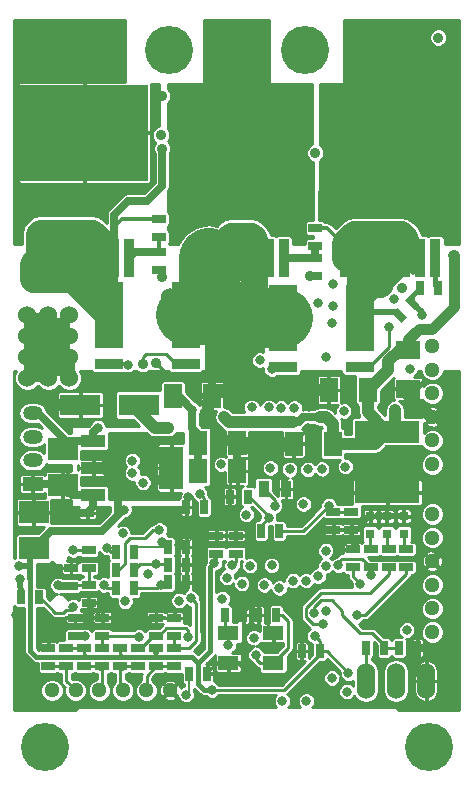
<source format=gbl>
%FSLAX46Y46*%
G04 Gerber Fmt 4.6, Leading zero omitted, Abs format (unit mm)*
G04 Created by KiCad (PCBNEW (2014-09-02 BZR 5112)-product) date lör 27 sep 2014 14:35:53*
%MOMM*%
G01*
G04 APERTURE LIST*
%ADD10C,0.150000*%
%ADD11R,1.800860X1.198880*%
%ADD12R,1.699260X1.198880*%
%ADD13O,1.699260X1.198880*%
%ADD14O,1.524000X3.048000*%
%ADD15R,2.032000X3.657600*%
%ADD16R,2.032000X1.016000*%
%ADD17C,4.064000*%
%ADD18R,1.524000X2.032000*%
%ADD19R,2.032000X1.524000*%
%ADD20R,1.143000X0.635000*%
%ADD21R,0.635000X1.143000*%
%ADD22R,0.889000X1.397000*%
%ADD23R,2.499360X1.950720*%
%ADD24R,5.499100X1.849120*%
%ADD25R,0.797560X0.797560*%
%ADD26R,3.500120X1.800860*%
%ADD27C,1.300480*%
%ADD28R,4.000000X5.000000*%
%ADD29R,10.800080X8.150860*%
%ADD30R,0.899160X3.200400*%
%ADD31R,2.438400X5.588000*%
%ADD32R,2.438400X0.889000*%
%ADD33C,0.800000*%
%ADD34C,0.889000*%
%ADD35C,1.524000*%
%ADD36C,0.635000*%
%ADD37C,0.508000*%
%ADD38C,0.254000*%
%ADD39C,0.304800*%
%ADD40C,0.406400*%
%ADD41C,1.016000*%
%ADD42C,1.270000*%
%ADD43C,0.203200*%
%ADD44C,5.080000*%
%ADD45C,2.286000*%
%ADD46C,0.889000*%
G04 APERTURE END LIST*
D10*
D11*
X97033080Y-134853680D03*
X97033080Y-132354320D03*
X100832920Y-132354320D03*
X100832920Y-134853680D03*
D12*
X80450000Y-119728280D03*
D13*
X80450000Y-115725240D03*
X80450000Y-117726760D03*
X80450000Y-113726260D03*
D14*
X108712000Y-136398000D03*
X111252000Y-136398000D03*
X113792000Y-136398000D03*
D15*
X92202000Y-118364000D03*
D16*
X85598000Y-118364000D03*
X85598000Y-116078000D03*
X85598000Y-120650000D03*
D17*
X92000000Y-83000000D03*
X103500000Y-83000000D03*
D18*
X105537000Y-111760000D03*
X108839000Y-111760000D03*
D19*
X112268000Y-111633000D03*
X112268000Y-108331000D03*
D18*
X102549000Y-116300000D03*
X105851000Y-116300000D03*
D20*
X83700000Y-126838000D03*
X83700000Y-128362000D03*
D21*
X113030000Y-133604000D03*
X111506000Y-133604000D03*
D20*
X81788000Y-133604000D03*
X81788000Y-135128000D03*
X92456000Y-132588000D03*
X92456000Y-131064000D03*
X90900000Y-132562000D03*
X90900000Y-131038000D03*
X86350000Y-132562000D03*
X86350000Y-131038000D03*
X96012000Y-124079000D03*
X96012000Y-125603000D03*
D21*
X96774000Y-130810000D03*
X98298000Y-130810000D03*
D20*
X107600000Y-126762000D03*
X107600000Y-125238000D03*
X97663000Y-125603000D03*
X97663000Y-124079000D03*
D22*
X100012500Y-120142000D03*
X101917500Y-120142000D03*
D20*
X105918000Y-123571000D03*
X105918000Y-122047000D03*
X85090000Y-123698000D03*
X85090000Y-122174000D03*
D23*
X80550000Y-125174000D03*
X80550000Y-122126000D03*
D21*
X103251000Y-133858000D03*
X104775000Y-133858000D03*
X95250000Y-135763000D03*
X93726000Y-135763000D03*
D23*
X83000000Y-116776000D03*
X83000000Y-119824000D03*
D21*
X101092000Y-130810000D03*
X99568000Y-130810000D03*
D18*
X92329000Y-112268000D03*
X95631000Y-112268000D03*
X94488000Y-116205000D03*
X97790000Y-116205000D03*
X94488000Y-118618000D03*
X97790000Y-118618000D03*
D24*
X110490000Y-120431560D03*
X110490000Y-115280440D03*
D20*
X107442000Y-123571000D03*
X107442000Y-122047000D03*
D25*
X111887000Y-123939300D03*
X111887000Y-122440700D03*
X110450000Y-123949300D03*
X110450000Y-122450700D03*
X109050000Y-123949300D03*
X109050000Y-122450700D03*
D26*
X84495640Y-113030000D03*
X89494360Y-113030000D03*
D27*
X86099240Y-137200000D03*
X88100760Y-137200000D03*
X90099740Y-137200000D03*
X92101260Y-137200000D03*
X84100260Y-137200000D03*
X82098740Y-137200000D03*
X114300000Y-126253240D03*
X114300000Y-128254760D03*
X114300000Y-130253740D03*
X114300000Y-132255260D03*
X114300000Y-124254260D03*
X114300000Y-122252740D03*
X114300000Y-112029240D03*
X114300000Y-114030760D03*
X114300000Y-116029740D03*
X114300000Y-118031260D03*
X114300000Y-110030260D03*
X114300000Y-108028740D03*
D28*
X81661000Y-108077000D03*
X97536000Y-105664000D03*
D29*
X110744000Y-89984580D03*
D30*
X114554000Y-100586540D03*
X113284000Y-100586540D03*
X112014000Y-100586540D03*
X109474000Y-100586540D03*
X108204000Y-100586540D03*
X106934000Y-100586540D03*
D29*
X97917000Y-89984580D03*
D30*
X101727000Y-100586540D03*
X100457000Y-100586540D03*
X99187000Y-100586540D03*
X96647000Y-100586540D03*
X95377000Y-100586540D03*
X94107000Y-100586540D03*
D29*
X84836000Y-89984580D03*
D30*
X88646000Y-100586540D03*
X87376000Y-100586540D03*
X86106000Y-100586540D03*
X83566000Y-100586540D03*
X82296000Y-100586540D03*
X81026000Y-100586540D03*
D20*
X85200000Y-125338000D03*
X85200000Y-126862000D03*
X85200000Y-129762000D03*
X85200000Y-128238000D03*
D21*
X110236000Y-133604000D03*
X108712000Y-133604000D03*
X81012000Y-129300000D03*
X79488000Y-129300000D03*
D20*
X83312000Y-135128000D03*
X83312000Y-133604000D03*
X86360000Y-135128000D03*
X86360000Y-133604000D03*
X89408000Y-135128000D03*
X89408000Y-133604000D03*
X92456000Y-135128000D03*
X92456000Y-133604000D03*
X90932000Y-135128000D03*
X90932000Y-133604000D03*
X87884000Y-135128000D03*
X87884000Y-133604000D03*
X84836000Y-135128000D03*
X84836000Y-133604000D03*
D21*
X101346000Y-123698000D03*
X99822000Y-123698000D03*
X98679000Y-120777000D03*
X97155000Y-120777000D03*
X93472000Y-121666000D03*
X94996000Y-121666000D03*
D20*
X109100000Y-125238000D03*
X109100000Y-126762000D03*
D21*
X87503000Y-128524000D03*
X89027000Y-128524000D03*
X93462000Y-128050000D03*
X91938000Y-128050000D03*
X87503000Y-127000000D03*
X89027000Y-127000000D03*
X93462000Y-126550000D03*
X91938000Y-126550000D03*
X114808000Y-103124000D03*
X113284000Y-103124000D03*
D10*
G36*
X111690790Y-106067433D02*
X110882567Y-105259210D01*
X111331580Y-104810197D01*
X112139803Y-105618420D01*
X111690790Y-106067433D01*
X111690790Y-106067433D01*
G37*
G36*
X112768420Y-104989803D02*
X111960197Y-104181580D01*
X112409210Y-103732567D01*
X113217433Y-104540790D01*
X112768420Y-104989803D01*
X112768420Y-104989803D01*
G37*
D21*
X87488000Y-125450000D03*
X89012000Y-125450000D03*
X93462000Y-125050000D03*
X91938000Y-125050000D03*
D20*
X104394000Y-100584000D03*
X104394000Y-102108000D03*
X104394000Y-98044000D03*
X104394000Y-99568000D03*
X112100000Y-125238000D03*
X112100000Y-126762000D03*
X110600000Y-125238000D03*
X110600000Y-126762000D03*
X91186000Y-100076000D03*
X91186000Y-101600000D03*
X91186000Y-97282000D03*
X91186000Y-98806000D03*
D31*
X101663500Y-105664000D03*
X108140500Y-105664000D03*
D32*
X101663500Y-109791500D03*
X108140500Y-109791500D03*
D31*
X86931500Y-105410000D03*
X93408500Y-105410000D03*
D32*
X86931500Y-109537500D03*
X93408500Y-109537500D03*
D20*
X84050000Y-132562000D03*
X84050000Y-131038000D03*
D17*
X114000000Y-142000000D03*
X81500000Y-142000000D03*
D33*
X85979000Y-114935000D03*
X88900000Y-117729000D03*
X88900000Y-118800000D03*
X79400000Y-127800000D03*
X98512630Y-135586518D03*
X93650000Y-120850000D03*
X82650000Y-127000000D03*
X96450000Y-116950000D03*
X89800000Y-119600000D03*
X109782385Y-122455968D03*
X79050000Y-130800000D03*
X93408500Y-105410000D03*
X94430898Y-112400000D03*
X103886176Y-113159379D03*
X103800000Y-114950000D03*
X92833302Y-124850000D03*
X84928238Y-131104499D03*
X98450000Y-130100000D03*
X91823218Y-122684218D03*
X110871000Y-119380000D03*
X110871000Y-118364000D03*
X98552000Y-116840000D03*
X97028000Y-123063000D03*
X99314000Y-117475000D03*
X103251000Y-132842000D03*
X93321003Y-128553294D03*
X107750000Y-124550000D03*
D34*
X90908085Y-109436017D03*
D33*
X80600000Y-121900000D03*
X86300000Y-126200000D03*
X90255293Y-131671345D03*
X88138000Y-131699000D03*
X81800000Y-112800000D03*
D35*
X92070128Y-103845682D03*
X92000356Y-105549680D03*
D33*
X99187000Y-132731485D03*
X93472000Y-137541000D03*
X97028000Y-133350000D03*
X108204000Y-128143000D03*
X97350000Y-126600000D03*
X100965000Y-121539000D03*
X105537000Y-121539000D03*
X91948000Y-114935000D03*
X90805000Y-114935000D03*
X99374925Y-134191906D03*
X100457000Y-122555000D03*
X94615000Y-120523000D03*
X83900000Y-130100000D03*
X96901000Y-127635000D03*
X98171000Y-128143000D03*
X112141000Y-132080000D03*
X88200000Y-121900000D03*
X79300000Y-126650000D03*
X104350000Y-132600000D03*
X91200000Y-119400000D03*
X92850000Y-129600000D03*
X106350000Y-126600000D03*
X95631000Y-137160000D03*
X98552000Y-122301000D03*
X95850000Y-126400000D03*
X109100000Y-127450000D03*
X107200501Y-135762249D03*
X116078000Y-100330000D03*
X83900000Y-125300000D03*
X111125000Y-113411000D03*
X93980000Y-113411000D03*
D35*
X83566000Y-107188000D03*
X83566000Y-105410000D03*
X81788000Y-105410000D03*
X80010000Y-105410000D03*
X81788000Y-107188000D03*
X80010000Y-107188000D03*
X80010000Y-108966000D03*
X81788000Y-108966000D03*
X83566000Y-108966000D03*
X83566000Y-110744000D03*
X81788000Y-110744000D03*
X80010000Y-110744000D03*
D33*
X96647000Y-114046000D03*
X116100000Y-101300000D03*
X101600000Y-138085820D03*
X82600000Y-128300000D03*
X104304820Y-130645617D03*
D35*
X110744000Y-86868000D03*
X110744000Y-88646000D03*
X112522000Y-86868000D03*
X112522000Y-88646000D03*
X106934000Y-86868000D03*
X106934000Y-88646000D03*
X108966000Y-86868000D03*
X108966000Y-88646000D03*
X106934000Y-90424000D03*
X108966000Y-90424000D03*
X110744000Y-90424000D03*
X112522000Y-90424000D03*
D33*
X99695000Y-109220000D03*
X86741000Y-125095000D03*
D35*
X93980000Y-90678000D03*
X95758000Y-90678000D03*
X97790000Y-90678000D03*
X99822000Y-90678000D03*
X99822000Y-88900000D03*
X97790000Y-88900000D03*
X95758000Y-88900000D03*
X97790000Y-87122000D03*
X99822000Y-87122000D03*
X93980000Y-87122000D03*
D33*
X105918000Y-104648000D03*
D35*
X95758000Y-87122000D03*
X93980000Y-88900000D03*
D33*
X91200000Y-123600000D03*
X86500000Y-128267478D03*
D35*
X81026000Y-90932000D03*
X82804000Y-90932000D03*
X84582000Y-90932000D03*
X86360000Y-90932000D03*
X86360000Y-89154000D03*
X84582000Y-89154000D03*
X82804000Y-89154000D03*
X81026000Y-89154000D03*
X81026000Y-87122000D03*
X82804000Y-87122000D03*
X84582000Y-87122000D03*
X86360000Y-87122000D03*
D33*
X104648000Y-104394000D03*
D34*
X91440000Y-86868000D03*
D33*
X105283000Y-130429000D03*
X101346000Y-128524000D03*
X101473000Y-113284000D03*
D34*
X108003411Y-103725057D03*
X91440000Y-91313000D03*
D33*
X105791000Y-106045000D03*
X91300000Y-128250000D03*
X107061000Y-137287000D03*
X90932000Y-126492000D03*
X105792150Y-136142850D03*
D34*
X114808000Y-81915000D03*
D33*
X99012291Y-113211397D03*
X100441730Y-113235361D03*
X113411000Y-105410000D03*
X113411000Y-105410000D03*
X91440000Y-124587000D03*
X103632000Y-138085820D03*
D34*
X104394000Y-91694000D03*
D33*
X105918000Y-102743000D03*
X102616000Y-113284000D03*
D34*
X103917829Y-102086099D03*
X91313000Y-90170000D03*
D33*
X106807000Y-113538000D03*
X105283000Y-108966000D03*
D34*
X91452628Y-102191916D03*
D33*
X88519000Y-109601000D03*
X111055180Y-104070180D03*
D34*
X89792039Y-109562880D03*
X111760000Y-103124000D03*
D33*
X110617000Y-106426000D03*
X100711000Y-109982000D03*
X112395000Y-109982000D03*
X105283000Y-125349000D03*
X100584000Y-118364000D03*
X106934000Y-118237000D03*
X105283000Y-126619000D03*
X104929931Y-118437878D03*
X104648000Y-127508000D03*
X103759000Y-118466239D03*
X103632000Y-127889000D03*
X102229461Y-118465184D03*
X100076000Y-128270000D03*
X96450000Y-118050000D03*
X96520000Y-129413000D03*
X103378000Y-121412000D03*
X100700000Y-126600000D03*
X90200000Y-127300000D03*
X98850000Y-126650000D03*
X93859398Y-129369533D03*
X93605312Y-132700000D03*
X89453446Y-132677426D03*
X88100000Y-123900000D03*
X88292526Y-129652290D03*
X107950000Y-130810000D03*
X105029000Y-131572000D03*
X84900000Y-132600000D03*
X102489000Y-127889000D03*
D36*
X80450000Y-113726260D02*
X80926260Y-113726260D01*
X80926260Y-113726260D02*
X83000000Y-115800000D01*
X83000000Y-115800000D02*
X83000000Y-116776000D01*
X85598000Y-116078000D02*
X83698000Y-116078000D01*
X83698000Y-116078000D02*
X83000000Y-116776000D01*
X85598000Y-115316000D02*
X85979000Y-114935000D01*
X85598000Y-116078000D02*
X85598000Y-115316000D01*
X85598000Y-116078000D02*
X84709000Y-116078000D01*
D37*
X79450000Y-129262000D02*
X79400000Y-127800000D01*
X79488000Y-129300000D02*
X79450000Y-129262000D01*
D36*
X85598000Y-116078000D02*
X82922000Y-116078000D01*
D38*
X97033080Y-134853680D02*
X97779792Y-134853680D01*
X97779792Y-134853680D02*
X98512630Y-135586518D01*
X93472000Y-121666000D02*
X93472000Y-121028000D01*
X93472000Y-121028000D02*
X93650000Y-120850000D01*
X83700000Y-126838000D02*
X82812000Y-126838000D01*
X82812000Y-126838000D02*
X82650000Y-127000000D01*
X83812000Y-126838000D02*
X84450000Y-126200000D01*
X84450000Y-126200000D02*
X86300000Y-126200000D01*
X83700000Y-126838000D02*
X83812000Y-126838000D01*
D39*
X109050000Y-122450700D02*
X109782385Y-122455968D01*
X109782385Y-122455968D02*
X110440000Y-122460700D01*
D37*
X95377000Y-103505000D02*
X95377000Y-105168700D01*
X95377000Y-105168700D02*
X95135700Y-105410000D01*
X95135700Y-105410000D02*
X93408500Y-105410000D01*
X94562898Y-112268000D02*
X94430898Y-112400000D01*
X95631000Y-112268000D02*
X94562898Y-112268000D01*
D36*
X103124000Y-111760000D02*
X103886176Y-112522176D01*
X103886176Y-112522176D02*
X103886176Y-113159379D01*
D38*
X102549000Y-116300000D02*
X102549000Y-116201000D01*
X102549000Y-116201000D02*
X103800000Y-114950000D01*
D37*
X93033302Y-125050000D02*
X92833302Y-124850000D01*
X93462000Y-125050000D02*
X93033302Y-125050000D01*
D38*
X84050000Y-131038000D02*
X84861739Y-131038000D01*
X84861739Y-131038000D02*
X84928238Y-131104499D01*
X99568000Y-130810000D02*
X100310000Y-130810000D01*
X100400000Y-130900000D02*
X100400000Y-131921400D01*
X100310000Y-130810000D02*
X100400000Y-130900000D01*
X100400000Y-131921400D02*
X100832920Y-132354320D01*
X98298000Y-130810000D02*
X98298000Y-130252000D01*
X98298000Y-130252000D02*
X98450000Y-130100000D01*
D36*
X95631000Y-110744000D02*
X96139000Y-110744000D01*
X97536000Y-109347000D02*
X97536000Y-105664000D01*
X96139000Y-110744000D02*
X97536000Y-109347000D01*
X80450000Y-119728280D02*
X82904280Y-119728280D01*
X82904280Y-119728280D02*
X83000000Y-119824000D01*
D38*
X92841436Y-121666000D02*
X91823218Y-122684218D01*
X93472000Y-121666000D02*
X92841436Y-121666000D01*
D36*
X85598000Y-120650000D02*
X83826000Y-120650000D01*
X83826000Y-120650000D02*
X83000000Y-119824000D01*
X83439000Y-120500000D02*
X83439000Y-119126000D01*
D40*
X112268000Y-111633000D02*
X112930731Y-111633000D01*
X112930731Y-111633000D02*
X113411000Y-111125000D01*
D36*
X85725000Y-113030000D02*
X84495640Y-113030000D01*
X85852000Y-113284000D02*
X84495640Y-113284000D01*
D41*
X84495640Y-113284000D02*
X84495640Y-113243360D01*
X110871000Y-118364000D02*
X110871000Y-119380000D01*
X110871000Y-119380000D02*
X110490000Y-119761000D01*
X110490000Y-120431560D02*
X110490000Y-119761000D01*
X105537000Y-111760000D02*
X103124000Y-111760000D01*
X103124000Y-111760000D02*
X96139000Y-111760000D01*
X96139000Y-111760000D02*
X95631000Y-112268000D01*
X112268000Y-111633000D02*
X112268000Y-112141000D01*
X112268000Y-112141000D02*
X114157760Y-114030760D01*
X114157760Y-114030760D02*
X114300000Y-114030760D01*
D36*
X97790000Y-117475000D02*
X97790000Y-118618000D01*
X97790000Y-116205000D02*
X97790000Y-117475000D01*
X97917000Y-116205000D02*
X98552000Y-116840000D01*
X97790000Y-116205000D02*
X97917000Y-116205000D01*
X115697000Y-124856240D02*
X114300000Y-126253240D01*
X115697000Y-114808000D02*
X115697000Y-124856240D01*
X114919760Y-114030760D02*
X115697000Y-114808000D01*
X114300000Y-114030760D02*
X114919760Y-114030760D01*
D38*
X93462000Y-128050000D02*
X93462000Y-126550000D01*
X93462000Y-126550000D02*
X93462000Y-125050000D01*
D36*
X113030000Y-135636000D02*
X113792000Y-136398000D01*
X113030000Y-133604000D02*
X113030000Y-135636000D01*
X114935000Y-133604000D02*
X115697000Y-132842000D01*
X115697000Y-132842000D02*
X115697000Y-124856240D01*
X113030000Y-133604000D02*
X114935000Y-133604000D01*
D38*
X98298000Y-130810000D02*
X99568000Y-130810000D01*
X107442000Y-123571000D02*
X105918000Y-123571000D01*
D36*
X95123000Y-112776000D02*
X95123000Y-114173000D01*
X95123000Y-114173000D02*
X97155000Y-116205000D01*
X97155000Y-116205000D02*
X97790000Y-116205000D01*
X95631000Y-112268000D02*
X95123000Y-112776000D01*
D38*
X113030000Y-124983240D02*
X114300000Y-126253240D01*
X113030000Y-122809000D02*
X113030000Y-124983240D01*
X112661700Y-122440700D02*
X113030000Y-122809000D01*
X111887000Y-122440700D02*
X112661700Y-122440700D01*
D36*
X85598000Y-121666000D02*
X85090000Y-122174000D01*
X85598000Y-120650000D02*
X85598000Y-121666000D01*
D38*
X96012000Y-124079000D02*
X97663000Y-124079000D01*
X93472000Y-121666000D02*
X93462000Y-125050000D01*
X97663000Y-123698000D02*
X97028000Y-123063000D01*
X97663000Y-124079000D02*
X97663000Y-123698000D01*
X99314000Y-117475000D02*
X97790000Y-117475000D01*
X101917500Y-119697500D02*
X101473000Y-119253000D01*
X101473000Y-119253000D02*
X101473000Y-117983000D01*
X101473000Y-117983000D02*
X100965000Y-117475000D01*
X100965000Y-117475000D02*
X99314000Y-117475000D01*
X101917500Y-120142000D02*
X101917500Y-119697500D01*
X97155000Y-119253000D02*
X97790000Y-118618000D01*
X97155000Y-120777000D02*
X97155000Y-119253000D01*
X103251000Y-132842000D02*
X103251000Y-133858000D01*
X97663000Y-124079000D02*
X98044000Y-124079000D01*
D37*
X110450000Y-122450700D02*
X111887000Y-122440700D01*
D38*
X81661000Y-133477000D02*
X81788000Y-133604000D01*
X103251000Y-134747000D02*
X101981000Y-136017000D01*
X101981000Y-136017000D02*
X98933000Y-136017000D01*
X98933000Y-136017000D02*
X98298000Y-135382000D01*
X98298000Y-135382000D02*
X98298000Y-130810000D01*
X103251000Y-133858000D02*
X103251000Y-134747000D01*
D42*
X97885000Y-116300000D02*
X97790000Y-116205000D01*
X102549000Y-116300000D02*
X97885000Y-116300000D01*
D36*
X95631000Y-110744000D02*
X95631000Y-112268000D01*
X107750000Y-125088000D02*
X107600000Y-125238000D01*
X107750000Y-124550000D02*
X107750000Y-125088000D01*
D38*
X93462000Y-128050000D02*
X93490858Y-128078858D01*
X93490858Y-128078858D02*
X93490858Y-128383439D01*
X93490858Y-128383439D02*
X93321003Y-128553294D01*
D43*
X93462000Y-124796000D02*
X93462000Y-125050000D01*
X94179000Y-124079000D02*
X93462000Y-124796000D01*
X96012000Y-124079000D02*
X94179000Y-124079000D01*
D39*
X92216068Y-110744000D02*
X90908085Y-109436017D01*
X95631000Y-110744000D02*
X92216068Y-110744000D01*
D42*
X80600000Y-122076000D02*
X80550000Y-122126000D01*
X80600000Y-121900000D02*
X80600000Y-122076000D01*
D38*
X84050000Y-131038000D02*
X86350000Y-131038000D01*
X81788000Y-132334000D02*
X83084000Y-131038000D01*
X83084000Y-131038000D02*
X84050000Y-131038000D01*
X81788000Y-133604000D02*
X81788000Y-132334000D01*
X85200000Y-129888000D02*
X86350000Y-131038000D01*
X85200000Y-129762000D02*
X85200000Y-129888000D01*
X92430000Y-131038000D02*
X92456000Y-131064000D01*
X90900000Y-131038000D02*
X92430000Y-131038000D01*
X90810500Y-131699000D02*
X88138000Y-131699000D01*
X90900000Y-131609500D02*
X90838155Y-131671345D01*
X90838155Y-131671345D02*
X90255293Y-131671345D01*
X90900000Y-131038000D02*
X90900000Y-131609500D01*
X90900000Y-131609500D02*
X90810500Y-131699000D01*
X86350000Y-131038000D02*
X87477000Y-131038000D01*
X87477000Y-131038000D02*
X88138000Y-131699000D01*
D41*
X82030000Y-113030000D02*
X84495640Y-113030000D01*
X82030000Y-113030000D02*
X81800000Y-112800000D01*
D39*
X110440000Y-122460700D02*
X110450000Y-122450700D01*
X107929700Y-123571000D02*
X109050000Y-122450700D01*
X107442000Y-123571000D02*
X107929700Y-123571000D01*
X107442000Y-124242000D02*
X107750000Y-124550000D01*
X107442000Y-123571000D02*
X107442000Y-124242000D01*
D38*
X112776000Y-111125000D02*
X112268000Y-111633000D01*
X113411000Y-111125000D02*
X112776000Y-111125000D01*
D44*
X97536000Y-105664000D02*
X101663500Y-105664000D01*
X97282000Y-105410000D02*
X97536000Y-105664000D01*
X93408500Y-105410000D02*
X97282000Y-105410000D01*
X95377000Y-103505000D02*
X97536000Y-105664000D01*
X95377000Y-100584000D02*
X95377000Y-103505000D01*
X95377000Y-100586540D02*
X95377000Y-100584000D01*
D36*
X100457000Y-100586540D02*
X99187000Y-100586540D01*
D45*
X99187000Y-104013000D02*
X97536000Y-105664000D01*
X99187000Y-100586540D02*
X99187000Y-104013000D01*
X98295460Y-100586540D02*
X95377000Y-103505000D01*
X99187000Y-100586540D02*
X98295460Y-100586540D01*
D38*
X95374460Y-100584000D02*
X95377000Y-100584000D01*
X95377000Y-100586540D02*
X95374460Y-100584000D01*
X94107000Y-100586540D02*
X95377000Y-100586540D01*
X96647000Y-100586540D02*
X99187000Y-100586540D01*
D45*
X97284540Y-98679000D02*
X95377000Y-100586540D01*
X98933000Y-98679000D02*
X97284540Y-98679000D01*
X99187000Y-98933000D02*
X98933000Y-98679000D01*
X99187000Y-100586540D02*
X99187000Y-98933000D01*
D41*
X98361500Y-106489500D02*
X97536000Y-105664000D01*
D36*
X97536000Y-105664000D02*
X97742290Y-105664000D01*
D42*
X93408500Y-105410000D02*
X93268820Y-105549680D01*
X92832127Y-104607681D02*
X92070128Y-103845682D01*
X93077986Y-105549680D02*
X92000356Y-105549680D01*
X93408500Y-105184054D02*
X92832127Y-104607681D01*
X93408500Y-105410000D02*
X93408500Y-105184054D01*
X93268820Y-105549680D02*
X93077986Y-105549680D01*
D38*
X96032320Y-134853680D02*
X97033080Y-134853680D01*
X95250000Y-135636000D02*
X96032320Y-134853680D01*
X95250000Y-135763000D02*
X95250000Y-135636000D01*
D43*
X93472000Y-137541000D02*
X93726000Y-137287000D01*
X93726000Y-137287000D02*
X93726000Y-135763000D01*
D38*
X96774000Y-132095240D02*
X97033080Y-132354320D01*
X96774000Y-130810000D02*
X96774000Y-132095240D01*
X97028000Y-132359400D02*
X97033080Y-132354320D01*
X97028000Y-133350000D02*
X97028000Y-132359400D01*
X107600000Y-127539000D02*
X108204000Y-128143000D01*
X107600000Y-126762000D02*
X107600000Y-127539000D01*
X97350000Y-126600000D02*
X97663000Y-126287000D01*
X97663000Y-126287000D02*
X97663000Y-125603000D01*
X100965000Y-121094500D02*
X100012500Y-120142000D01*
X100965000Y-121539000D02*
X100965000Y-121094500D01*
X105918000Y-122047000D02*
X107442000Y-122047000D01*
X105537000Y-121539000D02*
X105918000Y-121920000D01*
X105918000Y-121920000D02*
X105918000Y-122047000D01*
X103378000Y-123698000D02*
X105537000Y-121539000D01*
X101346000Y-123698000D02*
X103378000Y-123698000D01*
D41*
X89494360Y-113030000D02*
X89494360Y-113624360D01*
X89494360Y-113624360D02*
X90805000Y-114935000D01*
X90805000Y-114935000D02*
X91948000Y-114935000D01*
D38*
X99678490Y-134853680D02*
X99374925Y-134550115D01*
X100832920Y-134853680D02*
X99678490Y-134853680D01*
X99374925Y-134550115D02*
X99374925Y-134191906D01*
X101600000Y-130810000D02*
X102108000Y-131318000D01*
X102108000Y-133578600D02*
X100832920Y-134853680D01*
X102108000Y-131318000D02*
X102108000Y-133578600D01*
X101092000Y-130810000D02*
X101600000Y-130810000D01*
X111887000Y-125025000D02*
X112100000Y-125238000D01*
X111887000Y-123939300D02*
X111887000Y-125025000D01*
X110450000Y-123949300D02*
X110450000Y-125088000D01*
X110450000Y-125088000D02*
X110600000Y-125238000D01*
X108712000Y-133604000D02*
X108712000Y-136398000D01*
D40*
X114554000Y-102870000D02*
X114808000Y-103124000D01*
X114554000Y-100586540D02*
X114554000Y-102870000D01*
D36*
X104394000Y-99568000D02*
X104394000Y-100584000D01*
X101729540Y-100584000D02*
X101727000Y-100586540D01*
X104394000Y-100584000D02*
X101729540Y-100584000D01*
D39*
X91186000Y-98806000D02*
X91186000Y-100076000D01*
D36*
X89156540Y-100076000D02*
X88646000Y-100586540D01*
X91186000Y-100076000D02*
X89156540Y-100076000D01*
D38*
X99822000Y-123190000D02*
X100457000Y-122555000D01*
X99822000Y-123698000D02*
X99822000Y-123190000D01*
X100457000Y-122428000D02*
X100457000Y-122555000D01*
X98806000Y-120777000D02*
X100457000Y-122428000D01*
X98679000Y-120777000D02*
X98806000Y-120777000D01*
X94615000Y-120523000D02*
X94996000Y-120904000D01*
X94996000Y-120904000D02*
X94996000Y-121666000D01*
X81050000Y-129300000D02*
X81012000Y-129300000D01*
X83900000Y-130100000D02*
X83600000Y-130400000D01*
X83600000Y-130400000D02*
X83250000Y-130400000D01*
X83250000Y-130400000D02*
X83050000Y-130600000D01*
X83050000Y-130600000D02*
X82350000Y-130600000D01*
X82350000Y-130600000D02*
X81050000Y-129300000D01*
X95631000Y-137160000D02*
X101727000Y-137160000D01*
X101727000Y-137160000D02*
X104775000Y-134112000D01*
X104775000Y-134112000D02*
X104775000Y-133858000D01*
D37*
X90932000Y-133604000D02*
X90932000Y-134039000D01*
X87695500Y-122362500D02*
X87737500Y-122362500D01*
X87737500Y-122362500D02*
X88200000Y-121900000D01*
X80264000Y-126668288D02*
X80264000Y-125460000D01*
X80264000Y-127800000D02*
X80264000Y-126668288D01*
X80264000Y-126668288D02*
X79318288Y-126668288D01*
X79318288Y-126668288D02*
X79300000Y-126650000D01*
D38*
X104775000Y-133858000D02*
X104775000Y-133025000D01*
X104775000Y-133025000D02*
X104350000Y-132600000D01*
D36*
X92202000Y-118364000D02*
X92202000Y-118398000D01*
X92202000Y-118398000D02*
X91200000Y-119400000D01*
X85090000Y-123698000D02*
X82026000Y-123698000D01*
X87695500Y-119695500D02*
X86364000Y-118364000D01*
X86364000Y-118364000D02*
X85598000Y-118364000D01*
D40*
X80264000Y-133858000D02*
X80264000Y-127800000D01*
D38*
X87884000Y-134112000D02*
X87884000Y-133604000D01*
X90932000Y-133404000D02*
X90932000Y-134039000D01*
X84836000Y-134112000D02*
X84836000Y-133604000D01*
X83312000Y-133604000D02*
X84836000Y-133604000D01*
X96012000Y-125603000D02*
X95977000Y-126273000D01*
D41*
X88400000Y-116500000D02*
X90338000Y-116500000D01*
X90338000Y-116500000D02*
X92202000Y-118364000D01*
X86536000Y-118364000D02*
X88400000Y-116500000D01*
X85598000Y-118364000D02*
X86536000Y-118364000D01*
D40*
X95631000Y-137160000D02*
X94996000Y-137160000D01*
D38*
X95977000Y-126273000D02*
X95850000Y-126400000D01*
D40*
X94996000Y-137160000D02*
X94488000Y-136652000D01*
X80264000Y-133858000D02*
X80772000Y-134366000D01*
D38*
X88138000Y-134366000D02*
X87884000Y-134112000D01*
D40*
X88138000Y-134366000D02*
X85090000Y-134366000D01*
D38*
X85090000Y-134366000D02*
X84836000Y-134112000D01*
D40*
X80772000Y-134366000D02*
X85090000Y-134366000D01*
X94488000Y-136652000D02*
X94488000Y-134874000D01*
X94488000Y-134874000D02*
X93980000Y-134366000D01*
D38*
X90805000Y-134366000D02*
X88138000Y-134366000D01*
D40*
X90932000Y-134366000D02*
X90805000Y-134366000D01*
X93980000Y-134366000D02*
X90932000Y-134366000D01*
X90932000Y-134366000D02*
X88138000Y-134366000D01*
D38*
X90932000Y-134039000D02*
X90805000Y-134366000D01*
D37*
X80264000Y-125460000D02*
X80550000Y-125174000D01*
D36*
X82026000Y-123698000D02*
X80550000Y-125174000D01*
D38*
X108388000Y-126050000D02*
X106614000Y-126050000D01*
X109100000Y-126762000D02*
X108388000Y-126050000D01*
D40*
X95485001Y-133876999D02*
X95485001Y-126764999D01*
X94488000Y-134874000D02*
X95485001Y-133876999D01*
X95485001Y-126764999D02*
X95850000Y-126400000D01*
D38*
X105346500Y-133858000D02*
X107200501Y-135712001D01*
X107200501Y-135712001D02*
X107200501Y-135762249D01*
X104775000Y-133858000D02*
X105346500Y-133858000D01*
X106350000Y-126314000D02*
X106614000Y-126050000D01*
X106350000Y-126600000D02*
X106350000Y-126314000D01*
D36*
X87695500Y-122362500D02*
X86360000Y-123698000D01*
X86360000Y-123698000D02*
X85090000Y-123698000D01*
X87695500Y-119695500D02*
X87695500Y-122362500D01*
D46*
X116100000Y-101300000D02*
X116100000Y-100352000D01*
X116100000Y-100352000D02*
X116078000Y-100330000D01*
X116100000Y-101300000D02*
X116100000Y-104753000D01*
X113157000Y-106553000D02*
X112268000Y-107442000D01*
X114300000Y-106553000D02*
X113157000Y-106553000D01*
X116100000Y-104753000D02*
X114300000Y-106553000D01*
X112268000Y-107442000D02*
X112268000Y-108331000D01*
D41*
X104775000Y-114054699D02*
X105256699Y-114054699D01*
X105256699Y-114054699D02*
X105851000Y-114649000D01*
X105851000Y-114649000D02*
X105851000Y-116300000D01*
X102489000Y-114445999D02*
X97046999Y-114445999D01*
X97046999Y-114445999D02*
X96647000Y-114046000D01*
D36*
X105851000Y-114649000D02*
X105851000Y-116300000D01*
X103370255Y-114054699D02*
X104775000Y-114054699D01*
X96647000Y-114046000D02*
X97046999Y-114445999D01*
X102978955Y-114445999D02*
X103370255Y-114054699D01*
X102489000Y-114445999D02*
X102978955Y-114445999D01*
X105256699Y-114054699D02*
X105851000Y-114649000D01*
D38*
X83900000Y-125300000D02*
X83938000Y-125338000D01*
X83938000Y-125338000D02*
X85200000Y-125338000D01*
D41*
X111125000Y-113411000D02*
X111125000Y-114645440D01*
X111125000Y-114645440D02*
X110490000Y-115280440D01*
X111201198Y-114569242D02*
X110490000Y-115280440D01*
D36*
X92837000Y-112268000D02*
X92329000Y-112268000D01*
D41*
X108839000Y-111760000D02*
X108839000Y-113629440D01*
X108839000Y-113629440D02*
X110490000Y-115280440D01*
X105851000Y-116300000D02*
X109470440Y-116300000D01*
X109470440Y-116300000D02*
X110490000Y-115280440D01*
D36*
X94488000Y-116205000D02*
X94488000Y-118618000D01*
X93980000Y-113411000D02*
X92837000Y-112268000D01*
X94488000Y-115443000D02*
X93980000Y-114935000D01*
X93980000Y-114935000D02*
X93980000Y-113411000D01*
X94488000Y-116205000D02*
X94488000Y-115443000D01*
X83566000Y-107188000D02*
X83058000Y-106680000D01*
X83058000Y-106680000D02*
X83566000Y-105410000D01*
X81788000Y-105410000D02*
X81534000Y-105664000D01*
X81534000Y-105664000D02*
X80010000Y-105410000D01*
X80010000Y-107188000D02*
X81788000Y-107188000D01*
X81788000Y-108966000D02*
X80010000Y-108966000D01*
X81534000Y-106934000D02*
X83566000Y-108966000D01*
X83566000Y-108712000D02*
X83566000Y-108966000D01*
X83820000Y-110490000D02*
X83566000Y-108712000D01*
X83566000Y-110744000D02*
X83820000Y-110490000D01*
X80010000Y-110744000D02*
X81788000Y-110744000D01*
D40*
X112268000Y-107823000D02*
X112268000Y-108331000D01*
D41*
X110547199Y-110051801D02*
X110547199Y-109340117D01*
X108839000Y-111760000D02*
X110547199Y-110051801D01*
X110547199Y-109340117D02*
X111556316Y-108331000D01*
X111556316Y-108331000D02*
X112268000Y-108331000D01*
D38*
X85200000Y-126862000D02*
X85200000Y-128238000D01*
X85200000Y-128238000D02*
X83700000Y-128238000D01*
X82600000Y-128300000D02*
X82662000Y-128238000D01*
X82662000Y-128238000D02*
X83700000Y-128238000D01*
D36*
X82662000Y-128362000D02*
X83700000Y-128362000D01*
X82600000Y-128300000D02*
X82662000Y-128362000D01*
D38*
X110236000Y-133604000D02*
X110236000Y-133350000D01*
X110236000Y-133350000D02*
X109220000Y-132334000D01*
X109220000Y-132334000D02*
X108218255Y-132334000D01*
X108218255Y-132334000D02*
X106680000Y-130795745D01*
X105791000Y-129540000D02*
X104870670Y-129540000D01*
X104870670Y-129540000D02*
X104304820Y-130105850D01*
X104304820Y-130105850D02*
X104304820Y-130645617D01*
X106680000Y-130795745D02*
X106680000Y-130429000D01*
X106680000Y-130429000D02*
X105791000Y-129540000D01*
X111506000Y-133604000D02*
X110236000Y-133604000D01*
D36*
X110744000Y-86868000D02*
X110744000Y-88646000D01*
X112268000Y-88392000D02*
X112522000Y-86868000D01*
X112522000Y-88646000D02*
X112268000Y-88392000D01*
X106934000Y-86868000D02*
X106680000Y-87122000D01*
X106680000Y-87122000D02*
X106934000Y-88646000D01*
X109220000Y-88392000D02*
X108966000Y-86868000D01*
X108966000Y-88646000D02*
X109220000Y-88392000D01*
X106934000Y-90424000D02*
X108966000Y-90424000D01*
X110744000Y-90424000D02*
X112522000Y-90424000D01*
D38*
X87122000Y-125476000D02*
X86741000Y-125095000D01*
X87488000Y-125450000D02*
X87122000Y-125476000D01*
D36*
X93980000Y-90678000D02*
X97917000Y-90238580D01*
X96012000Y-90424000D02*
X95758000Y-90678000D01*
X97790000Y-90678000D02*
X96012000Y-90424000D01*
X99822000Y-88900000D02*
X99822000Y-90678000D01*
X95758000Y-88900000D02*
X97790000Y-88900000D01*
X95054420Y-87122000D02*
X93980000Y-87122000D01*
X97917000Y-90238580D02*
X95054420Y-87122000D01*
X95758000Y-87122000D02*
X94234000Y-87122000D01*
X94234000Y-87122000D02*
X93980000Y-88900000D01*
X99822000Y-87122000D02*
X97790000Y-87122000D01*
D38*
X87503000Y-127000000D02*
X87700000Y-127000000D01*
X87700000Y-127000000D02*
X88250000Y-126450000D01*
X90634315Y-123600000D02*
X89934315Y-124300000D01*
X91200000Y-123600000D02*
X90634315Y-123600000D01*
X88290693Y-124733665D02*
X88250000Y-124733665D01*
X88724358Y-124300000D02*
X88290693Y-124733665D01*
X89934315Y-124300000D02*
X88724358Y-124300000D01*
X88250000Y-126450000D02*
X88250000Y-124733665D01*
X86756522Y-128524000D02*
X87503000Y-128524000D01*
X86756522Y-128524000D02*
X86500000Y-128267478D01*
D37*
X81026000Y-89662000D02*
X84836000Y-89984580D01*
X80772000Y-89916000D02*
X81026000Y-89662000D01*
X81026000Y-90932000D02*
X80772000Y-89916000D01*
X83058000Y-91186000D02*
X82804000Y-90932000D01*
X84582000Y-90932000D02*
X83058000Y-91186000D01*
X86360000Y-89154000D02*
X86360000Y-90932000D01*
X82804000Y-89154000D02*
X84582000Y-89154000D01*
X81026000Y-87122000D02*
X81026000Y-89154000D01*
X84582000Y-87122000D02*
X82804000Y-87122000D01*
X86614000Y-88206580D02*
X86360000Y-87122000D01*
X84836000Y-89984580D02*
X86614000Y-88206580D01*
D39*
X108267500Y-105537000D02*
X108140500Y-105664000D01*
D45*
X109474000Y-100586540D02*
X112014000Y-100586540D01*
X108204000Y-100586540D02*
X109474000Y-100586540D01*
X106934000Y-100586540D02*
X108204000Y-100586540D01*
X108140500Y-100650040D02*
X108204000Y-100586540D01*
X108140500Y-105664000D02*
X108140500Y-100650040D01*
D39*
X105410000Y-98044000D02*
X106934000Y-99568000D01*
X106934000Y-99568000D02*
X106934000Y-100586540D01*
X104394000Y-98044000D02*
X105410000Y-98044000D01*
D45*
X106934000Y-99314000D02*
X106934000Y-100586540D01*
X107696000Y-98552000D02*
X106934000Y-99314000D01*
X111633000Y-98552000D02*
X107696000Y-98552000D01*
X112014000Y-98933000D02*
X111633000Y-98552000D01*
X112014000Y-100586540D02*
X112014000Y-98933000D01*
D36*
X113284000Y-100586540D02*
X113284000Y-101346000D01*
X108003411Y-105526911D02*
X108003411Y-104353674D01*
X108140500Y-105664000D02*
X108003411Y-105526911D01*
X108003411Y-104353674D02*
X108003411Y-103725057D01*
D37*
X111228370Y-105156000D02*
X109347000Y-105156000D01*
X109347000Y-105156000D02*
X108140500Y-105664000D01*
D45*
X112014000Y-100586540D02*
X111750814Y-100586540D01*
X111750814Y-100586540D02*
X109855000Y-102482354D01*
X109855000Y-102482354D02*
X109855000Y-102743000D01*
D42*
X108140500Y-105664000D02*
X108140500Y-104457500D01*
X108140500Y-104457500D02*
X109855000Y-102743000D01*
D37*
X112649000Y-101727000D02*
X112649000Y-101221540D01*
X112649000Y-101221540D02*
X112014000Y-100586540D01*
X113284000Y-101092000D02*
X112649000Y-101727000D01*
X113284000Y-100586540D02*
X113284000Y-101092000D01*
X111228370Y-105156000D02*
X111511185Y-105438815D01*
D45*
X83566000Y-100586540D02*
X86106000Y-100586540D01*
X82296000Y-100586540D02*
X83566000Y-100586540D01*
X81026000Y-100586540D02*
X82296000Y-100586540D01*
X86106000Y-104584500D02*
X86106000Y-100586540D01*
X86931500Y-105410000D02*
X86106000Y-104584500D01*
X83566000Y-102044500D02*
X86931500Y-105410000D01*
X83566000Y-100586540D02*
X83566000Y-102044500D01*
D36*
X87376000Y-104965500D02*
X86931500Y-105410000D01*
X87376000Y-100586540D02*
X87376000Y-104965500D01*
D39*
X88011000Y-97282000D02*
X91186000Y-97282000D01*
X87376000Y-97917000D02*
X88011000Y-97282000D01*
X87376000Y-100586540D02*
X87376000Y-97917000D01*
D36*
X87376000Y-96901000D02*
X87376000Y-100586540D01*
X88519000Y-95758000D02*
X87376000Y-96901000D01*
X90170000Y-95758000D02*
X88519000Y-95758000D01*
X91440000Y-94488000D02*
X90170000Y-95758000D01*
X91440000Y-91313000D02*
X91440000Y-94488000D01*
D45*
X86106000Y-102362000D02*
X80518000Y-102362000D01*
X80518000Y-102362000D02*
X80518000Y-101094540D01*
X80518000Y-101094540D02*
X81026000Y-100586540D01*
X86106000Y-100586540D02*
X86106000Y-102362000D01*
X81026000Y-98552000D02*
X81026000Y-100586540D01*
X81153000Y-98425000D02*
X81026000Y-98552000D01*
X85471000Y-98425000D02*
X81153000Y-98425000D01*
X86106000Y-99060000D02*
X85471000Y-98425000D01*
X86106000Y-100586540D02*
X86106000Y-99060000D01*
D38*
X91300000Y-128250000D02*
X91938000Y-128050000D01*
X91026000Y-128524000D02*
X91300000Y-128250000D01*
X89027000Y-128524000D02*
X91026000Y-128524000D01*
X89535000Y-126492000D02*
X90932000Y-126492000D01*
X89027000Y-127000000D02*
X89535000Y-126492000D01*
X91880000Y-126492000D02*
X91938000Y-126550000D01*
X90932000Y-126492000D02*
X91880000Y-126492000D01*
D37*
X113411000Y-105410000D02*
X113411000Y-105183370D01*
X113411000Y-105183370D02*
X112588815Y-104361185D01*
D40*
X112588815Y-103819185D02*
X113284000Y-103124000D01*
X112588815Y-104361185D02*
X112588815Y-103819185D01*
D38*
X91938000Y-124669000D02*
X91938000Y-125050000D01*
X91440000Y-124587000D02*
X91938000Y-124669000D01*
D43*
X89412000Y-125050000D02*
X89012000Y-125450000D01*
X91938000Y-125050000D02*
X89412000Y-125050000D01*
D36*
X104013000Y-102108000D02*
X103991099Y-102086099D01*
X103991099Y-102086099D02*
X103917829Y-102086099D01*
D39*
X91452628Y-101866628D02*
X91452628Y-102191916D01*
X91186000Y-101600000D02*
X91452628Y-101866628D01*
X88519000Y-109601000D02*
X87820500Y-109537500D01*
X87820500Y-109537500D02*
X86931500Y-109537500D01*
D38*
X88455500Y-109537500D02*
X88519000Y-109601000D01*
X86931500Y-109537500D02*
X88455500Y-109537500D01*
X91783016Y-108686716D02*
X90039586Y-108686716D01*
X93408500Y-109537500D02*
X92633800Y-109537500D01*
X92633800Y-109537500D02*
X91783016Y-108686716D01*
X90039586Y-108686716D02*
X89792039Y-108934263D01*
X89792039Y-108934263D02*
X89792039Y-109562880D01*
X110617000Y-108089700D02*
X110617000Y-106426000D01*
X108140500Y-109791500D02*
X108915200Y-109791500D01*
X108915200Y-109791500D02*
X110617000Y-108089700D01*
X100901500Y-109791500D02*
X101663500Y-109791500D01*
X100901500Y-109791500D02*
X100711000Y-109982000D01*
X81788000Y-135128000D02*
X83312000Y-135128000D01*
X83312000Y-136411740D02*
X84100260Y-137200000D01*
X83312000Y-135128000D02*
X83312000Y-136411740D01*
X92456000Y-132588000D02*
X92456000Y-133604000D01*
X94310113Y-133000713D02*
X93706826Y-133604000D01*
X94310113Y-132361695D02*
X94310113Y-133000713D01*
X94259397Y-132310979D02*
X94310113Y-132361695D01*
X94259397Y-129769532D02*
X94259397Y-132310979D01*
X93859398Y-129369533D02*
X94259397Y-129769532D01*
X93706826Y-133604000D02*
X92456000Y-133604000D01*
X91766000Y-131950000D02*
X93420997Y-131950000D01*
X91154000Y-132562000D02*
X91766000Y-131950000D01*
X90900000Y-132562000D02*
X91154000Y-132562000D01*
X93420997Y-131950000D02*
X93605312Y-132134315D01*
X93605312Y-132134315D02*
X93420997Y-131950000D01*
X93605312Y-132700000D02*
X93605312Y-132134315D01*
X90646000Y-132562000D02*
X89604000Y-133604000D01*
X89604000Y-133604000D02*
X89408000Y-133604000D01*
X90900000Y-132562000D02*
X90646000Y-132562000D01*
X86350000Y-132362000D02*
X86360000Y-133404000D01*
X89338020Y-132562000D02*
X89453446Y-132677426D01*
X86350000Y-132562000D02*
X89338020Y-132562000D01*
X109050000Y-123949300D02*
X109050000Y-125188000D01*
X109050000Y-125188000D02*
X109100000Y-125238000D01*
X86121240Y-135366760D02*
X86360000Y-135128000D01*
X86360000Y-135128000D02*
X84836000Y-135128000D01*
X86360000Y-136939240D02*
X86099240Y-137200000D01*
X86360000Y-135128000D02*
X86360000Y-136939240D01*
X88122760Y-135366760D02*
X87884000Y-135128000D01*
X87884000Y-135128000D02*
X89408000Y-135128000D01*
X87884000Y-136983240D02*
X88100760Y-137200000D01*
X87884000Y-135128000D02*
X87884000Y-136983240D01*
X90121740Y-135938260D02*
X90932000Y-135128000D01*
X90099740Y-137200000D02*
X90121740Y-135938260D01*
X92456000Y-135128000D02*
X90932000Y-135128000D01*
X108623500Y-130810000D02*
X107950000Y-130810000D01*
X112100000Y-127333500D02*
X108623500Y-130810000D01*
X112100000Y-126762000D02*
X112100000Y-127333500D01*
X104194014Y-131572000D02*
X105029000Y-131572000D01*
X103600000Y-130977986D02*
X104194014Y-131572000D01*
X104895000Y-128905000D02*
X103600000Y-130200000D01*
X109028500Y-128905000D02*
X104895000Y-128905000D01*
X103600000Y-130200000D02*
X103600000Y-130977986D01*
X110600000Y-127333500D02*
X109028500Y-128905000D01*
X110600000Y-126762000D02*
X110600000Y-127333500D01*
X84900000Y-132600000D02*
X84862000Y-132562000D01*
X84862000Y-132562000D02*
X84050000Y-132562000D01*
D40*
X114300000Y-110300000D02*
X114300000Y-110030260D01*
D38*
G36*
X86914527Y-126232500D02*
X86905570Y-126241457D01*
X86855300Y-126362819D01*
X86855300Y-126494181D01*
X86855300Y-127624362D01*
X86645883Y-127537405D01*
X86355392Y-127537152D01*
X86086916Y-127648084D01*
X86026433Y-127708460D01*
X85958543Y-127640570D01*
X85837181Y-127590300D01*
X85705819Y-127590300D01*
X85657200Y-127590300D01*
X85657200Y-127509700D01*
X85837181Y-127509700D01*
X85958543Y-127459430D01*
X86051430Y-127366543D01*
X86101700Y-127245181D01*
X86101700Y-127113819D01*
X86101700Y-126478819D01*
X86051430Y-126357457D01*
X85958543Y-126264570D01*
X85837181Y-126214300D01*
X85705819Y-126214300D01*
X84562819Y-126214300D01*
X84441457Y-126264570D01*
X84405111Y-126300915D01*
X84322024Y-126266500D01*
X84220976Y-126266500D01*
X83795250Y-126266500D01*
X83731750Y-126330000D01*
X83731750Y-126806250D01*
X83751750Y-126806250D01*
X83751750Y-126869750D01*
X83731750Y-126869750D01*
X83731750Y-127346000D01*
X83795250Y-127409500D01*
X84220976Y-127409500D01*
X84322024Y-127409500D01*
X84371170Y-127389143D01*
X84441457Y-127459430D01*
X84562819Y-127509700D01*
X84694181Y-127509700D01*
X84742800Y-127509700D01*
X84742800Y-127590300D01*
X84562819Y-127590300D01*
X84441457Y-127640570D01*
X84358780Y-127723246D01*
X84337181Y-127714300D01*
X84205819Y-127714300D01*
X83700000Y-127714300D01*
X83668250Y-127714300D01*
X83668250Y-127346000D01*
X83668250Y-126869750D01*
X82938000Y-126869750D01*
X82874500Y-126933250D01*
X82874500Y-127206024D01*
X82913169Y-127299380D01*
X82984621Y-127370831D01*
X83077976Y-127409500D01*
X83179024Y-127409500D01*
X83604750Y-127409500D01*
X83668250Y-127346000D01*
X83668250Y-127714300D01*
X83062819Y-127714300D01*
X83047079Y-127714300D01*
X83014165Y-127681328D01*
X82745883Y-127569927D01*
X82455392Y-127569674D01*
X82186916Y-127680606D01*
X81981328Y-127885835D01*
X81869927Y-128154117D01*
X81869674Y-128444608D01*
X81980606Y-128713084D01*
X82185835Y-128918672D01*
X82454117Y-129030073D01*
X82520160Y-129030130D01*
X82258630Y-129138193D01*
X82038964Y-129357475D01*
X81955370Y-129558792D01*
X81659700Y-129263122D01*
X81659700Y-128662819D01*
X81609430Y-128541457D01*
X81516543Y-128448570D01*
X81395181Y-128398300D01*
X81263819Y-128398300D01*
X80797400Y-128398300D01*
X80797400Y-128033037D01*
X80803730Y-128023564D01*
X80848200Y-127800000D01*
X80848200Y-126668288D01*
X80848200Y-126479560D01*
X81865361Y-126479560D01*
X81986723Y-126429290D01*
X82079610Y-126336403D01*
X82095284Y-126298561D01*
X82257475Y-126461036D01*
X82544128Y-126580064D01*
X82854511Y-126580335D01*
X82874500Y-126572075D01*
X82874500Y-126742750D01*
X82938000Y-126806250D01*
X83668250Y-126806250D01*
X83668250Y-126330000D01*
X83604750Y-126266500D01*
X83337019Y-126266500D01*
X83361036Y-126242525D01*
X83480064Y-125955872D01*
X83480101Y-125912928D01*
X83485835Y-125918672D01*
X83754117Y-126030073D01*
X84044608Y-126030326D01*
X84313084Y-125919394D01*
X84369301Y-125863274D01*
X84441457Y-125935430D01*
X84562819Y-125985700D01*
X84694181Y-125985700D01*
X85837181Y-125985700D01*
X85958543Y-125935430D01*
X86051430Y-125842543D01*
X86101700Y-125721181D01*
X86101700Y-125589819D01*
X86101700Y-125459907D01*
X86121606Y-125508084D01*
X86326835Y-125713672D01*
X86595117Y-125825073D01*
X86829258Y-125825276D01*
X86840300Y-125831571D01*
X86840300Y-126087181D01*
X86890570Y-126208543D01*
X86914527Y-126232500D01*
X86914527Y-126232500D01*
G37*
X86914527Y-126232500D02*
X86905570Y-126241457D01*
X86855300Y-126362819D01*
X86855300Y-126494181D01*
X86855300Y-127624362D01*
X86645883Y-127537405D01*
X86355392Y-127537152D01*
X86086916Y-127648084D01*
X86026433Y-127708460D01*
X85958543Y-127640570D01*
X85837181Y-127590300D01*
X85705819Y-127590300D01*
X85657200Y-127590300D01*
X85657200Y-127509700D01*
X85837181Y-127509700D01*
X85958543Y-127459430D01*
X86051430Y-127366543D01*
X86101700Y-127245181D01*
X86101700Y-127113819D01*
X86101700Y-126478819D01*
X86051430Y-126357457D01*
X85958543Y-126264570D01*
X85837181Y-126214300D01*
X85705819Y-126214300D01*
X84562819Y-126214300D01*
X84441457Y-126264570D01*
X84405111Y-126300915D01*
X84322024Y-126266500D01*
X84220976Y-126266500D01*
X83795250Y-126266500D01*
X83731750Y-126330000D01*
X83731750Y-126806250D01*
X83751750Y-126806250D01*
X83751750Y-126869750D01*
X83731750Y-126869750D01*
X83731750Y-127346000D01*
X83795250Y-127409500D01*
X84220976Y-127409500D01*
X84322024Y-127409500D01*
X84371170Y-127389143D01*
X84441457Y-127459430D01*
X84562819Y-127509700D01*
X84694181Y-127509700D01*
X84742800Y-127509700D01*
X84742800Y-127590300D01*
X84562819Y-127590300D01*
X84441457Y-127640570D01*
X84358780Y-127723246D01*
X84337181Y-127714300D01*
X84205819Y-127714300D01*
X83700000Y-127714300D01*
X83668250Y-127714300D01*
X83668250Y-127346000D01*
X83668250Y-126869750D01*
X82938000Y-126869750D01*
X82874500Y-126933250D01*
X82874500Y-127206024D01*
X82913169Y-127299380D01*
X82984621Y-127370831D01*
X83077976Y-127409500D01*
X83179024Y-127409500D01*
X83604750Y-127409500D01*
X83668250Y-127346000D01*
X83668250Y-127714300D01*
X83062819Y-127714300D01*
X83047079Y-127714300D01*
X83014165Y-127681328D01*
X82745883Y-127569927D01*
X82455392Y-127569674D01*
X82186916Y-127680606D01*
X81981328Y-127885835D01*
X81869927Y-128154117D01*
X81869674Y-128444608D01*
X81980606Y-128713084D01*
X82185835Y-128918672D01*
X82454117Y-129030073D01*
X82520160Y-129030130D01*
X82258630Y-129138193D01*
X82038964Y-129357475D01*
X81955370Y-129558792D01*
X81659700Y-129263122D01*
X81659700Y-128662819D01*
X81609430Y-128541457D01*
X81516543Y-128448570D01*
X81395181Y-128398300D01*
X81263819Y-128398300D01*
X80797400Y-128398300D01*
X80797400Y-128033037D01*
X80803730Y-128023564D01*
X80848200Y-127800000D01*
X80848200Y-126668288D01*
X80848200Y-126479560D01*
X81865361Y-126479560D01*
X81986723Y-126429290D01*
X82079610Y-126336403D01*
X82095284Y-126298561D01*
X82257475Y-126461036D01*
X82544128Y-126580064D01*
X82854511Y-126580335D01*
X82874500Y-126572075D01*
X82874500Y-126742750D01*
X82938000Y-126806250D01*
X83668250Y-126806250D01*
X83668250Y-126330000D01*
X83604750Y-126266500D01*
X83337019Y-126266500D01*
X83361036Y-126242525D01*
X83480064Y-125955872D01*
X83480101Y-125912928D01*
X83485835Y-125918672D01*
X83754117Y-126030073D01*
X84044608Y-126030326D01*
X84313084Y-125919394D01*
X84369301Y-125863274D01*
X84441457Y-125935430D01*
X84562819Y-125985700D01*
X84694181Y-125985700D01*
X85837181Y-125985700D01*
X85958543Y-125935430D01*
X86051430Y-125842543D01*
X86101700Y-125721181D01*
X86101700Y-125589819D01*
X86101700Y-125459907D01*
X86121606Y-125508084D01*
X86326835Y-125713672D01*
X86595117Y-125825073D01*
X86829258Y-125825276D01*
X86840300Y-125831571D01*
X86840300Y-126087181D01*
X86890570Y-126208543D01*
X86914527Y-126232500D01*
G36*
X101076334Y-138594800D02*
X93927000Y-138594800D01*
X92685414Y-138594800D01*
X92685414Y-137829055D01*
X92101260Y-137244901D01*
X92056359Y-137289802D01*
X92056359Y-137200000D01*
X91472205Y-136615846D01*
X91337163Y-136684096D01*
X91197899Y-137015775D01*
X91196163Y-137375500D01*
X91332221Y-137708506D01*
X91337163Y-137715904D01*
X91472205Y-137784154D01*
X92056359Y-137200000D01*
X92056359Y-137289802D01*
X91517106Y-137829055D01*
X91585356Y-137964097D01*
X91917035Y-138103361D01*
X92276760Y-138105097D01*
X92609766Y-137969039D01*
X92617164Y-137964097D01*
X92685414Y-137829055D01*
X92685414Y-138594800D01*
X84500000Y-138594800D01*
X84344937Y-138625644D01*
X84213480Y-138713480D01*
X84125644Y-138844937D01*
X84120061Y-138873000D01*
X78905200Y-138873000D01*
X78905200Y-130073173D01*
X78983457Y-130151430D01*
X79104819Y-130201700D01*
X79236181Y-130201700D01*
X79730600Y-130201700D01*
X79730600Y-133858000D01*
X79771203Y-134062123D01*
X79886829Y-134235171D01*
X80394826Y-134743167D01*
X80394829Y-134743171D01*
X80498563Y-134812483D01*
X80567876Y-134858797D01*
X80567877Y-134858797D01*
X80772000Y-134899400D01*
X80886300Y-134899400D01*
X80886300Y-135511181D01*
X80936570Y-135632543D01*
X81029457Y-135725430D01*
X81150819Y-135775700D01*
X81282181Y-135775700D01*
X82425181Y-135775700D01*
X82546543Y-135725430D01*
X82550000Y-135721973D01*
X82553457Y-135725430D01*
X82674819Y-135775700D01*
X82806181Y-135775700D01*
X82854800Y-135775700D01*
X82854800Y-136411740D01*
X82889602Y-136586703D01*
X82925527Y-136640469D01*
X82654840Y-136369308D01*
X82294617Y-136219731D01*
X81904574Y-136219390D01*
X81544091Y-136368339D01*
X81268048Y-136643900D01*
X81118471Y-137004123D01*
X81118130Y-137394166D01*
X81267079Y-137754649D01*
X81542640Y-138030692D01*
X81902863Y-138180269D01*
X82292906Y-138180610D01*
X82653389Y-138031661D01*
X82929432Y-137756100D01*
X83079009Y-137395877D01*
X83079350Y-137005834D01*
X82933012Y-136651670D01*
X82988711Y-136735029D01*
X83160426Y-136906744D01*
X83119991Y-137004123D01*
X83119650Y-137394166D01*
X83268599Y-137754649D01*
X83544160Y-138030692D01*
X83904383Y-138180269D01*
X84294426Y-138180610D01*
X84654909Y-138031661D01*
X84930952Y-137756100D01*
X85080529Y-137395877D01*
X85080870Y-137005834D01*
X84931921Y-136645351D01*
X84656360Y-136369308D01*
X84296137Y-136219731D01*
X83906094Y-136219390D01*
X83807122Y-136260284D01*
X83769200Y-136222362D01*
X83769200Y-135775700D01*
X83949181Y-135775700D01*
X84070543Y-135725430D01*
X84074000Y-135721973D01*
X84077457Y-135725430D01*
X84198819Y-135775700D01*
X84330181Y-135775700D01*
X85473181Y-135775700D01*
X85594543Y-135725430D01*
X85598000Y-135721973D01*
X85601457Y-135725430D01*
X85722819Y-135775700D01*
X85854181Y-135775700D01*
X85902800Y-135775700D01*
X85902800Y-136220329D01*
X85544591Y-136368339D01*
X85268548Y-136643900D01*
X85118971Y-137004123D01*
X85118630Y-137394166D01*
X85267579Y-137754649D01*
X85543140Y-138030692D01*
X85903363Y-138180269D01*
X86293406Y-138180610D01*
X86653889Y-138031661D01*
X86929932Y-137756100D01*
X87079509Y-137395877D01*
X87079850Y-137005834D01*
X86930901Y-136645351D01*
X86817200Y-136531451D01*
X86817200Y-135775700D01*
X86997181Y-135775700D01*
X87118543Y-135725430D01*
X87122000Y-135721973D01*
X87125457Y-135725430D01*
X87246819Y-135775700D01*
X87378181Y-135775700D01*
X87426800Y-135775700D01*
X87426800Y-136487441D01*
X87270068Y-136643900D01*
X87120491Y-137004123D01*
X87120150Y-137394166D01*
X87269099Y-137754649D01*
X87544660Y-138030692D01*
X87904883Y-138180269D01*
X88294926Y-138180610D01*
X88655409Y-138031661D01*
X88931452Y-137756100D01*
X89081029Y-137395877D01*
X89081370Y-137005834D01*
X88932421Y-136645351D01*
X88656860Y-136369308D01*
X88341200Y-136238235D01*
X88341200Y-135775700D01*
X88521181Y-135775700D01*
X88642543Y-135725430D01*
X88646000Y-135721973D01*
X88649457Y-135725430D01*
X88770819Y-135775700D01*
X88902181Y-135775700D01*
X89696874Y-135775700D01*
X89682709Y-135846914D01*
X89664609Y-135930289D01*
X89657782Y-136321775D01*
X89545091Y-136368339D01*
X89269048Y-136643900D01*
X89119471Y-137004123D01*
X89119130Y-137394166D01*
X89268079Y-137754649D01*
X89543640Y-138030692D01*
X89903863Y-138180269D01*
X90293906Y-138180610D01*
X90654389Y-138031661D01*
X90930432Y-137756100D01*
X91080009Y-137395877D01*
X91080350Y-137005834D01*
X90931401Y-136645351D01*
X90655840Y-136369308D01*
X90572100Y-136334536D01*
X90575650Y-136130927D01*
X90930878Y-135775700D01*
X91569181Y-135775700D01*
X91690543Y-135725430D01*
X91694000Y-135721973D01*
X91697457Y-135725430D01*
X91818819Y-135775700D01*
X91950181Y-135775700D01*
X93078300Y-135775700D01*
X93078300Y-136400181D01*
X93128570Y-136521543D01*
X93221457Y-136614430D01*
X93294200Y-136644561D01*
X93294200Y-136824388D01*
X93058916Y-136921606D01*
X92991722Y-136988682D01*
X92870299Y-136691494D01*
X92865357Y-136684096D01*
X92730315Y-136615846D01*
X92685414Y-136660747D01*
X92685414Y-136570945D01*
X92617164Y-136435903D01*
X92285485Y-136296639D01*
X91925760Y-136294903D01*
X91592754Y-136430961D01*
X91585356Y-136435903D01*
X91517106Y-136570945D01*
X92101260Y-137155099D01*
X92685414Y-136570945D01*
X92685414Y-136660747D01*
X92146161Y-137200000D01*
X92730315Y-137784154D01*
X92773395Y-137762380D01*
X92852606Y-137954084D01*
X93057835Y-138159672D01*
X93326117Y-138271073D01*
X93616608Y-138271326D01*
X93885084Y-138160394D01*
X93927000Y-138118551D01*
X94090672Y-137955165D01*
X94202073Y-137686883D01*
X94202326Y-137396392D01*
X94157581Y-137288100D01*
X94157800Y-137287000D01*
X94157800Y-137076141D01*
X94618826Y-137537167D01*
X94618829Y-137537171D01*
X94722563Y-137606483D01*
X94791876Y-137652797D01*
X94791877Y-137652797D01*
X94996000Y-137693400D01*
X95131711Y-137693400D01*
X95216835Y-137778672D01*
X95485117Y-137890073D01*
X95775608Y-137890326D01*
X96044084Y-137779394D01*
X96206561Y-137617200D01*
X101035878Y-137617200D01*
X100981328Y-137671655D01*
X100869927Y-137939937D01*
X100869674Y-138230428D01*
X100980606Y-138498904D01*
X101076334Y-138594800D01*
X101076334Y-138594800D01*
G37*
X101076334Y-138594800D02*
X93927000Y-138594800D01*
X92685414Y-138594800D01*
X92685414Y-137829055D01*
X92101260Y-137244901D01*
X92056359Y-137289802D01*
X92056359Y-137200000D01*
X91472205Y-136615846D01*
X91337163Y-136684096D01*
X91197899Y-137015775D01*
X91196163Y-137375500D01*
X91332221Y-137708506D01*
X91337163Y-137715904D01*
X91472205Y-137784154D01*
X92056359Y-137200000D01*
X92056359Y-137289802D01*
X91517106Y-137829055D01*
X91585356Y-137964097D01*
X91917035Y-138103361D01*
X92276760Y-138105097D01*
X92609766Y-137969039D01*
X92617164Y-137964097D01*
X92685414Y-137829055D01*
X92685414Y-138594800D01*
X84500000Y-138594800D01*
X84344937Y-138625644D01*
X84213480Y-138713480D01*
X84125644Y-138844937D01*
X84120061Y-138873000D01*
X78905200Y-138873000D01*
X78905200Y-130073173D01*
X78983457Y-130151430D01*
X79104819Y-130201700D01*
X79236181Y-130201700D01*
X79730600Y-130201700D01*
X79730600Y-133858000D01*
X79771203Y-134062123D01*
X79886829Y-134235171D01*
X80394826Y-134743167D01*
X80394829Y-134743171D01*
X80498563Y-134812483D01*
X80567876Y-134858797D01*
X80567877Y-134858797D01*
X80772000Y-134899400D01*
X80886300Y-134899400D01*
X80886300Y-135511181D01*
X80936570Y-135632543D01*
X81029457Y-135725430D01*
X81150819Y-135775700D01*
X81282181Y-135775700D01*
X82425181Y-135775700D01*
X82546543Y-135725430D01*
X82550000Y-135721973D01*
X82553457Y-135725430D01*
X82674819Y-135775700D01*
X82806181Y-135775700D01*
X82854800Y-135775700D01*
X82854800Y-136411740D01*
X82889602Y-136586703D01*
X82925527Y-136640469D01*
X82654840Y-136369308D01*
X82294617Y-136219731D01*
X81904574Y-136219390D01*
X81544091Y-136368339D01*
X81268048Y-136643900D01*
X81118471Y-137004123D01*
X81118130Y-137394166D01*
X81267079Y-137754649D01*
X81542640Y-138030692D01*
X81902863Y-138180269D01*
X82292906Y-138180610D01*
X82653389Y-138031661D01*
X82929432Y-137756100D01*
X83079009Y-137395877D01*
X83079350Y-137005834D01*
X82933012Y-136651670D01*
X82988711Y-136735029D01*
X83160426Y-136906744D01*
X83119991Y-137004123D01*
X83119650Y-137394166D01*
X83268599Y-137754649D01*
X83544160Y-138030692D01*
X83904383Y-138180269D01*
X84294426Y-138180610D01*
X84654909Y-138031661D01*
X84930952Y-137756100D01*
X85080529Y-137395877D01*
X85080870Y-137005834D01*
X84931921Y-136645351D01*
X84656360Y-136369308D01*
X84296137Y-136219731D01*
X83906094Y-136219390D01*
X83807122Y-136260284D01*
X83769200Y-136222362D01*
X83769200Y-135775700D01*
X83949181Y-135775700D01*
X84070543Y-135725430D01*
X84074000Y-135721973D01*
X84077457Y-135725430D01*
X84198819Y-135775700D01*
X84330181Y-135775700D01*
X85473181Y-135775700D01*
X85594543Y-135725430D01*
X85598000Y-135721973D01*
X85601457Y-135725430D01*
X85722819Y-135775700D01*
X85854181Y-135775700D01*
X85902800Y-135775700D01*
X85902800Y-136220329D01*
X85544591Y-136368339D01*
X85268548Y-136643900D01*
X85118971Y-137004123D01*
X85118630Y-137394166D01*
X85267579Y-137754649D01*
X85543140Y-138030692D01*
X85903363Y-138180269D01*
X86293406Y-138180610D01*
X86653889Y-138031661D01*
X86929932Y-137756100D01*
X87079509Y-137395877D01*
X87079850Y-137005834D01*
X86930901Y-136645351D01*
X86817200Y-136531451D01*
X86817200Y-135775700D01*
X86997181Y-135775700D01*
X87118543Y-135725430D01*
X87122000Y-135721973D01*
X87125457Y-135725430D01*
X87246819Y-135775700D01*
X87378181Y-135775700D01*
X87426800Y-135775700D01*
X87426800Y-136487441D01*
X87270068Y-136643900D01*
X87120491Y-137004123D01*
X87120150Y-137394166D01*
X87269099Y-137754649D01*
X87544660Y-138030692D01*
X87904883Y-138180269D01*
X88294926Y-138180610D01*
X88655409Y-138031661D01*
X88931452Y-137756100D01*
X89081029Y-137395877D01*
X89081370Y-137005834D01*
X88932421Y-136645351D01*
X88656860Y-136369308D01*
X88341200Y-136238235D01*
X88341200Y-135775700D01*
X88521181Y-135775700D01*
X88642543Y-135725430D01*
X88646000Y-135721973D01*
X88649457Y-135725430D01*
X88770819Y-135775700D01*
X88902181Y-135775700D01*
X89696874Y-135775700D01*
X89682709Y-135846914D01*
X89664609Y-135930289D01*
X89657782Y-136321775D01*
X89545091Y-136368339D01*
X89269048Y-136643900D01*
X89119471Y-137004123D01*
X89119130Y-137394166D01*
X89268079Y-137754649D01*
X89543640Y-138030692D01*
X89903863Y-138180269D01*
X90293906Y-138180610D01*
X90654389Y-138031661D01*
X90930432Y-137756100D01*
X91080009Y-137395877D01*
X91080350Y-137005834D01*
X90931401Y-136645351D01*
X90655840Y-136369308D01*
X90572100Y-136334536D01*
X90575650Y-136130927D01*
X90930878Y-135775700D01*
X91569181Y-135775700D01*
X91690543Y-135725430D01*
X91694000Y-135721973D01*
X91697457Y-135725430D01*
X91818819Y-135775700D01*
X91950181Y-135775700D01*
X93078300Y-135775700D01*
X93078300Y-136400181D01*
X93128570Y-136521543D01*
X93221457Y-136614430D01*
X93294200Y-136644561D01*
X93294200Y-136824388D01*
X93058916Y-136921606D01*
X92991722Y-136988682D01*
X92870299Y-136691494D01*
X92865357Y-136684096D01*
X92730315Y-136615846D01*
X92685414Y-136660747D01*
X92685414Y-136570945D01*
X92617164Y-136435903D01*
X92285485Y-136296639D01*
X91925760Y-136294903D01*
X91592754Y-136430961D01*
X91585356Y-136435903D01*
X91517106Y-136570945D01*
X92101260Y-137155099D01*
X92685414Y-136570945D01*
X92685414Y-136660747D01*
X92146161Y-137200000D01*
X92730315Y-137784154D01*
X92773395Y-137762380D01*
X92852606Y-137954084D01*
X93057835Y-138159672D01*
X93326117Y-138271073D01*
X93616608Y-138271326D01*
X93885084Y-138160394D01*
X93927000Y-138118551D01*
X94090672Y-137955165D01*
X94202073Y-137686883D01*
X94202326Y-137396392D01*
X94157581Y-137288100D01*
X94157800Y-137287000D01*
X94157800Y-137076141D01*
X94618826Y-137537167D01*
X94618829Y-137537171D01*
X94722563Y-137606483D01*
X94791876Y-137652797D01*
X94791877Y-137652797D01*
X94996000Y-137693400D01*
X95131711Y-137693400D01*
X95216835Y-137778672D01*
X95485117Y-137890073D01*
X95775608Y-137890326D01*
X96044084Y-137779394D01*
X96206561Y-137617200D01*
X101035878Y-137617200D01*
X100981328Y-137671655D01*
X100869927Y-137939937D01*
X100869674Y-138230428D01*
X100980606Y-138498904D01*
X101076334Y-138594800D01*
G36*
X101650800Y-133389221D02*
X101115981Y-133924040D01*
X100054321Y-133924040D01*
X99994319Y-133778822D01*
X99789090Y-133573234D01*
X99520808Y-133461833D01*
X99331952Y-133461668D01*
X99600084Y-133350879D01*
X99785402Y-133165883D01*
X99788610Y-133169091D01*
X99881966Y-133207760D01*
X100737670Y-133207760D01*
X100801170Y-133144260D01*
X100801170Y-132386070D01*
X100781170Y-132386070D01*
X100781170Y-132322570D01*
X100801170Y-132322570D01*
X100801170Y-132302570D01*
X100864670Y-132302570D01*
X100864670Y-132322570D01*
X100884670Y-132322570D01*
X100884670Y-132386070D01*
X100864670Y-132386070D01*
X100864670Y-133144260D01*
X100928170Y-133207760D01*
X101650800Y-133207760D01*
X101650800Y-133389221D01*
X101650800Y-133389221D01*
G37*
X101650800Y-133389221D02*
X101115981Y-133924040D01*
X100054321Y-133924040D01*
X99994319Y-133778822D01*
X99789090Y-133573234D01*
X99520808Y-133461833D01*
X99331952Y-133461668D01*
X99600084Y-133350879D01*
X99785402Y-133165883D01*
X99788610Y-133169091D01*
X99881966Y-133207760D01*
X100737670Y-133207760D01*
X100801170Y-133144260D01*
X100801170Y-132386070D01*
X100781170Y-132386070D01*
X100781170Y-132322570D01*
X100801170Y-132322570D01*
X100801170Y-132302570D01*
X100864670Y-132302570D01*
X100864670Y-132322570D01*
X100884670Y-132322570D01*
X100884670Y-132386070D01*
X100864670Y-132386070D01*
X100864670Y-133144260D01*
X100928170Y-133207760D01*
X101650800Y-133207760D01*
X101650800Y-133389221D01*
G36*
X116594800Y-138873000D02*
X115280610Y-138873000D01*
X115280610Y-132061094D01*
X115280610Y-130059574D01*
X115280610Y-128060594D01*
X115280610Y-124060094D01*
X115280610Y-122058574D01*
X115280610Y-117837094D01*
X115131661Y-117476611D01*
X114856100Y-117200568D01*
X114495877Y-117050991D01*
X114105834Y-117050650D01*
X113745351Y-117199599D01*
X113469308Y-117475160D01*
X113319731Y-117835383D01*
X113319390Y-118225426D01*
X113468339Y-118585909D01*
X113743900Y-118861952D01*
X114104123Y-119011529D01*
X114494166Y-119011870D01*
X114854649Y-118862921D01*
X115130692Y-118587360D01*
X115280269Y-118227137D01*
X115280610Y-117837094D01*
X115280610Y-122058574D01*
X115131661Y-121698091D01*
X114856100Y-121422048D01*
X114495877Y-121272471D01*
X114105834Y-121272130D01*
X113745351Y-121421079D01*
X113493550Y-121672440D01*
X113493550Y-121406644D01*
X113493550Y-120526810D01*
X113493550Y-120336310D01*
X113493550Y-119456476D01*
X113454881Y-119363120D01*
X113383429Y-119291669D01*
X113290074Y-119253000D01*
X113189026Y-119253000D01*
X110585250Y-119253000D01*
X110521750Y-119316500D01*
X110521750Y-120399810D01*
X113430050Y-120399810D01*
X113493550Y-120336310D01*
X113493550Y-120526810D01*
X113430050Y-120463310D01*
X110521750Y-120463310D01*
X110521750Y-121546620D01*
X110585250Y-121610120D01*
X113189026Y-121610120D01*
X113290074Y-121610120D01*
X113383429Y-121571451D01*
X113454881Y-121500000D01*
X113493550Y-121406644D01*
X113493550Y-121672440D01*
X113469308Y-121696640D01*
X113319731Y-122056863D01*
X113319390Y-122446906D01*
X113468339Y-122807389D01*
X113743900Y-123083432D01*
X114104123Y-123233009D01*
X114494166Y-123233350D01*
X114854649Y-123084401D01*
X115130692Y-122808840D01*
X115280269Y-122448617D01*
X115280610Y-122058574D01*
X115280610Y-124060094D01*
X115131661Y-123699611D01*
X114856100Y-123423568D01*
X114495877Y-123273991D01*
X114105834Y-123273650D01*
X113745351Y-123422599D01*
X113469308Y-123698160D01*
X113319731Y-124058383D01*
X113319390Y-124448426D01*
X113468339Y-124808909D01*
X113743900Y-125084952D01*
X114104123Y-125234529D01*
X114494166Y-125234870D01*
X114854649Y-125085921D01*
X115130692Y-124810360D01*
X115280269Y-124450137D01*
X115280610Y-124060094D01*
X115280610Y-128060594D01*
X115205097Y-127877839D01*
X115205097Y-126077740D01*
X115069039Y-125744734D01*
X115064097Y-125737336D01*
X114929055Y-125669086D01*
X114884154Y-125713987D01*
X114884154Y-125624185D01*
X114815904Y-125489143D01*
X114484225Y-125349879D01*
X114124500Y-125348143D01*
X113791494Y-125484201D01*
X113784096Y-125489143D01*
X113715846Y-125624185D01*
X114300000Y-126208339D01*
X114884154Y-125624185D01*
X114884154Y-125713987D01*
X114344901Y-126253240D01*
X114929055Y-126837394D01*
X115064097Y-126769144D01*
X115203361Y-126437465D01*
X115205097Y-126077740D01*
X115205097Y-127877839D01*
X115131661Y-127700111D01*
X114884154Y-127452171D01*
X114884154Y-126882295D01*
X114300000Y-126298141D01*
X114255099Y-126343042D01*
X114255099Y-126253240D01*
X113670945Y-125669086D01*
X113535903Y-125737336D01*
X113396639Y-126069015D01*
X113394903Y-126428740D01*
X113530961Y-126761746D01*
X113535903Y-126769144D01*
X113670945Y-126837394D01*
X114255099Y-126253240D01*
X114255099Y-126343042D01*
X113715846Y-126882295D01*
X113784096Y-127017337D01*
X114115775Y-127156601D01*
X114475500Y-127158337D01*
X114808506Y-127022279D01*
X114815904Y-127017337D01*
X114884154Y-126882295D01*
X114884154Y-127452171D01*
X114856100Y-127424068D01*
X114495877Y-127274491D01*
X114105834Y-127274150D01*
X113745351Y-127423099D01*
X113469308Y-127698660D01*
X113319731Y-128058883D01*
X113319390Y-128448926D01*
X113468339Y-128809409D01*
X113743900Y-129085452D01*
X114104123Y-129235029D01*
X114494166Y-129235370D01*
X114854649Y-129086421D01*
X115130692Y-128810860D01*
X115280269Y-128450637D01*
X115280610Y-128060594D01*
X115280610Y-130059574D01*
X115131661Y-129699091D01*
X114856100Y-129423048D01*
X114495877Y-129273471D01*
X114105834Y-129273130D01*
X113745351Y-129422079D01*
X113469308Y-129697640D01*
X113319731Y-130057863D01*
X113319390Y-130447906D01*
X113468339Y-130808389D01*
X113743900Y-131084432D01*
X114104123Y-131234009D01*
X114494166Y-131234350D01*
X114854649Y-131085401D01*
X115130692Y-130809840D01*
X115280269Y-130449617D01*
X115280610Y-130059574D01*
X115280610Y-132061094D01*
X115131661Y-131700611D01*
X114856100Y-131424568D01*
X114495877Y-131274991D01*
X114105834Y-131274650D01*
X113745351Y-131423599D01*
X113469308Y-131699160D01*
X113319731Y-132059383D01*
X113319390Y-132449426D01*
X113467200Y-132807153D01*
X113398024Y-132778500D01*
X113125250Y-132778500D01*
X113061750Y-132842000D01*
X113061750Y-133572250D01*
X113538000Y-133572250D01*
X113601500Y-133508750D01*
X113601500Y-133083024D01*
X113601500Y-132981976D01*
X113574120Y-132915875D01*
X113743900Y-133085952D01*
X114104123Y-133235529D01*
X114494166Y-133235870D01*
X114854649Y-133086921D01*
X115130692Y-132811360D01*
X115280269Y-132451137D01*
X115280610Y-132061094D01*
X115280610Y-138873000D01*
X114808000Y-138873000D01*
X114808000Y-137191750D01*
X114808000Y-136429750D01*
X114808000Y-136366250D01*
X114808000Y-135604250D01*
X114718511Y-135217860D01*
X114487969Y-134895129D01*
X114151472Y-134685189D01*
X113982219Y-134637965D01*
X113823750Y-134684029D01*
X113823750Y-136366250D01*
X114808000Y-136366250D01*
X114808000Y-136429750D01*
X113823750Y-136429750D01*
X113823750Y-138111971D01*
X113982219Y-138158035D01*
X114151472Y-138110811D01*
X114487969Y-137900871D01*
X114718511Y-137578140D01*
X114808000Y-137191750D01*
X114808000Y-138873000D01*
X113760250Y-138873000D01*
X113760250Y-138111971D01*
X113760250Y-136429750D01*
X113760250Y-136366250D01*
X113760250Y-134684029D01*
X113601781Y-134637965D01*
X113601500Y-134638043D01*
X113601500Y-134226024D01*
X113601500Y-134124976D01*
X113601500Y-133699250D01*
X113538000Y-133635750D01*
X113061750Y-133635750D01*
X113061750Y-134366000D01*
X113125250Y-134429500D01*
X113398024Y-134429500D01*
X113491380Y-134390831D01*
X113562831Y-134319379D01*
X113601500Y-134226024D01*
X113601500Y-134638043D01*
X113432528Y-134685189D01*
X113096031Y-134895129D01*
X112998250Y-135032010D01*
X112998250Y-134366000D01*
X112998250Y-133635750D01*
X112998250Y-133572250D01*
X112998250Y-132842000D01*
X112934750Y-132778500D01*
X112661976Y-132778500D01*
X112568620Y-132817169D01*
X112497169Y-132888621D01*
X112458500Y-132981976D01*
X112458500Y-133083024D01*
X112458500Y-133508750D01*
X112522000Y-133572250D01*
X112998250Y-133572250D01*
X112998250Y-133635750D01*
X112522000Y-133635750D01*
X112458500Y-133699250D01*
X112458500Y-134124976D01*
X112458500Y-134226024D01*
X112497169Y-134319379D01*
X112568620Y-134390831D01*
X112661976Y-134429500D01*
X112934750Y-134429500D01*
X112998250Y-134366000D01*
X112998250Y-135032010D01*
X112865489Y-135217860D01*
X112776000Y-135604250D01*
X112776000Y-136366250D01*
X113760250Y-136366250D01*
X113760250Y-136429750D01*
X112776000Y-136429750D01*
X112776000Y-137191750D01*
X112865489Y-137578140D01*
X113096031Y-137900871D01*
X113432528Y-138110811D01*
X113601781Y-138158035D01*
X113760250Y-138111971D01*
X113760250Y-138873000D01*
X112344200Y-138873000D01*
X112344200Y-137196326D01*
X112344200Y-135599674D01*
X112261061Y-135181707D01*
X112024302Y-134827372D01*
X111669967Y-134590613D01*
X111252000Y-134507474D01*
X110834033Y-134590613D01*
X110479698Y-134827372D01*
X110242939Y-135181707D01*
X110159800Y-135599674D01*
X110159800Y-137196326D01*
X110242939Y-137614293D01*
X110479698Y-137968628D01*
X110834033Y-138205387D01*
X111252000Y-138288526D01*
X111669967Y-138205387D01*
X112024302Y-137968628D01*
X112261061Y-137614293D01*
X112344200Y-137196326D01*
X112344200Y-138873000D01*
X111379938Y-138873000D01*
X111374356Y-138844937D01*
X111286520Y-138713480D01*
X111155063Y-138625644D01*
X111000000Y-138594800D01*
X104155691Y-138594800D01*
X104250672Y-138499985D01*
X104362073Y-138231703D01*
X104362326Y-137941212D01*
X104251394Y-137672736D01*
X104046165Y-137467148D01*
X103777883Y-137355747D01*
X103487392Y-137355494D01*
X103218916Y-137466426D01*
X103013328Y-137671655D01*
X102901927Y-137939937D01*
X102901674Y-138230428D01*
X103012606Y-138498904D01*
X103108334Y-138594800D01*
X102123691Y-138594800D01*
X102218672Y-138499985D01*
X102330073Y-138231703D01*
X102330326Y-137941212D01*
X102219394Y-137672736D01*
X102038284Y-137491310D01*
X102050289Y-137483289D01*
X104773878Y-134759700D01*
X105158181Y-134759700D01*
X105279543Y-134709430D01*
X105372430Y-134616543D01*
X105397629Y-134555707D01*
X106470417Y-135628495D01*
X106470205Y-135871737D01*
X106411544Y-135729766D01*
X106206315Y-135524178D01*
X105938033Y-135412777D01*
X105647542Y-135412524D01*
X105379066Y-135523456D01*
X105173478Y-135728685D01*
X105062077Y-135996967D01*
X105061824Y-136287458D01*
X105172756Y-136555934D01*
X105377985Y-136761522D01*
X105646267Y-136872923D01*
X105936758Y-136873176D01*
X106205234Y-136762244D01*
X106410822Y-136557015D01*
X106522223Y-136288733D01*
X106522445Y-136033361D01*
X106581107Y-136175333D01*
X106786336Y-136380921D01*
X107054618Y-136492322D01*
X107345109Y-136492575D01*
X107613585Y-136381643D01*
X107619800Y-136375438D01*
X107619800Y-136813216D01*
X107475165Y-136668328D01*
X107206883Y-136556927D01*
X106916392Y-136556674D01*
X106647916Y-136667606D01*
X106442328Y-136872835D01*
X106330927Y-137141117D01*
X106330674Y-137431608D01*
X106441606Y-137700084D01*
X106646835Y-137905672D01*
X106915117Y-138017073D01*
X107205608Y-138017326D01*
X107474084Y-137906394D01*
X107679672Y-137701165D01*
X107710836Y-137626112D01*
X107939698Y-137968628D01*
X108294033Y-138205387D01*
X108712000Y-138288526D01*
X109129967Y-138205387D01*
X109484302Y-137968628D01*
X109721061Y-137614293D01*
X109804200Y-137196326D01*
X109804200Y-135599674D01*
X109721061Y-135181707D01*
X109484302Y-134827372D01*
X109169200Y-134616827D01*
X109169200Y-134475040D01*
X109216543Y-134455430D01*
X109309430Y-134362543D01*
X109359700Y-134241181D01*
X109359700Y-134109819D01*
X109359700Y-133120278D01*
X109588300Y-133348878D01*
X109588300Y-134241181D01*
X109638570Y-134362543D01*
X109731457Y-134455430D01*
X109852819Y-134505700D01*
X109984181Y-134505700D01*
X110619181Y-134505700D01*
X110740543Y-134455430D01*
X110833430Y-134362543D01*
X110871000Y-134271841D01*
X110908570Y-134362543D01*
X111001457Y-134455430D01*
X111122819Y-134505700D01*
X111254181Y-134505700D01*
X111889181Y-134505700D01*
X112010543Y-134455430D01*
X112103430Y-134362543D01*
X112153700Y-134241181D01*
X112153700Y-134109819D01*
X112153700Y-132966819D01*
X112103430Y-132845457D01*
X112068109Y-132810136D01*
X112285608Y-132810326D01*
X112554084Y-132699394D01*
X112759672Y-132494165D01*
X112871073Y-132225883D01*
X112871326Y-131935392D01*
X112760394Y-131666916D01*
X112555165Y-131461328D01*
X112286883Y-131349927D01*
X111996392Y-131349674D01*
X111727916Y-131460606D01*
X111522328Y-131665835D01*
X111410927Y-131934117D01*
X111410674Y-132224608D01*
X111521606Y-132493084D01*
X111726835Y-132698672D01*
X111735572Y-132702300D01*
X111122819Y-132702300D01*
X111001457Y-132752570D01*
X110908570Y-132845457D01*
X110871000Y-132936158D01*
X110833430Y-132845457D01*
X110740543Y-132752570D01*
X110619181Y-132702300D01*
X110487819Y-132702300D01*
X110234878Y-132702300D01*
X109543289Y-132010711D01*
X109394963Y-131911602D01*
X109220000Y-131876800D01*
X108407632Y-131876800D01*
X108071138Y-131540305D01*
X108094608Y-131540326D01*
X108363084Y-131429394D01*
X108525561Y-131267200D01*
X108623500Y-131267200D01*
X108798463Y-131232398D01*
X108946789Y-131133289D01*
X112423289Y-127656790D01*
X112423289Y-127656789D01*
X112522398Y-127508463D01*
X112542042Y-127409700D01*
X112542043Y-127409700D01*
X112737181Y-127409700D01*
X112858543Y-127359430D01*
X112951430Y-127266543D01*
X113001700Y-127145181D01*
X113001700Y-127013819D01*
X113001700Y-126378819D01*
X112951430Y-126257457D01*
X112858543Y-126164570D01*
X112737181Y-126114300D01*
X112605819Y-126114300D01*
X111462819Y-126114300D01*
X111350000Y-126161031D01*
X111237181Y-126114300D01*
X111105819Y-126114300D01*
X109962819Y-126114300D01*
X109850000Y-126161031D01*
X109737181Y-126114300D01*
X109605819Y-126114300D01*
X109098878Y-126114300D01*
X108870278Y-125885700D01*
X109737181Y-125885700D01*
X109850000Y-125838968D01*
X109962819Y-125885700D01*
X110094181Y-125885700D01*
X111237181Y-125885700D01*
X111350000Y-125838968D01*
X111462819Y-125885700D01*
X111594181Y-125885700D01*
X112737181Y-125885700D01*
X112858543Y-125835430D01*
X112951430Y-125742543D01*
X113001700Y-125621181D01*
X113001700Y-125489819D01*
X113001700Y-124854819D01*
X112951430Y-124733457D01*
X112858543Y-124640570D01*
X112737181Y-124590300D01*
X112605819Y-124590300D01*
X112500533Y-124590300D01*
X112565710Y-124525123D01*
X112615980Y-124403761D01*
X112615980Y-124272399D01*
X112615980Y-123474839D01*
X112565710Y-123353477D01*
X112539780Y-123327547D01*
X112539780Y-122890004D01*
X112539780Y-122535950D01*
X112539780Y-122345450D01*
X112539780Y-121991396D01*
X112501111Y-121898040D01*
X112429659Y-121826589D01*
X112336304Y-121787920D01*
X112235256Y-121787920D01*
X111982250Y-121787920D01*
X111918750Y-121851420D01*
X111918750Y-122408950D01*
X112476280Y-122408950D01*
X112539780Y-122345450D01*
X112539780Y-122535950D01*
X112476280Y-122472450D01*
X111918750Y-122472450D01*
X111918750Y-123029980D01*
X111982250Y-123093480D01*
X112235256Y-123093480D01*
X112336304Y-123093480D01*
X112429659Y-123054811D01*
X112501111Y-122983360D01*
X112539780Y-122890004D01*
X112539780Y-123327547D01*
X112472823Y-123260590D01*
X112351461Y-123210320D01*
X112220099Y-123210320D01*
X111855250Y-123210320D01*
X111855250Y-123029980D01*
X111855250Y-122472450D01*
X111855250Y-122408950D01*
X111855250Y-121851420D01*
X111791750Y-121787920D01*
X111538744Y-121787920D01*
X111437696Y-121787920D01*
X111344341Y-121826589D01*
X111272889Y-121898040D01*
X111234220Y-121991396D01*
X111234220Y-122345450D01*
X111297720Y-122408950D01*
X111855250Y-122408950D01*
X111855250Y-122472450D01*
X111297720Y-122472450D01*
X111234220Y-122535950D01*
X111234220Y-122890004D01*
X111272889Y-122983360D01*
X111344341Y-123054811D01*
X111437696Y-123093480D01*
X111538744Y-123093480D01*
X111791750Y-123093480D01*
X111855250Y-123029980D01*
X111855250Y-123210320D01*
X111422539Y-123210320D01*
X111301177Y-123260590D01*
X111208290Y-123353477D01*
X111166428Y-123454538D01*
X111128710Y-123363477D01*
X111102780Y-123337547D01*
X111102780Y-122900004D01*
X111102780Y-122545950D01*
X111102780Y-122355450D01*
X111102780Y-122001396D01*
X111064111Y-121908040D01*
X110992659Y-121836589D01*
X110899304Y-121797920D01*
X110798256Y-121797920D01*
X110545250Y-121797920D01*
X110481750Y-121861420D01*
X110481750Y-122418950D01*
X111039280Y-122418950D01*
X111102780Y-122355450D01*
X111102780Y-122545950D01*
X111039280Y-122482450D01*
X110481750Y-122482450D01*
X110481750Y-123039980D01*
X110545250Y-123103480D01*
X110798256Y-123103480D01*
X110899304Y-123103480D01*
X110992659Y-123064811D01*
X111064111Y-122993360D01*
X111102780Y-122900004D01*
X111102780Y-123337547D01*
X111035823Y-123270590D01*
X110914461Y-123220320D01*
X110783099Y-123220320D01*
X110458250Y-123220320D01*
X110458250Y-121546620D01*
X110458250Y-120463310D01*
X110458250Y-120399810D01*
X110458250Y-119316500D01*
X110394750Y-119253000D01*
X107790974Y-119253000D01*
X107689926Y-119253000D01*
X107596571Y-119291669D01*
X107525119Y-119363120D01*
X107486450Y-119456476D01*
X107486450Y-120336310D01*
X107549950Y-120399810D01*
X110458250Y-120399810D01*
X110458250Y-120463310D01*
X107549950Y-120463310D01*
X107486450Y-120526810D01*
X107486450Y-121399300D01*
X106804819Y-121399300D01*
X106683457Y-121449570D01*
X106680000Y-121453027D01*
X106676543Y-121449570D01*
X106555181Y-121399300D01*
X106423819Y-121399300D01*
X106267321Y-121399300D01*
X106267326Y-121394392D01*
X106156394Y-121125916D01*
X105951165Y-120920328D01*
X105682883Y-120808927D01*
X105660257Y-120808907D01*
X105660257Y-118293270D01*
X105549325Y-118024794D01*
X105344096Y-117819206D01*
X105075814Y-117707805D01*
X104785323Y-117707552D01*
X104516847Y-117818484D01*
X104330164Y-118004840D01*
X104173165Y-117847567D01*
X103904883Y-117736166D01*
X103614392Y-117735913D01*
X103565000Y-117756321D01*
X103565000Y-117366524D01*
X103565000Y-117265476D01*
X103565000Y-116395250D01*
X103501500Y-116331750D01*
X102580750Y-116331750D01*
X102580750Y-117506500D01*
X102644250Y-117570000D01*
X103361524Y-117570000D01*
X103454880Y-117531331D01*
X103526331Y-117459879D01*
X103565000Y-117366524D01*
X103565000Y-117756321D01*
X103345916Y-117846845D01*
X103140328Y-118052074D01*
X103028927Y-118320356D01*
X103028674Y-118610847D01*
X103139606Y-118879323D01*
X103344835Y-119084911D01*
X103613117Y-119196312D01*
X103903608Y-119196565D01*
X104172084Y-119085633D01*
X104358766Y-118899276D01*
X104515766Y-119056550D01*
X104784048Y-119167951D01*
X105074539Y-119168204D01*
X105343015Y-119057272D01*
X105548603Y-118852043D01*
X105660004Y-118583761D01*
X105660257Y-118293270D01*
X105660257Y-120808907D01*
X105392392Y-120808674D01*
X105123916Y-120919606D01*
X104918328Y-121124835D01*
X104806927Y-121393117D01*
X104806727Y-121622694D01*
X104108326Y-122321095D01*
X104108326Y-121267392D01*
X103997394Y-120998916D01*
X103792165Y-120793328D01*
X103523883Y-120681927D01*
X103233392Y-120681674D01*
X102964916Y-120792606D01*
X102959787Y-120797726D01*
X102959787Y-118320576D01*
X102848855Y-118052100D01*
X102643626Y-117846512D01*
X102517250Y-117794035D01*
X102517250Y-117506500D01*
X102517250Y-116331750D01*
X101596500Y-116331750D01*
X101533000Y-116395250D01*
X101533000Y-117265476D01*
X101533000Y-117366524D01*
X101571669Y-117459879D01*
X101643120Y-117531331D01*
X101736476Y-117570000D01*
X102453750Y-117570000D01*
X102517250Y-117506500D01*
X102517250Y-117794035D01*
X102375344Y-117735111D01*
X102084853Y-117734858D01*
X101816377Y-117845790D01*
X101610789Y-118051019D01*
X101499388Y-118319301D01*
X101499135Y-118609792D01*
X101610067Y-118878268D01*
X101815296Y-119083856D01*
X102069713Y-119189500D01*
X102012750Y-119189500D01*
X101949250Y-119253000D01*
X101949250Y-120110250D01*
X102552500Y-120110250D01*
X102616000Y-120046750D01*
X102616000Y-119494024D01*
X102616000Y-119392976D01*
X102577331Y-119299621D01*
X102505880Y-119228169D01*
X102412524Y-119189500D01*
X102388614Y-119189500D01*
X102642545Y-119084578D01*
X102848133Y-118879349D01*
X102959534Y-118611067D01*
X102959787Y-118320576D01*
X102959787Y-120797726D01*
X102759328Y-120997835D01*
X102647927Y-121266117D01*
X102647674Y-121556608D01*
X102758606Y-121825084D01*
X102963835Y-122030672D01*
X103232117Y-122142073D01*
X103522608Y-122142326D01*
X103791084Y-122031394D01*
X103996672Y-121826165D01*
X104108073Y-121557883D01*
X104108326Y-121267392D01*
X104108326Y-122321095D01*
X103188622Y-123240800D01*
X102616000Y-123240800D01*
X102616000Y-120891024D01*
X102616000Y-120789976D01*
X102616000Y-120237250D01*
X102552500Y-120173750D01*
X101949250Y-120173750D01*
X101949250Y-121031000D01*
X102012750Y-121094500D01*
X102412524Y-121094500D01*
X102505880Y-121055831D01*
X102577331Y-120984379D01*
X102616000Y-120891024D01*
X102616000Y-123240800D01*
X101993700Y-123240800D01*
X101993700Y-123060819D01*
X101943430Y-122939457D01*
X101850543Y-122846570D01*
X101729181Y-122796300D01*
X101597819Y-122796300D01*
X101147452Y-122796300D01*
X101187073Y-122700883D01*
X101187326Y-122410392D01*
X101126205Y-122262468D01*
X101378084Y-122158394D01*
X101583672Y-121953165D01*
X101695073Y-121684883D01*
X101695326Y-121394392D01*
X101584394Y-121125916D01*
X101553032Y-121094500D01*
X101822250Y-121094500D01*
X101885750Y-121031000D01*
X101885750Y-120173750D01*
X101885750Y-120110250D01*
X101885750Y-119253000D01*
X101822250Y-119189500D01*
X101422476Y-119189500D01*
X101329120Y-119228169D01*
X101314326Y-119242963D01*
X101314326Y-118219392D01*
X101203394Y-117950916D01*
X100998165Y-117745328D01*
X100729883Y-117633927D01*
X100439392Y-117633674D01*
X100170916Y-117744606D01*
X99965328Y-117949835D01*
X99853927Y-118218117D01*
X99853674Y-118508608D01*
X99964606Y-118777084D01*
X100169835Y-118982672D01*
X100438117Y-119094073D01*
X100728608Y-119094326D01*
X100997084Y-118983394D01*
X101202672Y-118778165D01*
X101314073Y-118509883D01*
X101314326Y-118219392D01*
X101314326Y-119242963D01*
X101257669Y-119299621D01*
X101219000Y-119392976D01*
X101219000Y-119494024D01*
X101219000Y-120046750D01*
X101282500Y-120110250D01*
X101885750Y-120110250D01*
X101885750Y-120173750D01*
X101282500Y-120173750D01*
X101219000Y-120237250D01*
X101219000Y-120701921D01*
X100787200Y-120270121D01*
X100787200Y-119377819D01*
X100736930Y-119256457D01*
X100644043Y-119163570D01*
X100522681Y-119113300D01*
X100391319Y-119113300D01*
X99502319Y-119113300D01*
X99380957Y-119163570D01*
X99288070Y-119256457D01*
X99237800Y-119377819D01*
X99237800Y-119509181D01*
X99237800Y-119979827D01*
X99183543Y-119925570D01*
X99062181Y-119875300D01*
X98930819Y-119875300D01*
X98633184Y-119875300D01*
X98695880Y-119849331D01*
X98767331Y-119777879D01*
X98806000Y-119684524D01*
X98806000Y-119583476D01*
X98806000Y-118713250D01*
X98806000Y-118522750D01*
X98806000Y-117652524D01*
X98806000Y-117551476D01*
X98767331Y-117458121D01*
X98720710Y-117411500D01*
X98767331Y-117364879D01*
X98806000Y-117271524D01*
X98806000Y-117170476D01*
X98806000Y-116300250D01*
X98742500Y-116236750D01*
X97821750Y-116236750D01*
X97821750Y-117411500D01*
X97821750Y-118586250D01*
X98742500Y-118586250D01*
X98806000Y-118522750D01*
X98806000Y-118713250D01*
X98742500Y-118649750D01*
X97821750Y-118649750D01*
X97821750Y-119824500D01*
X97885250Y-119888000D01*
X98265158Y-119888000D01*
X98174457Y-119925570D01*
X98081570Y-120018457D01*
X98031300Y-120139819D01*
X98031300Y-120271181D01*
X98031300Y-121414181D01*
X98081570Y-121535543D01*
X98174457Y-121628430D01*
X98220976Y-121647699D01*
X98138916Y-121681606D01*
X97933328Y-121886835D01*
X97821927Y-122155117D01*
X97821674Y-122445608D01*
X97932606Y-122714084D01*
X98137835Y-122919672D01*
X98406117Y-123031073D01*
X98696608Y-123031326D01*
X98965084Y-122920394D01*
X99170672Y-122715165D01*
X99282073Y-122446883D01*
X99282326Y-122156392D01*
X99171394Y-121887916D01*
X98966165Y-121682328D01*
X98957427Y-121678700D01*
X99061121Y-121678700D01*
X99745884Y-122363463D01*
X99726927Y-122409117D01*
X99726727Y-122638694D01*
X99569122Y-122796300D01*
X99438819Y-122796300D01*
X99317457Y-122846570D01*
X99224570Y-122939457D01*
X99174300Y-123060819D01*
X99174300Y-123192181D01*
X99174300Y-124335181D01*
X99224570Y-124456543D01*
X99317457Y-124549430D01*
X99438819Y-124599700D01*
X99570181Y-124599700D01*
X100205181Y-124599700D01*
X100326543Y-124549430D01*
X100419430Y-124456543D01*
X100469700Y-124335181D01*
X100469700Y-124203819D01*
X100469700Y-123285211D01*
X100601608Y-123285326D01*
X100698300Y-123245373D01*
X100698300Y-124335181D01*
X100748570Y-124456543D01*
X100841457Y-124549430D01*
X100962819Y-124599700D01*
X101094181Y-124599700D01*
X101729181Y-124599700D01*
X101850543Y-124549430D01*
X101943430Y-124456543D01*
X101993700Y-124335181D01*
X101993700Y-124203819D01*
X101993700Y-124155200D01*
X103378000Y-124155200D01*
X103552963Y-124120398D01*
X103701289Y-124021289D01*
X105118802Y-122603775D01*
X105159457Y-122644430D01*
X105280819Y-122694700D01*
X105412181Y-122694700D01*
X106555181Y-122694700D01*
X106676543Y-122644430D01*
X106680000Y-122640973D01*
X106683457Y-122644430D01*
X106804819Y-122694700D01*
X106936181Y-122694700D01*
X108079181Y-122694700D01*
X108200543Y-122644430D01*
X108293430Y-122551543D01*
X108343700Y-122430181D01*
X108343700Y-122298819D01*
X108343700Y-121663819D01*
X108321457Y-121610120D01*
X110394750Y-121610120D01*
X110458250Y-121546620D01*
X110458250Y-123220320D01*
X110418250Y-123220320D01*
X110418250Y-123039980D01*
X110418250Y-122482450D01*
X110418250Y-122418950D01*
X110418250Y-121861420D01*
X110354750Y-121797920D01*
X110101744Y-121797920D01*
X110000696Y-121797920D01*
X109907341Y-121836589D01*
X109835889Y-121908040D01*
X109797220Y-122001396D01*
X109797220Y-122355450D01*
X109860720Y-122418950D01*
X110418250Y-122418950D01*
X110418250Y-122482450D01*
X109860720Y-122482450D01*
X109797220Y-122545950D01*
X109797220Y-122900004D01*
X109835889Y-122993360D01*
X109907341Y-123064811D01*
X110000696Y-123103480D01*
X110101744Y-123103480D01*
X110354750Y-123103480D01*
X110418250Y-123039980D01*
X110418250Y-123220320D01*
X109985539Y-123220320D01*
X109864177Y-123270590D01*
X109771290Y-123363477D01*
X109750000Y-123414875D01*
X109728710Y-123363477D01*
X109702780Y-123337547D01*
X109702780Y-122900004D01*
X109702780Y-122545950D01*
X109702780Y-122355450D01*
X109702780Y-122001396D01*
X109664111Y-121908040D01*
X109592659Y-121836589D01*
X109499304Y-121797920D01*
X109398256Y-121797920D01*
X109145250Y-121797920D01*
X109081750Y-121861420D01*
X109081750Y-122418950D01*
X109639280Y-122418950D01*
X109702780Y-122355450D01*
X109702780Y-122545950D01*
X109639280Y-122482450D01*
X109081750Y-122482450D01*
X109081750Y-123039980D01*
X109145250Y-123103480D01*
X109398256Y-123103480D01*
X109499304Y-123103480D01*
X109592659Y-123064811D01*
X109664111Y-122993360D01*
X109702780Y-122900004D01*
X109702780Y-123337547D01*
X109635823Y-123270590D01*
X109514461Y-123220320D01*
X109383099Y-123220320D01*
X109018250Y-123220320D01*
X109018250Y-123039980D01*
X109018250Y-122482450D01*
X109018250Y-122418950D01*
X109018250Y-121861420D01*
X108954750Y-121797920D01*
X108701744Y-121797920D01*
X108600696Y-121797920D01*
X108507341Y-121836589D01*
X108435889Y-121908040D01*
X108397220Y-122001396D01*
X108397220Y-122355450D01*
X108460720Y-122418950D01*
X109018250Y-122418950D01*
X109018250Y-122482450D01*
X108460720Y-122482450D01*
X108397220Y-122545950D01*
X108397220Y-122900004D01*
X108435889Y-122993360D01*
X108507341Y-123064811D01*
X108600696Y-123103480D01*
X108701744Y-123103480D01*
X108954750Y-123103480D01*
X109018250Y-123039980D01*
X109018250Y-123220320D01*
X108585539Y-123220320D01*
X108464177Y-123270590D01*
X108371290Y-123363477D01*
X108321020Y-123484839D01*
X108321020Y-123616201D01*
X108321020Y-124413761D01*
X108371290Y-124535123D01*
X108437114Y-124600947D01*
X108341457Y-124640570D01*
X108288140Y-124693886D01*
X108267500Y-124685336D01*
X108267500Y-123939024D01*
X108267500Y-123666250D01*
X108267500Y-123475750D01*
X108267500Y-123202976D01*
X108228831Y-123109620D01*
X108157379Y-123038169D01*
X108064024Y-122999500D01*
X107962976Y-122999500D01*
X107537250Y-122999500D01*
X107473750Y-123063000D01*
X107473750Y-123539250D01*
X108204000Y-123539250D01*
X108267500Y-123475750D01*
X108267500Y-123666250D01*
X108204000Y-123602750D01*
X107473750Y-123602750D01*
X107473750Y-124079000D01*
X107537250Y-124142500D01*
X107962976Y-124142500D01*
X108064024Y-124142500D01*
X108157379Y-124103831D01*
X108228831Y-124032380D01*
X108267500Y-123939024D01*
X108267500Y-124685336D01*
X108222024Y-124666500D01*
X108120976Y-124666500D01*
X107695250Y-124666500D01*
X107631750Y-124730000D01*
X107631750Y-125206250D01*
X107651750Y-125206250D01*
X107651750Y-125269750D01*
X107631750Y-125269750D01*
X107631750Y-125289750D01*
X107568250Y-125289750D01*
X107568250Y-125269750D01*
X107568250Y-125206250D01*
X107568250Y-124730000D01*
X107504750Y-124666500D01*
X107410250Y-124666500D01*
X107410250Y-124079000D01*
X107410250Y-123602750D01*
X107410250Y-123539250D01*
X107410250Y-123063000D01*
X107346750Y-122999500D01*
X106921024Y-122999500D01*
X106819976Y-122999500D01*
X106726621Y-123038169D01*
X106680000Y-123084789D01*
X106633379Y-123038169D01*
X106540024Y-122999500D01*
X106438976Y-122999500D01*
X106013250Y-122999500D01*
X105949750Y-123063000D01*
X105949750Y-123539250D01*
X106680000Y-123539250D01*
X107410250Y-123539250D01*
X107410250Y-123602750D01*
X106680000Y-123602750D01*
X105949750Y-123602750D01*
X105949750Y-124079000D01*
X106013250Y-124142500D01*
X106438976Y-124142500D01*
X106540024Y-124142500D01*
X106633379Y-124103831D01*
X106680000Y-124057210D01*
X106726621Y-124103831D01*
X106819976Y-124142500D01*
X106921024Y-124142500D01*
X107346750Y-124142500D01*
X107410250Y-124079000D01*
X107410250Y-124666500D01*
X107079024Y-124666500D01*
X106977976Y-124666500D01*
X106884621Y-124705169D01*
X106813169Y-124776620D01*
X106774500Y-124869976D01*
X106774500Y-125142750D01*
X106838000Y-125206250D01*
X107568250Y-125206250D01*
X107568250Y-125269750D01*
X106838000Y-125269750D01*
X106774500Y-125333250D01*
X106774500Y-125592800D01*
X106614000Y-125592800D01*
X106439037Y-125627602D01*
X106290711Y-125726711D01*
X106107158Y-125910263D01*
X105936916Y-125980606D01*
X105806970Y-126110325D01*
X105697165Y-126000328D01*
X105658078Y-125984097D01*
X105696084Y-125968394D01*
X105901672Y-125763165D01*
X106013073Y-125494883D01*
X106013326Y-125204392D01*
X105902394Y-124935916D01*
X105886250Y-124919743D01*
X105886250Y-124079000D01*
X105886250Y-123602750D01*
X105886250Y-123539250D01*
X105886250Y-123063000D01*
X105822750Y-122999500D01*
X105397024Y-122999500D01*
X105295976Y-122999500D01*
X105202621Y-123038169D01*
X105131169Y-123109620D01*
X105092500Y-123202976D01*
X105092500Y-123475750D01*
X105156000Y-123539250D01*
X105886250Y-123539250D01*
X105886250Y-123602750D01*
X105156000Y-123602750D01*
X105092500Y-123666250D01*
X105092500Y-123939024D01*
X105131169Y-124032380D01*
X105202621Y-124103831D01*
X105295976Y-124142500D01*
X105397024Y-124142500D01*
X105822750Y-124142500D01*
X105886250Y-124079000D01*
X105886250Y-124919743D01*
X105697165Y-124730328D01*
X105428883Y-124618927D01*
X105138392Y-124618674D01*
X104869916Y-124729606D01*
X104664328Y-124934835D01*
X104552927Y-125203117D01*
X104552674Y-125493608D01*
X104663606Y-125762084D01*
X104868835Y-125967672D01*
X104907921Y-125983902D01*
X104869916Y-125999606D01*
X104664328Y-126204835D01*
X104552927Y-126473117D01*
X104552674Y-126763608D01*
X104558505Y-126777722D01*
X104503392Y-126777674D01*
X104234916Y-126888606D01*
X104029328Y-127093835D01*
X103969295Y-127238408D01*
X103777883Y-127158927D01*
X103487392Y-127158674D01*
X103218916Y-127269606D01*
X103060403Y-127427841D01*
X102903165Y-127270328D01*
X102634883Y-127158927D01*
X102344392Y-127158674D01*
X102075916Y-127269606D01*
X101870328Y-127474835D01*
X101758927Y-127743117D01*
X101758786Y-127904755D01*
X101491883Y-127793927D01*
X101430326Y-127793873D01*
X101430326Y-126455392D01*
X101319394Y-126186916D01*
X101114165Y-125981328D01*
X100845883Y-125869927D01*
X100555392Y-125869674D01*
X100286916Y-125980606D01*
X100081328Y-126185835D01*
X99969927Y-126454117D01*
X99969674Y-126744608D01*
X100080606Y-127013084D01*
X100285835Y-127218672D01*
X100554117Y-127330073D01*
X100844608Y-127330326D01*
X101113084Y-127219394D01*
X101318672Y-127014165D01*
X101430073Y-126745883D01*
X101430326Y-126455392D01*
X101430326Y-127793873D01*
X101201392Y-127793674D01*
X100932916Y-127904606D01*
X100778706Y-128058546D01*
X100695394Y-127856916D01*
X100490165Y-127651328D01*
X100221883Y-127539927D01*
X99931392Y-127539674D01*
X99662916Y-127650606D01*
X99457328Y-127855835D01*
X99345927Y-128124117D01*
X99345674Y-128414608D01*
X99456606Y-128683084D01*
X99661835Y-128888672D01*
X99930117Y-129000073D01*
X100220608Y-129000326D01*
X100489084Y-128889394D01*
X100643293Y-128735453D01*
X100726606Y-128937084D01*
X100931835Y-129142672D01*
X101200117Y-129254073D01*
X101490608Y-129254326D01*
X101759084Y-129143394D01*
X101964672Y-128938165D01*
X102076073Y-128669883D01*
X102076213Y-128508244D01*
X102343117Y-128619073D01*
X102633608Y-128619326D01*
X102902084Y-128508394D01*
X103060596Y-128350158D01*
X103217835Y-128507672D01*
X103486117Y-128619073D01*
X103776608Y-128619326D01*
X104045084Y-128508394D01*
X104250672Y-128303165D01*
X104310704Y-128158591D01*
X104502117Y-128238073D01*
X104792608Y-128238326D01*
X105061084Y-128127394D01*
X105266672Y-127922165D01*
X105378073Y-127653883D01*
X105378326Y-127363392D01*
X105372494Y-127349277D01*
X105427608Y-127349326D01*
X105696084Y-127238394D01*
X105826029Y-127108674D01*
X105935835Y-127218672D01*
X106204117Y-127330073D01*
X106494608Y-127330326D01*
X106734015Y-127231404D01*
X106748570Y-127266543D01*
X106841457Y-127359430D01*
X106962819Y-127409700D01*
X107094181Y-127409700D01*
X107142800Y-127409700D01*
X107142800Y-127539000D01*
X107177602Y-127713963D01*
X107276711Y-127862289D01*
X107473872Y-128059450D01*
X107473674Y-128287608D01*
X107539863Y-128447800D01*
X104895000Y-128447800D01*
X104720037Y-128482602D01*
X104571711Y-128581710D01*
X103276711Y-129876711D01*
X103177602Y-130025037D01*
X103142800Y-130200000D01*
X103142800Y-130977986D01*
X103177602Y-131152949D01*
X103276711Y-131301275D01*
X103870725Y-131895289D01*
X103974913Y-131964905D01*
X103936916Y-131980606D01*
X103731328Y-132185835D01*
X103619927Y-132454117D01*
X103619674Y-132744608D01*
X103730606Y-133013084D01*
X103935835Y-133218672D01*
X104127300Y-133298175D01*
X104127300Y-133352181D01*
X104127300Y-134113122D01*
X103822500Y-134417922D01*
X103822500Y-134378976D01*
X103822500Y-133953250D01*
X103822500Y-133762750D01*
X103822500Y-133337024D01*
X103822500Y-133235976D01*
X103783831Y-133142621D01*
X103712380Y-133071169D01*
X103619024Y-133032500D01*
X103346250Y-133032500D01*
X103282750Y-133096000D01*
X103282750Y-133826250D01*
X103759000Y-133826250D01*
X103822500Y-133762750D01*
X103822500Y-133953250D01*
X103759000Y-133889750D01*
X103282750Y-133889750D01*
X103282750Y-134620000D01*
X103346250Y-134683500D01*
X103556922Y-134683500D01*
X103219250Y-135021172D01*
X103219250Y-134620000D01*
X103219250Y-133889750D01*
X103219250Y-133826250D01*
X103219250Y-133096000D01*
X103155750Y-133032500D01*
X102882976Y-133032500D01*
X102789620Y-133071169D01*
X102718169Y-133142621D01*
X102679500Y-133235976D01*
X102679500Y-133337024D01*
X102679500Y-133762750D01*
X102743000Y-133826250D01*
X103219250Y-133826250D01*
X103219250Y-133889750D01*
X102743000Y-133889750D01*
X102679500Y-133953250D01*
X102679500Y-134378976D01*
X102679500Y-134480024D01*
X102718169Y-134573379D01*
X102789620Y-134644831D01*
X102882976Y-134683500D01*
X103155750Y-134683500D01*
X103219250Y-134620000D01*
X103219250Y-135021172D01*
X102565200Y-135675222D01*
X102565200Y-133578600D01*
X102565200Y-131318000D01*
X102530398Y-131143037D01*
X102431289Y-130994711D01*
X102431289Y-130994710D01*
X101923289Y-130486711D01*
X101774963Y-130387602D01*
X101739700Y-130380587D01*
X101739700Y-130172819D01*
X101689430Y-130051457D01*
X101596543Y-129958570D01*
X101475181Y-129908300D01*
X101343819Y-129908300D01*
X100708819Y-129908300D01*
X100587457Y-129958570D01*
X100494570Y-130051457D01*
X100444300Y-130172819D01*
X100444300Y-130304181D01*
X100444300Y-131447181D01*
X100466542Y-131500880D01*
X100110978Y-131500880D01*
X100139500Y-131432024D01*
X100139500Y-131330976D01*
X100139500Y-130905250D01*
X100139500Y-130714750D01*
X100139500Y-130289024D01*
X100139500Y-130187976D01*
X100100831Y-130094621D01*
X100029380Y-130023169D01*
X99936024Y-129984500D01*
X99663250Y-129984500D01*
X99599750Y-130048000D01*
X99599750Y-130778250D01*
X100076000Y-130778250D01*
X100139500Y-130714750D01*
X100139500Y-130905250D01*
X100076000Y-130841750D01*
X99599750Y-130841750D01*
X99599750Y-131572000D01*
X99663250Y-131635500D01*
X99707011Y-131635500D01*
X99678490Y-131704356D01*
X99678490Y-131805404D01*
X99678490Y-132190273D01*
X99601165Y-132112813D01*
X99536250Y-132085857D01*
X99536250Y-131572000D01*
X99536250Y-130841750D01*
X99536250Y-130778250D01*
X99536250Y-130048000D01*
X99472750Y-129984500D01*
X99199976Y-129984500D01*
X99106620Y-130023169D01*
X99035169Y-130094621D01*
X98996500Y-130187976D01*
X98996500Y-130289024D01*
X98996500Y-130714750D01*
X99060000Y-130778250D01*
X99536250Y-130778250D01*
X99536250Y-130841750D01*
X99060000Y-130841750D01*
X98996500Y-130905250D01*
X98996500Y-131330976D01*
X98996500Y-131432024D01*
X99035169Y-131525379D01*
X99106620Y-131596831D01*
X99199976Y-131635500D01*
X99472750Y-131635500D01*
X99536250Y-131572000D01*
X99536250Y-132085857D01*
X99332883Y-132001412D01*
X99042392Y-132001159D01*
X98869500Y-132072596D01*
X98869500Y-131432024D01*
X98869500Y-131330976D01*
X98869500Y-130905250D01*
X98869500Y-130714750D01*
X98869500Y-130289024D01*
X98869500Y-130187976D01*
X98830831Y-130094621D01*
X98759380Y-130023169D01*
X98666024Y-129984500D01*
X98393250Y-129984500D01*
X98329750Y-130048000D01*
X98329750Y-130778250D01*
X98806000Y-130778250D01*
X98869500Y-130714750D01*
X98869500Y-130905250D01*
X98806000Y-130841750D01*
X98329750Y-130841750D01*
X98329750Y-131572000D01*
X98393250Y-131635500D01*
X98666024Y-131635500D01*
X98759380Y-131596831D01*
X98830831Y-131525379D01*
X98869500Y-131432024D01*
X98869500Y-132072596D01*
X98773916Y-132112091D01*
X98568328Y-132317320D01*
X98456927Y-132585602D01*
X98456674Y-132876093D01*
X98567606Y-133144569D01*
X98772835Y-133350157D01*
X99041117Y-133461558D01*
X99229972Y-133461722D01*
X98961841Y-133572512D01*
X98756253Y-133777741D01*
X98644852Y-134046023D01*
X98644599Y-134336514D01*
X98755531Y-134604990D01*
X98960760Y-134810578D01*
X99028432Y-134838678D01*
X99051636Y-134873404D01*
X99355201Y-135176969D01*
X99503527Y-135276078D01*
X99602290Y-135295723D01*
X99602290Y-135518801D01*
X99652560Y-135640163D01*
X99745447Y-135733050D01*
X99866809Y-135783320D01*
X99998171Y-135783320D01*
X101799031Y-135783320D01*
X101920393Y-135733050D01*
X102013280Y-135640163D01*
X102063550Y-135518801D01*
X102063550Y-135387439D01*
X102063550Y-134269628D01*
X102431289Y-133901890D01*
X102431289Y-133901889D01*
X102530398Y-133753563D01*
X102565199Y-133578600D01*
X102565200Y-133578600D01*
X102565200Y-135675222D01*
X101537622Y-136702800D01*
X98187510Y-136702800D01*
X98187510Y-135503644D01*
X98187510Y-135402596D01*
X98187510Y-134948930D01*
X98124010Y-134885430D01*
X97064830Y-134885430D01*
X97064830Y-135643620D01*
X97128330Y-135707120D01*
X97984034Y-135707120D01*
X98077390Y-135668451D01*
X98148841Y-135596999D01*
X98187510Y-135503644D01*
X98187510Y-136702800D01*
X97001330Y-136702800D01*
X97001330Y-135643620D01*
X97001330Y-134885430D01*
X95942150Y-134885430D01*
X95878650Y-134948930D01*
X95878650Y-135402596D01*
X95878650Y-135503644D01*
X95917319Y-135596999D01*
X95988770Y-135668451D01*
X96082126Y-135707120D01*
X96937830Y-135707120D01*
X97001330Y-135643620D01*
X97001330Y-136702800D01*
X96206355Y-136702800D01*
X96045165Y-136541328D01*
X95799082Y-136439145D01*
X95821500Y-136385024D01*
X95821500Y-136283976D01*
X95821500Y-135858250D01*
X95821500Y-135667750D01*
X95821500Y-135242024D01*
X95821500Y-135140976D01*
X95782831Y-135047621D01*
X95711380Y-134976169D01*
X95618024Y-134937500D01*
X95345250Y-134937500D01*
X95281750Y-135001000D01*
X95281750Y-135731250D01*
X95758000Y-135731250D01*
X95821500Y-135667750D01*
X95821500Y-135858250D01*
X95758000Y-135794750D01*
X95281750Y-135794750D01*
X95281750Y-135814750D01*
X95218250Y-135814750D01*
X95218250Y-135794750D01*
X95198250Y-135794750D01*
X95198250Y-135731250D01*
X95218250Y-135731250D01*
X95218250Y-135001000D01*
X95166796Y-134949546D01*
X95862172Y-134254170D01*
X95878650Y-134229508D01*
X95878650Y-134304764D01*
X95878650Y-134758430D01*
X95942150Y-134821930D01*
X97001330Y-134821930D01*
X97001330Y-134801930D01*
X97064830Y-134801930D01*
X97064830Y-134821930D01*
X98124010Y-134821930D01*
X98187510Y-134758430D01*
X98187510Y-134304764D01*
X98187510Y-134203716D01*
X98148841Y-134110361D01*
X98077390Y-134038909D01*
X97984034Y-134000240D01*
X97366430Y-134000240D01*
X97441084Y-133969394D01*
X97646672Y-133764165D01*
X97758073Y-133495883D01*
X97758257Y-133283960D01*
X97999191Y-133283960D01*
X98120553Y-133233690D01*
X98213440Y-133140803D01*
X98263710Y-133019441D01*
X98263710Y-132888079D01*
X98263710Y-131689199D01*
X98230127Y-131608122D01*
X98266250Y-131572000D01*
X98266250Y-130841750D01*
X98266250Y-130778250D01*
X98266250Y-130048000D01*
X98202750Y-129984500D01*
X97929976Y-129984500D01*
X97836620Y-130023169D01*
X97765169Y-130094621D01*
X97726500Y-130187976D01*
X97726500Y-130289024D01*
X97726500Y-130714750D01*
X97790000Y-130778250D01*
X98266250Y-130778250D01*
X98266250Y-130841750D01*
X97790000Y-130841750D01*
X97726500Y-130905250D01*
X97726500Y-131330976D01*
X97726500Y-131424680D01*
X97421700Y-131424680D01*
X97421700Y-131315819D01*
X97421700Y-130172819D01*
X97371430Y-130051457D01*
X97278543Y-129958570D01*
X97157181Y-129908300D01*
X97057395Y-129908300D01*
X97138672Y-129827165D01*
X97250073Y-129558883D01*
X97250326Y-129268392D01*
X97139394Y-128999916D01*
X96934165Y-128794328D01*
X96665883Y-128682927D01*
X96375392Y-128682674D01*
X96106916Y-128793606D01*
X96018401Y-128881966D01*
X96018401Y-127120494D01*
X96263084Y-127019394D01*
X96468672Y-126814165D01*
X96580073Y-126545883D01*
X96580326Y-126255392D01*
X96578387Y-126250700D01*
X96649181Y-126250700D01*
X96715862Y-126223079D01*
X96619927Y-126454117D01*
X96619674Y-126744608D01*
X96696104Y-126929584D01*
X96487916Y-127015606D01*
X96282328Y-127220835D01*
X96170927Y-127489117D01*
X96170674Y-127779608D01*
X96281606Y-128048084D01*
X96486835Y-128253672D01*
X96755117Y-128365073D01*
X97045608Y-128365326D01*
X97314084Y-128254394D01*
X97440813Y-128127886D01*
X97440674Y-128287608D01*
X97551606Y-128556084D01*
X97756835Y-128761672D01*
X98025117Y-128873073D01*
X98315608Y-128873326D01*
X98584084Y-128762394D01*
X98789672Y-128557165D01*
X98901073Y-128288883D01*
X98901326Y-127998392D01*
X98790394Y-127729916D01*
X98585165Y-127524328D01*
X98316883Y-127412927D01*
X98026392Y-127412674D01*
X97757916Y-127523606D01*
X97631186Y-127650113D01*
X97631326Y-127490392D01*
X97554895Y-127305415D01*
X97763084Y-127219394D01*
X97968672Y-127014165D01*
X98080073Y-126745883D01*
X98080313Y-126469572D01*
X98085398Y-126461963D01*
X98120200Y-126287000D01*
X98120200Y-126250700D01*
X98225155Y-126250700D01*
X98119927Y-126504117D01*
X98119674Y-126794608D01*
X98230606Y-127063084D01*
X98435835Y-127268672D01*
X98704117Y-127380073D01*
X98994608Y-127380326D01*
X99263084Y-127269394D01*
X99468672Y-127064165D01*
X99580073Y-126795883D01*
X99580326Y-126505392D01*
X99469394Y-126236916D01*
X99264165Y-126031328D01*
X98995883Y-125919927D01*
X98705392Y-125919674D01*
X98564700Y-125977806D01*
X98564700Y-125854819D01*
X98564700Y-125219819D01*
X98514430Y-125098457D01*
X98488500Y-125072527D01*
X98488500Y-124447024D01*
X98488500Y-124174250D01*
X98488500Y-123983750D01*
X98488500Y-123710976D01*
X98449831Y-123617620D01*
X98378379Y-123546169D01*
X98285024Y-123507500D01*
X98183976Y-123507500D01*
X97758250Y-123507500D01*
X97758250Y-119824500D01*
X97758250Y-118649750D01*
X97738250Y-118649750D01*
X97738250Y-118586250D01*
X97758250Y-118586250D01*
X97758250Y-117411500D01*
X97758250Y-116236750D01*
X96837500Y-116236750D01*
X96774000Y-116300250D01*
X96774000Y-117170476D01*
X96774000Y-117271524D01*
X96812669Y-117364879D01*
X96859289Y-117411500D01*
X96846709Y-117424079D01*
X96595883Y-117319927D01*
X96305392Y-117319674D01*
X96036916Y-117430606D01*
X95831328Y-117635835D01*
X95719927Y-117904117D01*
X95719674Y-118194608D01*
X95830606Y-118463084D01*
X96035835Y-118668672D01*
X96304117Y-118780073D01*
X96594608Y-118780326D01*
X96786009Y-118701240D01*
X96774000Y-118713250D01*
X96774000Y-119583476D01*
X96774000Y-119684524D01*
X96812669Y-119777879D01*
X96884120Y-119849331D01*
X96977476Y-119888000D01*
X97694750Y-119888000D01*
X97758250Y-119824500D01*
X97758250Y-123507500D01*
X97726500Y-123539250D01*
X97726500Y-121399024D01*
X97726500Y-121297976D01*
X97726500Y-120872250D01*
X97726500Y-120681750D01*
X97726500Y-120256024D01*
X97726500Y-120154976D01*
X97687831Y-120061621D01*
X97616380Y-119990169D01*
X97523024Y-119951500D01*
X97250250Y-119951500D01*
X97186750Y-120015000D01*
X97186750Y-120745250D01*
X97663000Y-120745250D01*
X97726500Y-120681750D01*
X97726500Y-120872250D01*
X97663000Y-120808750D01*
X97186750Y-120808750D01*
X97186750Y-121539000D01*
X97250250Y-121602500D01*
X97523024Y-121602500D01*
X97616380Y-121563831D01*
X97687831Y-121492379D01*
X97726500Y-121399024D01*
X97726500Y-123539250D01*
X97694750Y-123571000D01*
X97694750Y-124047250D01*
X98425000Y-124047250D01*
X98488500Y-123983750D01*
X98488500Y-124174250D01*
X98425000Y-124110750D01*
X97694750Y-124110750D01*
X97694750Y-124587000D01*
X97758250Y-124650500D01*
X98183976Y-124650500D01*
X98285024Y-124650500D01*
X98378379Y-124611831D01*
X98449831Y-124540380D01*
X98488500Y-124447024D01*
X98488500Y-125072527D01*
X98421543Y-125005570D01*
X98300181Y-124955300D01*
X98168819Y-124955300D01*
X97631250Y-124955300D01*
X97631250Y-124587000D01*
X97631250Y-124110750D01*
X97631250Y-124047250D01*
X97631250Y-123571000D01*
X97567750Y-123507500D01*
X97142024Y-123507500D01*
X97123250Y-123507500D01*
X97123250Y-121539000D01*
X97123250Y-120808750D01*
X97123250Y-120745250D01*
X97123250Y-120015000D01*
X97059750Y-119951500D01*
X96786976Y-119951500D01*
X96693620Y-119990169D01*
X96622169Y-120061621D01*
X96583500Y-120154976D01*
X96583500Y-120256024D01*
X96583500Y-120681750D01*
X96647000Y-120745250D01*
X97123250Y-120745250D01*
X97123250Y-120808750D01*
X96647000Y-120808750D01*
X96583500Y-120872250D01*
X96583500Y-121297976D01*
X96583500Y-121399024D01*
X96622169Y-121492379D01*
X96693620Y-121563831D01*
X96786976Y-121602500D01*
X97059750Y-121602500D01*
X97123250Y-121539000D01*
X97123250Y-123507500D01*
X97040976Y-123507500D01*
X96947621Y-123546169D01*
X96876169Y-123617620D01*
X96837500Y-123710976D01*
X96798831Y-123617620D01*
X96727379Y-123546169D01*
X96634024Y-123507500D01*
X96532976Y-123507500D01*
X96107250Y-123507500D01*
X96043750Y-123571000D01*
X96043750Y-124047250D01*
X96774000Y-124047250D01*
X96837500Y-123983750D01*
X96901000Y-124047250D01*
X97631250Y-124047250D01*
X97631250Y-124110750D01*
X96901000Y-124110750D01*
X96837500Y-124174250D01*
X96774000Y-124110750D01*
X96043750Y-124110750D01*
X96043750Y-124587000D01*
X96107250Y-124650500D01*
X96532976Y-124650500D01*
X96634024Y-124650500D01*
X96727379Y-124611831D01*
X96798831Y-124540380D01*
X96837500Y-124447024D01*
X96876169Y-124540380D01*
X96947621Y-124611831D01*
X97040976Y-124650500D01*
X97142024Y-124650500D01*
X97567750Y-124650500D01*
X97631250Y-124587000D01*
X97631250Y-124955300D01*
X97025819Y-124955300D01*
X96904457Y-125005570D01*
X96837500Y-125072527D01*
X96770543Y-125005570D01*
X96649181Y-124955300D01*
X96517819Y-124955300D01*
X95980250Y-124955300D01*
X95980250Y-124587000D01*
X95980250Y-124110750D01*
X95980250Y-124047250D01*
X95980250Y-123571000D01*
X95916750Y-123507500D01*
X95491024Y-123507500D01*
X95389976Y-123507500D01*
X95296621Y-123546169D01*
X95225169Y-123617620D01*
X95186500Y-123710976D01*
X95186500Y-123983750D01*
X95250000Y-124047250D01*
X95980250Y-124047250D01*
X95980250Y-124110750D01*
X95250000Y-124110750D01*
X95186500Y-124174250D01*
X95186500Y-124447024D01*
X95225169Y-124540380D01*
X95296621Y-124611831D01*
X95389976Y-124650500D01*
X95491024Y-124650500D01*
X95916750Y-124650500D01*
X95980250Y-124587000D01*
X95980250Y-124955300D01*
X95374819Y-124955300D01*
X95253457Y-125005570D01*
X95160570Y-125098457D01*
X95110300Y-125219819D01*
X95110300Y-125351181D01*
X95110300Y-125986181D01*
X95160570Y-126107543D01*
X95174857Y-126121830D01*
X95119927Y-126254117D01*
X95119820Y-126375837D01*
X95107830Y-126387828D01*
X94992204Y-126560876D01*
X94951601Y-126764999D01*
X94951601Y-133656057D01*
X94487999Y-134119658D01*
X94357171Y-133988829D01*
X94184123Y-133873203D01*
X94100779Y-133856624D01*
X94633402Y-133324002D01*
X94732511Y-133175676D01*
X94767313Y-133000713D01*
X94767313Y-132361695D01*
X94732511Y-132186732D01*
X94716597Y-132162915D01*
X94716597Y-129769532D01*
X94681795Y-129594569D01*
X94589522Y-129456474D01*
X94589724Y-129224925D01*
X94478792Y-128956449D01*
X94273563Y-128750861D01*
X94043500Y-128655329D01*
X94043500Y-122288024D01*
X94043500Y-122186976D01*
X94043500Y-121761250D01*
X93980000Y-121697750D01*
X93927000Y-121697750D01*
X93503750Y-121697750D01*
X93503750Y-122428000D01*
X93567250Y-122491500D01*
X93840024Y-122491500D01*
X93927000Y-122455473D01*
X93933380Y-122452831D01*
X94004831Y-122381379D01*
X94043500Y-122288024D01*
X94043500Y-128655329D01*
X94033500Y-128651177D01*
X94033500Y-128570976D01*
X94033500Y-128145250D01*
X94033500Y-127954750D01*
X94033500Y-127529024D01*
X94033500Y-127427976D01*
X93994831Y-127334621D01*
X93960210Y-127300000D01*
X93994831Y-127265379D01*
X94033500Y-127172024D01*
X94033500Y-127070976D01*
X94033500Y-126645250D01*
X94033500Y-126454750D01*
X94033500Y-126029024D01*
X94033500Y-125927976D01*
X93994831Y-125834621D01*
X93960210Y-125800000D01*
X93994831Y-125765379D01*
X94033500Y-125672024D01*
X94033500Y-125570976D01*
X94033500Y-125145250D01*
X94033500Y-124954750D01*
X94033500Y-124529024D01*
X94033500Y-124427976D01*
X93994831Y-124334621D01*
X93927000Y-124266789D01*
X93923380Y-124263169D01*
X93830024Y-124224500D01*
X93557250Y-124224500D01*
X93493750Y-124288000D01*
X93493750Y-125018250D01*
X93927000Y-125018250D01*
X93970000Y-125018250D01*
X94033500Y-124954750D01*
X94033500Y-125145250D01*
X93970000Y-125081750D01*
X93927000Y-125081750D01*
X93493750Y-125081750D01*
X93493750Y-125788000D01*
X93493750Y-125812000D01*
X93493750Y-126518250D01*
X93927000Y-126518250D01*
X93970000Y-126518250D01*
X94033500Y-126454750D01*
X94033500Y-126645250D01*
X93970000Y-126581750D01*
X93927000Y-126581750D01*
X93493750Y-126581750D01*
X93493750Y-127288000D01*
X93493750Y-127312000D01*
X93493750Y-128018250D01*
X93927000Y-128018250D01*
X93970000Y-128018250D01*
X94033500Y-127954750D01*
X94033500Y-128145250D01*
X93970000Y-128081750D01*
X93927000Y-128081750D01*
X93493750Y-128081750D01*
X93493750Y-128101750D01*
X93440250Y-128101750D01*
X93440250Y-122428000D01*
X93440250Y-121697750D01*
X92964000Y-121697750D01*
X92900500Y-121761250D01*
X92900500Y-122186976D01*
X92900500Y-122288024D01*
X92939169Y-122381379D01*
X93010620Y-122452831D01*
X93103976Y-122491500D01*
X93376750Y-122491500D01*
X93440250Y-122428000D01*
X93440250Y-128101750D01*
X93430250Y-128101750D01*
X93430250Y-128081750D01*
X93430250Y-128018250D01*
X93430250Y-127312000D01*
X93430250Y-127288000D01*
X93430250Y-126581750D01*
X93430250Y-126518250D01*
X93430250Y-125812000D01*
X93430250Y-125788000D01*
X93430250Y-125081750D01*
X93430250Y-125018250D01*
X93430250Y-124288000D01*
X93366750Y-124224500D01*
X93093976Y-124224500D01*
X93000620Y-124263169D01*
X92929169Y-124334621D01*
X92890500Y-124427976D01*
X92890500Y-124529024D01*
X92890500Y-124954750D01*
X92954000Y-125018250D01*
X93430250Y-125018250D01*
X93430250Y-125081750D01*
X92954000Y-125081750D01*
X92890500Y-125145250D01*
X92890500Y-125570976D01*
X92890500Y-125672024D01*
X92929169Y-125765379D01*
X92963789Y-125800000D01*
X92929169Y-125834621D01*
X92890500Y-125927976D01*
X92890500Y-126029024D01*
X92890500Y-126454750D01*
X92954000Y-126518250D01*
X93430250Y-126518250D01*
X93430250Y-126581750D01*
X92954000Y-126581750D01*
X92890500Y-126645250D01*
X92890500Y-127070976D01*
X92890500Y-127172024D01*
X92929169Y-127265379D01*
X92963789Y-127300000D01*
X92929169Y-127334621D01*
X92890500Y-127427976D01*
X92890500Y-127529024D01*
X92890500Y-127954750D01*
X92954000Y-128018250D01*
X93430250Y-128018250D01*
X93430250Y-128081750D01*
X92954000Y-128081750D01*
X92890500Y-128145250D01*
X92890500Y-128570976D01*
X92890500Y-128672024D01*
X92929169Y-128765379D01*
X93000620Y-128836831D01*
X93093976Y-128875500D01*
X93320733Y-128875500D01*
X93240726Y-128955368D01*
X93234978Y-128969208D01*
X92995883Y-128869927D01*
X92705392Y-128869674D01*
X92436916Y-128980606D01*
X92231328Y-129185835D01*
X92119927Y-129454117D01*
X92119674Y-129744608D01*
X92230606Y-130013084D01*
X92435835Y-130218672D01*
X92704117Y-130330073D01*
X92994608Y-130330326D01*
X93263084Y-130219394D01*
X93468672Y-130014165D01*
X93474419Y-130000324D01*
X93713515Y-130099606D01*
X93802197Y-130099683D01*
X93802197Y-131684622D01*
X93744286Y-131626711D01*
X93595960Y-131527602D01*
X93420997Y-131492800D01*
X93256325Y-131492800D01*
X93281500Y-131432024D01*
X93281500Y-131159250D01*
X93281500Y-130968750D01*
X93281500Y-130695976D01*
X93242831Y-130602620D01*
X93171379Y-130531169D01*
X93078024Y-130492500D01*
X92976976Y-130492500D01*
X92551250Y-130492500D01*
X92487750Y-130556000D01*
X92487750Y-131032250D01*
X93218000Y-131032250D01*
X93281500Y-130968750D01*
X93281500Y-131159250D01*
X93218000Y-131095750D01*
X92487750Y-131095750D01*
X92487750Y-131115750D01*
X92424250Y-131115750D01*
X92424250Y-131095750D01*
X92424250Y-131032250D01*
X92424250Y-130556000D01*
X92360750Y-130492500D01*
X91935024Y-130492500D01*
X91833976Y-130492500D01*
X91740621Y-130531169D01*
X91689273Y-130582516D01*
X91686831Y-130576620D01*
X91615379Y-130505169D01*
X91522024Y-130466500D01*
X91420976Y-130466500D01*
X90995250Y-130466500D01*
X90931750Y-130530000D01*
X90931750Y-131006250D01*
X91662000Y-131006250D01*
X91665000Y-131003250D01*
X91694000Y-131032250D01*
X92424250Y-131032250D01*
X92424250Y-131095750D01*
X91694000Y-131095750D01*
X91691000Y-131098750D01*
X91662000Y-131069750D01*
X90931750Y-131069750D01*
X90931750Y-131546000D01*
X90995250Y-131609500D01*
X91420976Y-131609500D01*
X91468468Y-131609500D01*
X91442711Y-131626711D01*
X91155122Y-131914300D01*
X90868250Y-131914300D01*
X90868250Y-131546000D01*
X90868250Y-131069750D01*
X90868250Y-131006250D01*
X90868250Y-130530000D01*
X90804750Y-130466500D01*
X90379024Y-130466500D01*
X90277976Y-130466500D01*
X90184621Y-130505169D01*
X90113169Y-130576620D01*
X90074500Y-130669976D01*
X90074500Y-130942750D01*
X90138000Y-131006250D01*
X90868250Y-131006250D01*
X90868250Y-131069750D01*
X90138000Y-131069750D01*
X90074500Y-131133250D01*
X90074500Y-131406024D01*
X90113169Y-131499380D01*
X90184621Y-131570831D01*
X90277976Y-131609500D01*
X90379024Y-131609500D01*
X90804750Y-131609500D01*
X90868250Y-131546000D01*
X90868250Y-131914300D01*
X90262819Y-131914300D01*
X90141457Y-131964570D01*
X90048570Y-132057457D01*
X89998300Y-132178819D01*
X89998300Y-132189671D01*
X89867611Y-132058754D01*
X89599329Y-131947353D01*
X89308838Y-131947100D01*
X89040362Y-132058032D01*
X88993512Y-132104800D01*
X87221040Y-132104800D01*
X87201430Y-132057457D01*
X87175500Y-132031527D01*
X87175500Y-131406024D01*
X87175500Y-131133250D01*
X87175500Y-130942750D01*
X87175500Y-130669976D01*
X87136831Y-130576620D01*
X87065379Y-130505169D01*
X86972024Y-130466500D01*
X86870976Y-130466500D01*
X86445250Y-130466500D01*
X86381750Y-130530000D01*
X86381750Y-131006250D01*
X87112000Y-131006250D01*
X87175500Y-130942750D01*
X87175500Y-131133250D01*
X87112000Y-131069750D01*
X86381750Y-131069750D01*
X86381750Y-131546000D01*
X86445250Y-131609500D01*
X86870976Y-131609500D01*
X86972024Y-131609500D01*
X87065379Y-131570831D01*
X87136831Y-131499380D01*
X87175500Y-131406024D01*
X87175500Y-132031527D01*
X87108543Y-131964570D01*
X86987181Y-131914300D01*
X86855819Y-131914300D01*
X86395778Y-131914300D01*
X86345612Y-131904821D01*
X86318250Y-131910537D01*
X86318250Y-131546000D01*
X86318250Y-131069750D01*
X86318250Y-131006250D01*
X86318250Y-130530000D01*
X86254750Y-130466500D01*
X86025500Y-130466500D01*
X86025500Y-130130024D01*
X86025500Y-129857250D01*
X86025500Y-129666750D01*
X86025500Y-129393976D01*
X85986831Y-129300620D01*
X85915379Y-129229169D01*
X85822024Y-129190500D01*
X85720976Y-129190500D01*
X85295250Y-129190500D01*
X85231750Y-129254000D01*
X85231750Y-129730250D01*
X85962000Y-129730250D01*
X86025500Y-129666750D01*
X86025500Y-129857250D01*
X85962000Y-129793750D01*
X85231750Y-129793750D01*
X85231750Y-130270000D01*
X85295250Y-130333500D01*
X85720976Y-130333500D01*
X85822024Y-130333500D01*
X85915379Y-130294831D01*
X85986831Y-130223380D01*
X86025500Y-130130024D01*
X86025500Y-130466500D01*
X85829024Y-130466500D01*
X85727976Y-130466500D01*
X85634621Y-130505169D01*
X85563169Y-130576620D01*
X85524500Y-130669976D01*
X85524500Y-130942750D01*
X85588000Y-131006250D01*
X86318250Y-131006250D01*
X86318250Y-131069750D01*
X85588000Y-131069750D01*
X85524500Y-131133250D01*
X85524500Y-131406024D01*
X85563169Y-131499380D01*
X85634621Y-131570831D01*
X85727976Y-131609500D01*
X85829024Y-131609500D01*
X86254750Y-131609500D01*
X86318250Y-131546000D01*
X86318250Y-131910537D01*
X86300237Y-131914300D01*
X85712819Y-131914300D01*
X85591457Y-131964570D01*
X85498570Y-132057457D01*
X85466778Y-132134208D01*
X85314165Y-131981328D01*
X85045883Y-131869927D01*
X84875500Y-131869778D01*
X84875500Y-131406024D01*
X84875500Y-131133250D01*
X84812000Y-131069750D01*
X84081750Y-131069750D01*
X84081750Y-131546000D01*
X84145250Y-131609500D01*
X84570976Y-131609500D01*
X84672024Y-131609500D01*
X84765379Y-131570831D01*
X84836831Y-131499380D01*
X84875500Y-131406024D01*
X84875500Y-131869778D01*
X84755392Y-131869674D01*
X84647388Y-131914300D01*
X84555819Y-131914300D01*
X84018250Y-131914300D01*
X84018250Y-131546000D01*
X84018250Y-131069750D01*
X83288000Y-131069750D01*
X83224500Y-131133250D01*
X83224500Y-131406024D01*
X83263169Y-131499380D01*
X83334621Y-131570831D01*
X83427976Y-131609500D01*
X83529024Y-131609500D01*
X83954750Y-131609500D01*
X84018250Y-131546000D01*
X84018250Y-131914300D01*
X83412819Y-131914300D01*
X83291457Y-131964570D01*
X83198570Y-132057457D01*
X83148300Y-132178819D01*
X83148300Y-132310181D01*
X83148300Y-132945181D01*
X83152905Y-132956300D01*
X82674819Y-132956300D01*
X82553457Y-133006570D01*
X82493111Y-133066915D01*
X82410024Y-133032500D01*
X82308976Y-133032500D01*
X81883250Y-133032500D01*
X81819750Y-133096000D01*
X81819750Y-133572250D01*
X81839750Y-133572250D01*
X81839750Y-133635750D01*
X81819750Y-133635750D01*
X81819750Y-133655750D01*
X81756250Y-133655750D01*
X81756250Y-133635750D01*
X81756250Y-133572250D01*
X81756250Y-133096000D01*
X81692750Y-133032500D01*
X81267024Y-133032500D01*
X81165976Y-133032500D01*
X81072621Y-133071169D01*
X81001169Y-133142620D01*
X80962500Y-133235976D01*
X80962500Y-133508750D01*
X81026000Y-133572250D01*
X81756250Y-133572250D01*
X81756250Y-133635750D01*
X81026000Y-133635750D01*
X80962500Y-133699250D01*
X80962500Y-133802158D01*
X80797400Y-133637058D01*
X80797400Y-130201700D01*
X81305122Y-130201700D01*
X82026711Y-130923289D01*
X82175037Y-131022398D01*
X82350000Y-131057200D01*
X83050000Y-131057200D01*
X83224963Y-131022398D01*
X83272430Y-130990680D01*
X83288000Y-131006250D01*
X84018250Y-131006250D01*
X84018250Y-130986250D01*
X84081750Y-130986250D01*
X84081750Y-131006250D01*
X84812000Y-131006250D01*
X84875500Y-130942750D01*
X84875500Y-130669976D01*
X84836831Y-130576620D01*
X84765379Y-130505169D01*
X84672024Y-130466500D01*
X84570976Y-130466500D01*
X84538464Y-130466500D01*
X84593691Y-130333500D01*
X84679024Y-130333500D01*
X85104750Y-130333500D01*
X85168250Y-130270000D01*
X85168250Y-129793750D01*
X85148250Y-129793750D01*
X85148250Y-129730250D01*
X85168250Y-129730250D01*
X85168250Y-129254000D01*
X85104750Y-129190500D01*
X84679024Y-129190500D01*
X84577976Y-129190500D01*
X84484621Y-129229169D01*
X84413169Y-129300620D01*
X84374500Y-129393976D01*
X84374500Y-129541768D01*
X84314165Y-129481328D01*
X84045883Y-129369927D01*
X83755392Y-129369674D01*
X83486916Y-129480606D01*
X83434023Y-129533406D01*
X83361807Y-129358630D01*
X83142525Y-129138964D01*
X82855872Y-129019936D01*
X82769935Y-129019860D01*
X82794526Y-129009700D01*
X83062819Y-129009700D01*
X83194181Y-129009700D01*
X83700000Y-129009700D01*
X84337181Y-129009700D01*
X84458543Y-128959430D01*
X84541219Y-128876753D01*
X84562819Y-128885700D01*
X84694181Y-128885700D01*
X85837181Y-128885700D01*
X85958543Y-128835430D01*
X85996906Y-128797066D01*
X86085835Y-128886150D01*
X86354117Y-128997551D01*
X86644608Y-128997804D01*
X86708102Y-128971568D01*
X86756522Y-128981200D01*
X86855300Y-128981200D01*
X86855300Y-129161181D01*
X86905570Y-129282543D01*
X86998457Y-129375430D01*
X87119819Y-129425700D01*
X87251181Y-129425700D01*
X87595965Y-129425700D01*
X87562453Y-129506407D01*
X87562200Y-129796898D01*
X87673132Y-130065374D01*
X87878361Y-130270962D01*
X88146643Y-130382363D01*
X88437134Y-130382616D01*
X88705610Y-130271684D01*
X88911198Y-130066455D01*
X89022599Y-129798173D01*
X89022852Y-129507682D01*
X88988977Y-129425700D01*
X89410181Y-129425700D01*
X89531543Y-129375430D01*
X89624430Y-129282543D01*
X89674700Y-129161181D01*
X89674700Y-129029819D01*
X89674700Y-128981200D01*
X91026000Y-128981200D01*
X91114457Y-128963604D01*
X91154117Y-128980073D01*
X91444608Y-128980326D01*
X91534378Y-128943233D01*
X91554819Y-128951700D01*
X91686181Y-128951700D01*
X92321181Y-128951700D01*
X92442543Y-128901430D01*
X92535430Y-128808543D01*
X92585700Y-128687181D01*
X92585700Y-128555819D01*
X92585700Y-127412819D01*
X92538968Y-127300000D01*
X92585700Y-127187181D01*
X92585700Y-127055819D01*
X92585700Y-125912819D01*
X92538968Y-125800000D01*
X92585700Y-125687181D01*
X92585700Y-125555819D01*
X92585700Y-124412819D01*
X92535430Y-124291457D01*
X92442543Y-124198570D01*
X92321181Y-124148300D01*
X92189819Y-124148300D01*
X92033822Y-124148300D01*
X91854165Y-123968328D01*
X91840125Y-123962498D01*
X91930073Y-123745883D01*
X91930326Y-123455392D01*
X91819394Y-123186916D01*
X91614165Y-122981328D01*
X91345883Y-122869927D01*
X91055392Y-122869674D01*
X90786916Y-122980606D01*
X90621980Y-123145253D01*
X90459352Y-123177602D01*
X90311025Y-123276711D01*
X89744936Y-123842800D01*
X88830249Y-123842800D01*
X88830326Y-123755392D01*
X88719394Y-123486916D01*
X88514165Y-123281328D01*
X88245883Y-123169927D01*
X87955392Y-123169674D01*
X87697931Y-123276054D01*
X88153493Y-122820493D01*
X88249751Y-122676432D01*
X88295900Y-122630283D01*
X88344608Y-122630326D01*
X88613084Y-122519394D01*
X88818672Y-122314165D01*
X88930073Y-122045883D01*
X88930326Y-121755392D01*
X88877275Y-121627000D01*
X92956750Y-121627000D01*
X92964000Y-121634250D01*
X93440250Y-121634250D01*
X93440250Y-121627000D01*
X93503750Y-121627000D01*
X93503750Y-121634250D01*
X93927000Y-121634250D01*
X93980000Y-121634250D01*
X94043500Y-121570750D01*
X94043500Y-121145024D01*
X94043500Y-121043976D01*
X94004831Y-120950621D01*
X93933380Y-120879169D01*
X93927000Y-120876526D01*
X93927000Y-120770044D01*
X93995606Y-120936084D01*
X94200835Y-121141672D01*
X94348300Y-121202905D01*
X94348300Y-122303181D01*
X94398570Y-122424543D01*
X94491457Y-122517430D01*
X94612819Y-122567700D01*
X94744181Y-122567700D01*
X95379181Y-122567700D01*
X95500543Y-122517430D01*
X95593430Y-122424543D01*
X95643700Y-122303181D01*
X95643700Y-122171819D01*
X95643700Y-121028819D01*
X95593430Y-120907457D01*
X95500543Y-120814570D01*
X95429563Y-120785169D01*
X95418398Y-120729037D01*
X95345116Y-120619363D01*
X95345326Y-120378392D01*
X95234394Y-120109916D01*
X95088932Y-119964200D01*
X95315681Y-119964200D01*
X95437043Y-119913930D01*
X95529930Y-119821043D01*
X95580200Y-119699681D01*
X95580200Y-119568319D01*
X95580200Y-117536319D01*
X95529930Y-117414957D01*
X95526473Y-117411500D01*
X95529930Y-117408043D01*
X95580200Y-117286681D01*
X95580200Y-117155319D01*
X95580200Y-115123319D01*
X95529930Y-115001957D01*
X95437043Y-114909070D01*
X95315681Y-114858800D01*
X95184319Y-114858800D01*
X94819786Y-114858800D01*
X94627700Y-114666714D01*
X94627700Y-113755258D01*
X94710073Y-113556883D01*
X94710136Y-113484346D01*
X94725120Y-113499331D01*
X94818476Y-113538000D01*
X95535750Y-113538000D01*
X95599250Y-113474500D01*
X95599250Y-112299750D01*
X95599250Y-112236250D01*
X95599250Y-111061500D01*
X95535750Y-110998000D01*
X94818476Y-110998000D01*
X94725120Y-111036669D01*
X94653669Y-111108121D01*
X94615000Y-111201476D01*
X94615000Y-111302524D01*
X94615000Y-112172750D01*
X94678500Y-112236250D01*
X95599250Y-112236250D01*
X95599250Y-112299750D01*
X94678500Y-112299750D01*
X94615000Y-112363250D01*
X94615000Y-113035685D01*
X94599394Y-112997916D01*
X94394165Y-112792328D01*
X94194338Y-112709352D01*
X93421200Y-111936214D01*
X93421200Y-111186319D01*
X93370930Y-111064957D01*
X93278043Y-110972070D01*
X93156681Y-110921800D01*
X93025319Y-110921800D01*
X91501319Y-110921800D01*
X91379957Y-110972070D01*
X91287070Y-111064957D01*
X91236800Y-111186319D01*
X91236800Y-111317681D01*
X91236800Y-111799370D01*
X91178739Y-111799370D01*
X87678619Y-111799370D01*
X87557257Y-111849640D01*
X87464370Y-111942527D01*
X87414100Y-112063889D01*
X87414100Y-112195251D01*
X87414100Y-113996111D01*
X87464370Y-114117473D01*
X87557257Y-114210360D01*
X87678619Y-114260630D01*
X87809981Y-114260630D01*
X88945236Y-114260630D01*
X89457606Y-114773000D01*
X86702139Y-114773000D01*
X86598394Y-114521916D01*
X86499700Y-114423049D01*
X86499700Y-113980954D01*
X86499700Y-113879906D01*
X86499700Y-113125250D01*
X86499700Y-112934750D01*
X86499700Y-112180094D01*
X86499700Y-112079046D01*
X86461031Y-111985691D01*
X86389580Y-111914239D01*
X86296224Y-111875570D01*
X84590890Y-111875570D01*
X84527390Y-111939070D01*
X84527390Y-112998250D01*
X86436200Y-112998250D01*
X86499700Y-112934750D01*
X86499700Y-113125250D01*
X86436200Y-113061750D01*
X84527390Y-113061750D01*
X84527390Y-114120930D01*
X84590890Y-114184430D01*
X86296224Y-114184430D01*
X86389580Y-114145761D01*
X86461031Y-114074309D01*
X86499700Y-113980954D01*
X86499700Y-114423049D01*
X86393165Y-114316328D01*
X86124883Y-114204927D01*
X85834392Y-114204674D01*
X85565916Y-114315606D01*
X85360328Y-114520835D01*
X85277352Y-114720661D01*
X85225014Y-114773000D01*
X84463890Y-114773000D01*
X84463890Y-114120930D01*
X84463890Y-113061750D01*
X84463890Y-112998250D01*
X84463890Y-111939070D01*
X84400390Y-111875570D01*
X82695056Y-111875570D01*
X82601700Y-111914239D01*
X82530249Y-111985691D01*
X82491580Y-112079046D01*
X82491580Y-112180094D01*
X82491580Y-112934750D01*
X82555080Y-112998250D01*
X84463890Y-112998250D01*
X84463890Y-113061750D01*
X82555080Y-113061750D01*
X82491580Y-113125250D01*
X82491580Y-113879906D01*
X82491580Y-113980954D01*
X82530249Y-114074309D01*
X82601700Y-114145761D01*
X82695056Y-114184430D01*
X84400390Y-114184430D01*
X84463890Y-114120930D01*
X84463890Y-114773000D01*
X83673000Y-114773000D01*
X83673000Y-115430300D01*
X83516988Y-115430300D01*
X83457993Y-115342007D01*
X81605939Y-113489953D01*
X81582179Y-113370502D01*
X81380659Y-113068905D01*
X81079062Y-112867385D01*
X80723304Y-112796620D01*
X80176696Y-112796620D01*
X79820938Y-112867385D01*
X79519341Y-113068905D01*
X79317821Y-113370502D01*
X79247056Y-113726260D01*
X79317821Y-114082018D01*
X79519341Y-114383615D01*
X79820938Y-114585135D01*
X80176696Y-114655900D01*
X80723304Y-114655900D01*
X80903975Y-114619961D01*
X81293986Y-115009972D01*
X81079062Y-114866365D01*
X80723304Y-114795600D01*
X80176696Y-114795600D01*
X79820938Y-114866365D01*
X79519341Y-115067885D01*
X79317821Y-115369482D01*
X79247056Y-115725240D01*
X79317821Y-116080998D01*
X79519341Y-116382595D01*
X79820938Y-116584115D01*
X80176696Y-116654880D01*
X80723304Y-116654880D01*
X81079062Y-116584115D01*
X81380659Y-116382595D01*
X81420120Y-116323537D01*
X81420120Y-117128462D01*
X81380659Y-117069405D01*
X81079062Y-116867885D01*
X80723304Y-116797120D01*
X80176696Y-116797120D01*
X79820938Y-116867885D01*
X79519341Y-117069405D01*
X79317821Y-117371002D01*
X79247056Y-117726760D01*
X79317821Y-118082518D01*
X79519341Y-118384115D01*
X79820938Y-118585635D01*
X80176696Y-118656400D01*
X80723304Y-118656400D01*
X81079062Y-118585635D01*
X81380659Y-118384115D01*
X81582179Y-118082518D01*
X81590154Y-118042423D01*
X81684639Y-118081560D01*
X81816001Y-118081560D01*
X83673000Y-118081560D01*
X83673000Y-118594640D01*
X83095250Y-118594640D01*
X83031750Y-118658140D01*
X83031750Y-119792250D01*
X83051750Y-119792250D01*
X83051750Y-119855750D01*
X83031750Y-119855750D01*
X83031750Y-120989860D01*
X83095250Y-121053360D01*
X83673000Y-121053360D01*
X83673000Y-121627000D01*
X84408827Y-121627000D01*
X84374621Y-121641169D01*
X84303169Y-121712620D01*
X84264500Y-121805976D01*
X84264500Y-122078750D01*
X84328000Y-122142250D01*
X85058250Y-122142250D01*
X85058250Y-122122250D01*
X85121750Y-122122250D01*
X85121750Y-122142250D01*
X85852000Y-122142250D01*
X85915500Y-122078750D01*
X85915500Y-121805976D01*
X85876831Y-121712620D01*
X85805379Y-121641169D01*
X85771172Y-121627000D01*
X87047800Y-121627000D01*
X87047800Y-122094214D01*
X86091714Y-123050300D01*
X85915500Y-123050300D01*
X85915500Y-122542024D01*
X85915500Y-122269250D01*
X85852000Y-122205750D01*
X85121750Y-122205750D01*
X85121750Y-122682000D01*
X85185250Y-122745500D01*
X85610976Y-122745500D01*
X85712024Y-122745500D01*
X85805379Y-122706831D01*
X85876831Y-122635380D01*
X85915500Y-122542024D01*
X85915500Y-123050300D01*
X85727181Y-123050300D01*
X85595819Y-123050300D01*
X85090000Y-123050300D01*
X85058250Y-123050300D01*
X85058250Y-122682000D01*
X85058250Y-122205750D01*
X84328000Y-122205750D01*
X84264500Y-122269250D01*
X84264500Y-122542024D01*
X84303169Y-122635380D01*
X84374621Y-122706831D01*
X84467976Y-122745500D01*
X84569024Y-122745500D01*
X84994750Y-122745500D01*
X85058250Y-122682000D01*
X85058250Y-123050300D01*
X84452819Y-123050300D01*
X82968250Y-123050300D01*
X82968250Y-120989860D01*
X82968250Y-119855750D01*
X82948250Y-119855750D01*
X82948250Y-119792250D01*
X82968250Y-119792250D01*
X82968250Y-118658140D01*
X82904750Y-118594640D01*
X81800844Y-118594640D01*
X81699796Y-118594640D01*
X81606441Y-118633309D01*
X81534989Y-118704760D01*
X81496320Y-118798116D01*
X81496320Y-118966319D01*
X81443509Y-118913509D01*
X81350154Y-118874840D01*
X81249106Y-118874840D01*
X80545250Y-118874840D01*
X80481750Y-118938340D01*
X80481750Y-119696530D01*
X80501750Y-119696530D01*
X80501750Y-119760030D01*
X80481750Y-119760030D01*
X80481750Y-120518220D01*
X80545250Y-120581720D01*
X81249106Y-120581720D01*
X81350154Y-120581720D01*
X81443509Y-120543051D01*
X81496320Y-120490240D01*
X81496320Y-120849884D01*
X81515686Y-120896640D01*
X80645250Y-120896640D01*
X80581750Y-120960140D01*
X80581750Y-122094250D01*
X81990180Y-122094250D01*
X82053680Y-122030750D01*
X82053680Y-121100116D01*
X82034313Y-121053360D01*
X82904750Y-121053360D01*
X82968250Y-120989860D01*
X82968250Y-123050300D01*
X82053680Y-123050300D01*
X82053680Y-122221250D01*
X81990180Y-122157750D01*
X80581750Y-122157750D01*
X80581750Y-123291860D01*
X80645250Y-123355360D01*
X81452654Y-123355360D01*
X80939574Y-123868440D01*
X80518250Y-123868440D01*
X80518250Y-123291860D01*
X80518250Y-122157750D01*
X80518250Y-122094250D01*
X80518250Y-120960140D01*
X80454750Y-120896640D01*
X80418250Y-120896640D01*
X80418250Y-120518220D01*
X80418250Y-119760030D01*
X80418250Y-119696530D01*
X80418250Y-118938340D01*
X80354750Y-118874840D01*
X79650894Y-118874840D01*
X79549846Y-118874840D01*
X79456491Y-118913509D01*
X79385039Y-118984960D01*
X79346370Y-119078316D01*
X79346370Y-119633030D01*
X79409870Y-119696530D01*
X80418250Y-119696530D01*
X80418250Y-119760030D01*
X79409870Y-119760030D01*
X79346370Y-119823530D01*
X79346370Y-120378244D01*
X79385039Y-120471600D01*
X79456491Y-120543051D01*
X79549846Y-120581720D01*
X79650894Y-120581720D01*
X80354750Y-120581720D01*
X80418250Y-120518220D01*
X80418250Y-120896640D01*
X79350844Y-120896640D01*
X79249796Y-120896640D01*
X79156441Y-120935309D01*
X79084989Y-121006760D01*
X79046320Y-121100116D01*
X79046320Y-122030750D01*
X79109820Y-122094250D01*
X80518250Y-122094250D01*
X80518250Y-122157750D01*
X79109820Y-122157750D01*
X79046320Y-122221250D01*
X79046320Y-123151884D01*
X79084989Y-123245240D01*
X79156441Y-123316691D01*
X79249796Y-123355360D01*
X79350844Y-123355360D01*
X80454750Y-123355360D01*
X80518250Y-123291860D01*
X80518250Y-123868440D01*
X79234639Y-123868440D01*
X79113277Y-123918710D01*
X79020390Y-124011597D01*
X78970120Y-124132959D01*
X78970120Y-124264321D01*
X78970120Y-125996226D01*
X78905200Y-126023051D01*
X78905200Y-110126557D01*
X79083849Y-110126362D01*
X78917990Y-110525795D01*
X78917611Y-110960299D01*
X79083538Y-111361873D01*
X79390511Y-111669382D01*
X79791795Y-111836010D01*
X80226299Y-111836389D01*
X80627873Y-111670462D01*
X80899203Y-111399604D01*
X81168511Y-111669382D01*
X81569795Y-111836010D01*
X82004299Y-111836389D01*
X82405873Y-111670462D01*
X82677203Y-111399604D01*
X82946511Y-111669382D01*
X83347795Y-111836010D01*
X83782299Y-111836389D01*
X84183873Y-111670462D01*
X84491382Y-111363489D01*
X84658010Y-110962205D01*
X84658389Y-110527701D01*
X84492462Y-110126127D01*
X84486811Y-110120466D01*
X85411830Y-110119457D01*
X85432370Y-110169043D01*
X85525257Y-110261930D01*
X85646619Y-110312200D01*
X85777981Y-110312200D01*
X88216381Y-110312200D01*
X88272092Y-110289123D01*
X88373117Y-110331073D01*
X88663608Y-110331326D01*
X88932084Y-110220394D01*
X89037159Y-110115501D01*
X89248830Y-110115270D01*
X89352634Y-110219256D01*
X89637266Y-110337445D01*
X89945460Y-110337714D01*
X90230298Y-110220021D01*
X90336420Y-110114083D01*
X91885904Y-110112393D01*
X91909370Y-110169043D01*
X92002257Y-110261930D01*
X92123619Y-110312200D01*
X92254981Y-110312200D01*
X94693381Y-110312200D01*
X94814743Y-110261930D01*
X94907630Y-110169043D01*
X94932472Y-110109068D01*
X95123000Y-110108861D01*
X95123000Y-107823000D01*
X99949000Y-107823000D01*
X99949000Y-108534821D01*
X99840883Y-108489927D01*
X99550392Y-108489674D01*
X99281916Y-108600606D01*
X99076328Y-108805835D01*
X98964927Y-109074117D01*
X98964674Y-109364608D01*
X99075606Y-109633084D01*
X99280835Y-109838672D01*
X99549117Y-109950073D01*
X99839608Y-109950326D01*
X99949000Y-109905126D01*
X99949000Y-110108865D01*
X99980689Y-110108898D01*
X99980674Y-110126608D01*
X100091606Y-110395084D01*
X100296835Y-110600672D01*
X100565117Y-110712073D01*
X100855608Y-110712326D01*
X101124084Y-110601394D01*
X101159339Y-110566200D01*
X102948381Y-110566200D01*
X103069743Y-110515930D01*
X103162630Y-110423043D01*
X103212900Y-110301681D01*
X103212900Y-110170319D01*
X103212900Y-110112336D01*
X106591100Y-110115929D01*
X106591100Y-110301681D01*
X106641370Y-110423043D01*
X106734257Y-110515930D01*
X106855619Y-110566200D01*
X106986981Y-110566200D01*
X107793241Y-110566200D01*
X107746800Y-110678319D01*
X107746800Y-110809681D01*
X107746800Y-112841681D01*
X107797070Y-112963043D01*
X107889957Y-113055930D01*
X108000800Y-113101842D01*
X108000800Y-113629440D01*
X108064604Y-113950206D01*
X108115034Y-114025680D01*
X107674769Y-114025680D01*
X107553407Y-114075950D01*
X107460520Y-114168837D01*
X107410250Y-114290199D01*
X107410250Y-114421561D01*
X107410250Y-115461800D01*
X106943200Y-115461800D01*
X106943200Y-115218319D01*
X106892930Y-115096957D01*
X106800043Y-115004070D01*
X106689200Y-114958157D01*
X106689200Y-114649000D01*
X106625396Y-114328235D01*
X106556044Y-114224442D01*
X106661117Y-114268073D01*
X106951608Y-114268326D01*
X107220084Y-114157394D01*
X107425672Y-113952165D01*
X107537073Y-113683883D01*
X107537326Y-113393392D01*
X107426394Y-113124916D01*
X107221165Y-112919328D01*
X106952883Y-112807927D01*
X106662392Y-112807674D01*
X106539831Y-112858314D01*
X106553000Y-112826524D01*
X106553000Y-112725476D01*
X106553000Y-111855250D01*
X106553000Y-111664750D01*
X106553000Y-110794524D01*
X106553000Y-110693476D01*
X106514331Y-110600121D01*
X106442880Y-110528669D01*
X106349524Y-110490000D01*
X105632250Y-110490000D01*
X105568750Y-110553500D01*
X105568750Y-111728250D01*
X106489500Y-111728250D01*
X106553000Y-111664750D01*
X106553000Y-111855250D01*
X106489500Y-111791750D01*
X105568750Y-111791750D01*
X105568750Y-112966500D01*
X105632250Y-113030000D01*
X106282327Y-113030000D01*
X106188328Y-113123835D01*
X106076927Y-113392117D01*
X106076674Y-113682608D01*
X106081371Y-113693977D01*
X105849396Y-113462002D01*
X105577465Y-113280303D01*
X105505250Y-113265938D01*
X105505250Y-112966500D01*
X105505250Y-111791750D01*
X105505250Y-111728250D01*
X105505250Y-110553500D01*
X105441750Y-110490000D01*
X104724476Y-110490000D01*
X104631120Y-110528669D01*
X104559669Y-110600121D01*
X104521000Y-110693476D01*
X104521000Y-110794524D01*
X104521000Y-111664750D01*
X104584500Y-111728250D01*
X105505250Y-111728250D01*
X105505250Y-111791750D01*
X104584500Y-111791750D01*
X104521000Y-111855250D01*
X104521000Y-112725476D01*
X104521000Y-112826524D01*
X104559669Y-112919879D01*
X104631120Y-112991331D01*
X104724476Y-113030000D01*
X105441750Y-113030000D01*
X105505250Y-112966500D01*
X105505250Y-113265938D01*
X105256699Y-113216499D01*
X104775000Y-113216499D01*
X104454235Y-113280303D01*
X104264620Y-113406999D01*
X103370255Y-113406999D01*
X103346088Y-113411805D01*
X103346326Y-113139392D01*
X103235394Y-112870916D01*
X103030165Y-112665328D01*
X102761883Y-112553927D01*
X102471392Y-112553674D01*
X102202916Y-112664606D01*
X102044403Y-112822841D01*
X101887165Y-112665328D01*
X101618883Y-112553927D01*
X101328392Y-112553674D01*
X101059916Y-112664606D01*
X100981685Y-112742699D01*
X100855895Y-112616689D01*
X100587613Y-112505288D01*
X100297122Y-112505035D01*
X100028646Y-112615967D01*
X99823058Y-112821196D01*
X99731874Y-113040789D01*
X99631685Y-112798313D01*
X99426456Y-112592725D01*
X99158174Y-112481324D01*
X98867683Y-112481071D01*
X98599207Y-112592003D01*
X98393619Y-112797232D01*
X98282218Y-113065514D01*
X98281965Y-113356005D01*
X98386004Y-113607799D01*
X97394193Y-113607799D01*
X97239697Y-113453303D01*
X96967766Y-113271604D01*
X96647000Y-113207800D01*
X96647000Y-112363250D01*
X96647000Y-112172750D01*
X96647000Y-111302524D01*
X96647000Y-111201476D01*
X96608331Y-111108121D01*
X96536880Y-111036669D01*
X96443524Y-110998000D01*
X95726250Y-110998000D01*
X95662750Y-111061500D01*
X95662750Y-112236250D01*
X96583500Y-112236250D01*
X96647000Y-112172750D01*
X96647000Y-112363250D01*
X96583500Y-112299750D01*
X95662750Y-112299750D01*
X95662750Y-113474500D01*
X95726250Y-113538000D01*
X95997710Y-113538000D01*
X95872604Y-113725234D01*
X95808800Y-114046000D01*
X95872604Y-114366766D01*
X96054303Y-114638697D01*
X96454302Y-115038696D01*
X96726233Y-115220395D01*
X96726234Y-115220395D01*
X96774000Y-115229896D01*
X96774000Y-115239524D01*
X96774000Y-116109750D01*
X96837500Y-116173250D01*
X97758250Y-116173250D01*
X97758250Y-116153250D01*
X97821750Y-116153250D01*
X97821750Y-116173250D01*
X98742500Y-116173250D01*
X98806000Y-116109750D01*
X98806000Y-115284199D01*
X101533000Y-115284199D01*
X101533000Y-115334524D01*
X101533000Y-116204750D01*
X101596500Y-116268250D01*
X102517250Y-116268250D01*
X102517250Y-116248250D01*
X102580750Y-116248250D01*
X102580750Y-116268250D01*
X103501500Y-116268250D01*
X103565000Y-116204750D01*
X103565000Y-115334524D01*
X103565000Y-115233476D01*
X103526331Y-115140121D01*
X103454880Y-115068669D01*
X103361524Y-115030000D01*
X103248364Y-115030000D01*
X103436948Y-114903992D01*
X103638541Y-114702399D01*
X104264620Y-114702399D01*
X104454235Y-114829095D01*
X104775000Y-114892899D01*
X104909504Y-114892899D01*
X104985903Y-114969297D01*
X104901957Y-115004070D01*
X104809070Y-115096957D01*
X104758800Y-115218319D01*
X104758800Y-115349681D01*
X104758800Y-117381681D01*
X104809070Y-117503043D01*
X104901957Y-117595930D01*
X105023319Y-117646200D01*
X105154681Y-117646200D01*
X106492271Y-117646200D01*
X106315328Y-117822835D01*
X106203927Y-118091117D01*
X106203674Y-118381608D01*
X106314606Y-118650084D01*
X106519835Y-118855672D01*
X106788117Y-118967073D01*
X107078608Y-118967326D01*
X107347084Y-118856394D01*
X107552672Y-118651165D01*
X107664073Y-118382883D01*
X107664326Y-118092392D01*
X107553394Y-117823916D01*
X107348165Y-117618328D01*
X107079883Y-117506927D01*
X106889212Y-117506760D01*
X106892930Y-117503043D01*
X106943200Y-117381681D01*
X106943200Y-117250319D01*
X106943200Y-117138200D01*
X109470440Y-117138200D01*
X109791205Y-117074396D01*
X109791206Y-117074396D01*
X110063137Y-116892697D01*
X110420634Y-116535200D01*
X113305231Y-116535200D01*
X113426593Y-116484930D01*
X113427053Y-116484469D01*
X113468339Y-116584389D01*
X113743900Y-116860432D01*
X114104123Y-117010009D01*
X114494166Y-117010350D01*
X114854649Y-116861401D01*
X115130692Y-116585840D01*
X115280269Y-116225617D01*
X115280610Y-115835574D01*
X115205097Y-115652819D01*
X115205097Y-113855260D01*
X115069039Y-113522254D01*
X115064097Y-113514856D01*
X114929055Y-113446606D01*
X114884154Y-113491507D01*
X114884154Y-113401705D01*
X114815904Y-113266663D01*
X114484225Y-113127399D01*
X114124500Y-113125663D01*
X113791494Y-113261721D01*
X113784096Y-113266663D01*
X113715846Y-113401705D01*
X114300000Y-113985859D01*
X114884154Y-113401705D01*
X114884154Y-113491507D01*
X114344901Y-114030760D01*
X114929055Y-114614914D01*
X115064097Y-114546664D01*
X115203361Y-114214985D01*
X115205097Y-113855260D01*
X115205097Y-115652819D01*
X115131661Y-115475091D01*
X114884154Y-115227151D01*
X114884154Y-114659815D01*
X114300000Y-114075661D01*
X113715846Y-114659815D01*
X113784096Y-114794857D01*
X114115775Y-114934121D01*
X114475500Y-114935857D01*
X114808506Y-114799799D01*
X114815904Y-114794857D01*
X114884154Y-114659815D01*
X114884154Y-115227151D01*
X114856100Y-115199048D01*
X114495877Y-115049471D01*
X114105834Y-115049130D01*
X113745351Y-115198079D01*
X113569750Y-115373373D01*
X113569750Y-114563770D01*
X113670945Y-114614914D01*
X114255099Y-114030760D01*
X113670945Y-113446606D01*
X113535903Y-113514856D01*
X113396639Y-113846535D01*
X113395593Y-114063109D01*
X113305231Y-114025680D01*
X113173869Y-114025680D01*
X111963200Y-114025680D01*
X111963200Y-113411000D01*
X111899396Y-113090235D01*
X111717697Y-112818303D01*
X111464316Y-112649000D01*
X112172750Y-112649000D01*
X112236250Y-112585500D01*
X112236250Y-111664750D01*
X111061500Y-111664750D01*
X110998000Y-111728250D01*
X110998000Y-112445524D01*
X111036669Y-112538880D01*
X111079616Y-112581827D01*
X110804235Y-112636604D01*
X110532303Y-112818303D01*
X110350604Y-113090235D01*
X110286800Y-113411000D01*
X110286800Y-113891846D01*
X109677200Y-113282246D01*
X109677200Y-113101842D01*
X109788043Y-113055930D01*
X109880930Y-112963043D01*
X109931200Y-112841681D01*
X109931200Y-112710319D01*
X109931200Y-111853194D01*
X111022099Y-110762294D01*
X110998000Y-110820476D01*
X110998000Y-111537750D01*
X111061500Y-111601250D01*
X112236250Y-111601250D01*
X112236250Y-111581250D01*
X112299750Y-111581250D01*
X112299750Y-111601250D01*
X112319750Y-111601250D01*
X112319750Y-111664750D01*
X112299750Y-111664750D01*
X112299750Y-112585500D01*
X112363250Y-112649000D01*
X113233476Y-112649000D01*
X113334524Y-112649000D01*
X113427879Y-112610331D01*
X113464240Y-112573969D01*
X113468339Y-112583889D01*
X113743900Y-112859932D01*
X114104123Y-113009509D01*
X114494166Y-113009850D01*
X114854649Y-112860901D01*
X115130692Y-112585340D01*
X115280269Y-112225117D01*
X115280610Y-111835074D01*
X115131661Y-111474591D01*
X114856100Y-111198548D01*
X114495877Y-111048971D01*
X114105834Y-111048630D01*
X113745351Y-111197579D01*
X113538000Y-111404567D01*
X113538000Y-110820476D01*
X113499331Y-110727120D01*
X113427879Y-110655669D01*
X113334524Y-110617000D01*
X113233476Y-110617000D01*
X112770314Y-110617000D01*
X112808084Y-110601394D01*
X113013672Y-110396165D01*
X113125073Y-110127883D01*
X113125077Y-110122878D01*
X113319478Y-110123085D01*
X113319390Y-110224426D01*
X113468339Y-110584909D01*
X113743900Y-110860952D01*
X114104123Y-111010529D01*
X114494166Y-111010870D01*
X114854649Y-110861921D01*
X115130692Y-110586360D01*
X115280269Y-110226137D01*
X115280357Y-110125171D01*
X116594800Y-110126569D01*
X116594800Y-138873000D01*
X116594800Y-138873000D01*
G37*
X116594800Y-138873000D02*
X115280610Y-138873000D01*
X115280610Y-132061094D01*
X115280610Y-130059574D01*
X115280610Y-128060594D01*
X115280610Y-124060094D01*
X115280610Y-122058574D01*
X115280610Y-117837094D01*
X115131661Y-117476611D01*
X114856100Y-117200568D01*
X114495877Y-117050991D01*
X114105834Y-117050650D01*
X113745351Y-117199599D01*
X113469308Y-117475160D01*
X113319731Y-117835383D01*
X113319390Y-118225426D01*
X113468339Y-118585909D01*
X113743900Y-118861952D01*
X114104123Y-119011529D01*
X114494166Y-119011870D01*
X114854649Y-118862921D01*
X115130692Y-118587360D01*
X115280269Y-118227137D01*
X115280610Y-117837094D01*
X115280610Y-122058574D01*
X115131661Y-121698091D01*
X114856100Y-121422048D01*
X114495877Y-121272471D01*
X114105834Y-121272130D01*
X113745351Y-121421079D01*
X113493550Y-121672440D01*
X113493550Y-121406644D01*
X113493550Y-120526810D01*
X113493550Y-120336310D01*
X113493550Y-119456476D01*
X113454881Y-119363120D01*
X113383429Y-119291669D01*
X113290074Y-119253000D01*
X113189026Y-119253000D01*
X110585250Y-119253000D01*
X110521750Y-119316500D01*
X110521750Y-120399810D01*
X113430050Y-120399810D01*
X113493550Y-120336310D01*
X113493550Y-120526810D01*
X113430050Y-120463310D01*
X110521750Y-120463310D01*
X110521750Y-121546620D01*
X110585250Y-121610120D01*
X113189026Y-121610120D01*
X113290074Y-121610120D01*
X113383429Y-121571451D01*
X113454881Y-121500000D01*
X113493550Y-121406644D01*
X113493550Y-121672440D01*
X113469308Y-121696640D01*
X113319731Y-122056863D01*
X113319390Y-122446906D01*
X113468339Y-122807389D01*
X113743900Y-123083432D01*
X114104123Y-123233009D01*
X114494166Y-123233350D01*
X114854649Y-123084401D01*
X115130692Y-122808840D01*
X115280269Y-122448617D01*
X115280610Y-122058574D01*
X115280610Y-124060094D01*
X115131661Y-123699611D01*
X114856100Y-123423568D01*
X114495877Y-123273991D01*
X114105834Y-123273650D01*
X113745351Y-123422599D01*
X113469308Y-123698160D01*
X113319731Y-124058383D01*
X113319390Y-124448426D01*
X113468339Y-124808909D01*
X113743900Y-125084952D01*
X114104123Y-125234529D01*
X114494166Y-125234870D01*
X114854649Y-125085921D01*
X115130692Y-124810360D01*
X115280269Y-124450137D01*
X115280610Y-124060094D01*
X115280610Y-128060594D01*
X115205097Y-127877839D01*
X115205097Y-126077740D01*
X115069039Y-125744734D01*
X115064097Y-125737336D01*
X114929055Y-125669086D01*
X114884154Y-125713987D01*
X114884154Y-125624185D01*
X114815904Y-125489143D01*
X114484225Y-125349879D01*
X114124500Y-125348143D01*
X113791494Y-125484201D01*
X113784096Y-125489143D01*
X113715846Y-125624185D01*
X114300000Y-126208339D01*
X114884154Y-125624185D01*
X114884154Y-125713987D01*
X114344901Y-126253240D01*
X114929055Y-126837394D01*
X115064097Y-126769144D01*
X115203361Y-126437465D01*
X115205097Y-126077740D01*
X115205097Y-127877839D01*
X115131661Y-127700111D01*
X114884154Y-127452171D01*
X114884154Y-126882295D01*
X114300000Y-126298141D01*
X114255099Y-126343042D01*
X114255099Y-126253240D01*
X113670945Y-125669086D01*
X113535903Y-125737336D01*
X113396639Y-126069015D01*
X113394903Y-126428740D01*
X113530961Y-126761746D01*
X113535903Y-126769144D01*
X113670945Y-126837394D01*
X114255099Y-126253240D01*
X114255099Y-126343042D01*
X113715846Y-126882295D01*
X113784096Y-127017337D01*
X114115775Y-127156601D01*
X114475500Y-127158337D01*
X114808506Y-127022279D01*
X114815904Y-127017337D01*
X114884154Y-126882295D01*
X114884154Y-127452171D01*
X114856100Y-127424068D01*
X114495877Y-127274491D01*
X114105834Y-127274150D01*
X113745351Y-127423099D01*
X113469308Y-127698660D01*
X113319731Y-128058883D01*
X113319390Y-128448926D01*
X113468339Y-128809409D01*
X113743900Y-129085452D01*
X114104123Y-129235029D01*
X114494166Y-129235370D01*
X114854649Y-129086421D01*
X115130692Y-128810860D01*
X115280269Y-128450637D01*
X115280610Y-128060594D01*
X115280610Y-130059574D01*
X115131661Y-129699091D01*
X114856100Y-129423048D01*
X114495877Y-129273471D01*
X114105834Y-129273130D01*
X113745351Y-129422079D01*
X113469308Y-129697640D01*
X113319731Y-130057863D01*
X113319390Y-130447906D01*
X113468339Y-130808389D01*
X113743900Y-131084432D01*
X114104123Y-131234009D01*
X114494166Y-131234350D01*
X114854649Y-131085401D01*
X115130692Y-130809840D01*
X115280269Y-130449617D01*
X115280610Y-130059574D01*
X115280610Y-132061094D01*
X115131661Y-131700611D01*
X114856100Y-131424568D01*
X114495877Y-131274991D01*
X114105834Y-131274650D01*
X113745351Y-131423599D01*
X113469308Y-131699160D01*
X113319731Y-132059383D01*
X113319390Y-132449426D01*
X113467200Y-132807153D01*
X113398024Y-132778500D01*
X113125250Y-132778500D01*
X113061750Y-132842000D01*
X113061750Y-133572250D01*
X113538000Y-133572250D01*
X113601500Y-133508750D01*
X113601500Y-133083024D01*
X113601500Y-132981976D01*
X113574120Y-132915875D01*
X113743900Y-133085952D01*
X114104123Y-133235529D01*
X114494166Y-133235870D01*
X114854649Y-133086921D01*
X115130692Y-132811360D01*
X115280269Y-132451137D01*
X115280610Y-132061094D01*
X115280610Y-138873000D01*
X114808000Y-138873000D01*
X114808000Y-137191750D01*
X114808000Y-136429750D01*
X114808000Y-136366250D01*
X114808000Y-135604250D01*
X114718511Y-135217860D01*
X114487969Y-134895129D01*
X114151472Y-134685189D01*
X113982219Y-134637965D01*
X113823750Y-134684029D01*
X113823750Y-136366250D01*
X114808000Y-136366250D01*
X114808000Y-136429750D01*
X113823750Y-136429750D01*
X113823750Y-138111971D01*
X113982219Y-138158035D01*
X114151472Y-138110811D01*
X114487969Y-137900871D01*
X114718511Y-137578140D01*
X114808000Y-137191750D01*
X114808000Y-138873000D01*
X113760250Y-138873000D01*
X113760250Y-138111971D01*
X113760250Y-136429750D01*
X113760250Y-136366250D01*
X113760250Y-134684029D01*
X113601781Y-134637965D01*
X113601500Y-134638043D01*
X113601500Y-134226024D01*
X113601500Y-134124976D01*
X113601500Y-133699250D01*
X113538000Y-133635750D01*
X113061750Y-133635750D01*
X113061750Y-134366000D01*
X113125250Y-134429500D01*
X113398024Y-134429500D01*
X113491380Y-134390831D01*
X113562831Y-134319379D01*
X113601500Y-134226024D01*
X113601500Y-134638043D01*
X113432528Y-134685189D01*
X113096031Y-134895129D01*
X112998250Y-135032010D01*
X112998250Y-134366000D01*
X112998250Y-133635750D01*
X112998250Y-133572250D01*
X112998250Y-132842000D01*
X112934750Y-132778500D01*
X112661976Y-132778500D01*
X112568620Y-132817169D01*
X112497169Y-132888621D01*
X112458500Y-132981976D01*
X112458500Y-133083024D01*
X112458500Y-133508750D01*
X112522000Y-133572250D01*
X112998250Y-133572250D01*
X112998250Y-133635750D01*
X112522000Y-133635750D01*
X112458500Y-133699250D01*
X112458500Y-134124976D01*
X112458500Y-134226024D01*
X112497169Y-134319379D01*
X112568620Y-134390831D01*
X112661976Y-134429500D01*
X112934750Y-134429500D01*
X112998250Y-134366000D01*
X112998250Y-135032010D01*
X112865489Y-135217860D01*
X112776000Y-135604250D01*
X112776000Y-136366250D01*
X113760250Y-136366250D01*
X113760250Y-136429750D01*
X112776000Y-136429750D01*
X112776000Y-137191750D01*
X112865489Y-137578140D01*
X113096031Y-137900871D01*
X113432528Y-138110811D01*
X113601781Y-138158035D01*
X113760250Y-138111971D01*
X113760250Y-138873000D01*
X112344200Y-138873000D01*
X112344200Y-137196326D01*
X112344200Y-135599674D01*
X112261061Y-135181707D01*
X112024302Y-134827372D01*
X111669967Y-134590613D01*
X111252000Y-134507474D01*
X110834033Y-134590613D01*
X110479698Y-134827372D01*
X110242939Y-135181707D01*
X110159800Y-135599674D01*
X110159800Y-137196326D01*
X110242939Y-137614293D01*
X110479698Y-137968628D01*
X110834033Y-138205387D01*
X111252000Y-138288526D01*
X111669967Y-138205387D01*
X112024302Y-137968628D01*
X112261061Y-137614293D01*
X112344200Y-137196326D01*
X112344200Y-138873000D01*
X111379938Y-138873000D01*
X111374356Y-138844937D01*
X111286520Y-138713480D01*
X111155063Y-138625644D01*
X111000000Y-138594800D01*
X104155691Y-138594800D01*
X104250672Y-138499985D01*
X104362073Y-138231703D01*
X104362326Y-137941212D01*
X104251394Y-137672736D01*
X104046165Y-137467148D01*
X103777883Y-137355747D01*
X103487392Y-137355494D01*
X103218916Y-137466426D01*
X103013328Y-137671655D01*
X102901927Y-137939937D01*
X102901674Y-138230428D01*
X103012606Y-138498904D01*
X103108334Y-138594800D01*
X102123691Y-138594800D01*
X102218672Y-138499985D01*
X102330073Y-138231703D01*
X102330326Y-137941212D01*
X102219394Y-137672736D01*
X102038284Y-137491310D01*
X102050289Y-137483289D01*
X104773878Y-134759700D01*
X105158181Y-134759700D01*
X105279543Y-134709430D01*
X105372430Y-134616543D01*
X105397629Y-134555707D01*
X106470417Y-135628495D01*
X106470205Y-135871737D01*
X106411544Y-135729766D01*
X106206315Y-135524178D01*
X105938033Y-135412777D01*
X105647542Y-135412524D01*
X105379066Y-135523456D01*
X105173478Y-135728685D01*
X105062077Y-135996967D01*
X105061824Y-136287458D01*
X105172756Y-136555934D01*
X105377985Y-136761522D01*
X105646267Y-136872923D01*
X105936758Y-136873176D01*
X106205234Y-136762244D01*
X106410822Y-136557015D01*
X106522223Y-136288733D01*
X106522445Y-136033361D01*
X106581107Y-136175333D01*
X106786336Y-136380921D01*
X107054618Y-136492322D01*
X107345109Y-136492575D01*
X107613585Y-136381643D01*
X107619800Y-136375438D01*
X107619800Y-136813216D01*
X107475165Y-136668328D01*
X107206883Y-136556927D01*
X106916392Y-136556674D01*
X106647916Y-136667606D01*
X106442328Y-136872835D01*
X106330927Y-137141117D01*
X106330674Y-137431608D01*
X106441606Y-137700084D01*
X106646835Y-137905672D01*
X106915117Y-138017073D01*
X107205608Y-138017326D01*
X107474084Y-137906394D01*
X107679672Y-137701165D01*
X107710836Y-137626112D01*
X107939698Y-137968628D01*
X108294033Y-138205387D01*
X108712000Y-138288526D01*
X109129967Y-138205387D01*
X109484302Y-137968628D01*
X109721061Y-137614293D01*
X109804200Y-137196326D01*
X109804200Y-135599674D01*
X109721061Y-135181707D01*
X109484302Y-134827372D01*
X109169200Y-134616827D01*
X109169200Y-134475040D01*
X109216543Y-134455430D01*
X109309430Y-134362543D01*
X109359700Y-134241181D01*
X109359700Y-134109819D01*
X109359700Y-133120278D01*
X109588300Y-133348878D01*
X109588300Y-134241181D01*
X109638570Y-134362543D01*
X109731457Y-134455430D01*
X109852819Y-134505700D01*
X109984181Y-134505700D01*
X110619181Y-134505700D01*
X110740543Y-134455430D01*
X110833430Y-134362543D01*
X110871000Y-134271841D01*
X110908570Y-134362543D01*
X111001457Y-134455430D01*
X111122819Y-134505700D01*
X111254181Y-134505700D01*
X111889181Y-134505700D01*
X112010543Y-134455430D01*
X112103430Y-134362543D01*
X112153700Y-134241181D01*
X112153700Y-134109819D01*
X112153700Y-132966819D01*
X112103430Y-132845457D01*
X112068109Y-132810136D01*
X112285608Y-132810326D01*
X112554084Y-132699394D01*
X112759672Y-132494165D01*
X112871073Y-132225883D01*
X112871326Y-131935392D01*
X112760394Y-131666916D01*
X112555165Y-131461328D01*
X112286883Y-131349927D01*
X111996392Y-131349674D01*
X111727916Y-131460606D01*
X111522328Y-131665835D01*
X111410927Y-131934117D01*
X111410674Y-132224608D01*
X111521606Y-132493084D01*
X111726835Y-132698672D01*
X111735572Y-132702300D01*
X111122819Y-132702300D01*
X111001457Y-132752570D01*
X110908570Y-132845457D01*
X110871000Y-132936158D01*
X110833430Y-132845457D01*
X110740543Y-132752570D01*
X110619181Y-132702300D01*
X110487819Y-132702300D01*
X110234878Y-132702300D01*
X109543289Y-132010711D01*
X109394963Y-131911602D01*
X109220000Y-131876800D01*
X108407632Y-131876800D01*
X108071138Y-131540305D01*
X108094608Y-131540326D01*
X108363084Y-131429394D01*
X108525561Y-131267200D01*
X108623500Y-131267200D01*
X108798463Y-131232398D01*
X108946789Y-131133289D01*
X112423289Y-127656790D01*
X112423289Y-127656789D01*
X112522398Y-127508463D01*
X112542042Y-127409700D01*
X112542043Y-127409700D01*
X112737181Y-127409700D01*
X112858543Y-127359430D01*
X112951430Y-127266543D01*
X113001700Y-127145181D01*
X113001700Y-127013819D01*
X113001700Y-126378819D01*
X112951430Y-126257457D01*
X112858543Y-126164570D01*
X112737181Y-126114300D01*
X112605819Y-126114300D01*
X111462819Y-126114300D01*
X111350000Y-126161031D01*
X111237181Y-126114300D01*
X111105819Y-126114300D01*
X109962819Y-126114300D01*
X109850000Y-126161031D01*
X109737181Y-126114300D01*
X109605819Y-126114300D01*
X109098878Y-126114300D01*
X108870278Y-125885700D01*
X109737181Y-125885700D01*
X109850000Y-125838968D01*
X109962819Y-125885700D01*
X110094181Y-125885700D01*
X111237181Y-125885700D01*
X111350000Y-125838968D01*
X111462819Y-125885700D01*
X111594181Y-125885700D01*
X112737181Y-125885700D01*
X112858543Y-125835430D01*
X112951430Y-125742543D01*
X113001700Y-125621181D01*
X113001700Y-125489819D01*
X113001700Y-124854819D01*
X112951430Y-124733457D01*
X112858543Y-124640570D01*
X112737181Y-124590300D01*
X112605819Y-124590300D01*
X112500533Y-124590300D01*
X112565710Y-124525123D01*
X112615980Y-124403761D01*
X112615980Y-124272399D01*
X112615980Y-123474839D01*
X112565710Y-123353477D01*
X112539780Y-123327547D01*
X112539780Y-122890004D01*
X112539780Y-122535950D01*
X112539780Y-122345450D01*
X112539780Y-121991396D01*
X112501111Y-121898040D01*
X112429659Y-121826589D01*
X112336304Y-121787920D01*
X112235256Y-121787920D01*
X111982250Y-121787920D01*
X111918750Y-121851420D01*
X111918750Y-122408950D01*
X112476280Y-122408950D01*
X112539780Y-122345450D01*
X112539780Y-122535950D01*
X112476280Y-122472450D01*
X111918750Y-122472450D01*
X111918750Y-123029980D01*
X111982250Y-123093480D01*
X112235256Y-123093480D01*
X112336304Y-123093480D01*
X112429659Y-123054811D01*
X112501111Y-122983360D01*
X112539780Y-122890004D01*
X112539780Y-123327547D01*
X112472823Y-123260590D01*
X112351461Y-123210320D01*
X112220099Y-123210320D01*
X111855250Y-123210320D01*
X111855250Y-123029980D01*
X111855250Y-122472450D01*
X111855250Y-122408950D01*
X111855250Y-121851420D01*
X111791750Y-121787920D01*
X111538744Y-121787920D01*
X111437696Y-121787920D01*
X111344341Y-121826589D01*
X111272889Y-121898040D01*
X111234220Y-121991396D01*
X111234220Y-122345450D01*
X111297720Y-122408950D01*
X111855250Y-122408950D01*
X111855250Y-122472450D01*
X111297720Y-122472450D01*
X111234220Y-122535950D01*
X111234220Y-122890004D01*
X111272889Y-122983360D01*
X111344341Y-123054811D01*
X111437696Y-123093480D01*
X111538744Y-123093480D01*
X111791750Y-123093480D01*
X111855250Y-123029980D01*
X111855250Y-123210320D01*
X111422539Y-123210320D01*
X111301177Y-123260590D01*
X111208290Y-123353477D01*
X111166428Y-123454538D01*
X111128710Y-123363477D01*
X111102780Y-123337547D01*
X111102780Y-122900004D01*
X111102780Y-122545950D01*
X111102780Y-122355450D01*
X111102780Y-122001396D01*
X111064111Y-121908040D01*
X110992659Y-121836589D01*
X110899304Y-121797920D01*
X110798256Y-121797920D01*
X110545250Y-121797920D01*
X110481750Y-121861420D01*
X110481750Y-122418950D01*
X111039280Y-122418950D01*
X111102780Y-122355450D01*
X111102780Y-122545950D01*
X111039280Y-122482450D01*
X110481750Y-122482450D01*
X110481750Y-123039980D01*
X110545250Y-123103480D01*
X110798256Y-123103480D01*
X110899304Y-123103480D01*
X110992659Y-123064811D01*
X111064111Y-122993360D01*
X111102780Y-122900004D01*
X111102780Y-123337547D01*
X111035823Y-123270590D01*
X110914461Y-123220320D01*
X110783099Y-123220320D01*
X110458250Y-123220320D01*
X110458250Y-121546620D01*
X110458250Y-120463310D01*
X110458250Y-120399810D01*
X110458250Y-119316500D01*
X110394750Y-119253000D01*
X107790974Y-119253000D01*
X107689926Y-119253000D01*
X107596571Y-119291669D01*
X107525119Y-119363120D01*
X107486450Y-119456476D01*
X107486450Y-120336310D01*
X107549950Y-120399810D01*
X110458250Y-120399810D01*
X110458250Y-120463310D01*
X107549950Y-120463310D01*
X107486450Y-120526810D01*
X107486450Y-121399300D01*
X106804819Y-121399300D01*
X106683457Y-121449570D01*
X106680000Y-121453027D01*
X106676543Y-121449570D01*
X106555181Y-121399300D01*
X106423819Y-121399300D01*
X106267321Y-121399300D01*
X106267326Y-121394392D01*
X106156394Y-121125916D01*
X105951165Y-120920328D01*
X105682883Y-120808927D01*
X105660257Y-120808907D01*
X105660257Y-118293270D01*
X105549325Y-118024794D01*
X105344096Y-117819206D01*
X105075814Y-117707805D01*
X104785323Y-117707552D01*
X104516847Y-117818484D01*
X104330164Y-118004840D01*
X104173165Y-117847567D01*
X103904883Y-117736166D01*
X103614392Y-117735913D01*
X103565000Y-117756321D01*
X103565000Y-117366524D01*
X103565000Y-117265476D01*
X103565000Y-116395250D01*
X103501500Y-116331750D01*
X102580750Y-116331750D01*
X102580750Y-117506500D01*
X102644250Y-117570000D01*
X103361524Y-117570000D01*
X103454880Y-117531331D01*
X103526331Y-117459879D01*
X103565000Y-117366524D01*
X103565000Y-117756321D01*
X103345916Y-117846845D01*
X103140328Y-118052074D01*
X103028927Y-118320356D01*
X103028674Y-118610847D01*
X103139606Y-118879323D01*
X103344835Y-119084911D01*
X103613117Y-119196312D01*
X103903608Y-119196565D01*
X104172084Y-119085633D01*
X104358766Y-118899276D01*
X104515766Y-119056550D01*
X104784048Y-119167951D01*
X105074539Y-119168204D01*
X105343015Y-119057272D01*
X105548603Y-118852043D01*
X105660004Y-118583761D01*
X105660257Y-118293270D01*
X105660257Y-120808907D01*
X105392392Y-120808674D01*
X105123916Y-120919606D01*
X104918328Y-121124835D01*
X104806927Y-121393117D01*
X104806727Y-121622694D01*
X104108326Y-122321095D01*
X104108326Y-121267392D01*
X103997394Y-120998916D01*
X103792165Y-120793328D01*
X103523883Y-120681927D01*
X103233392Y-120681674D01*
X102964916Y-120792606D01*
X102959787Y-120797726D01*
X102959787Y-118320576D01*
X102848855Y-118052100D01*
X102643626Y-117846512D01*
X102517250Y-117794035D01*
X102517250Y-117506500D01*
X102517250Y-116331750D01*
X101596500Y-116331750D01*
X101533000Y-116395250D01*
X101533000Y-117265476D01*
X101533000Y-117366524D01*
X101571669Y-117459879D01*
X101643120Y-117531331D01*
X101736476Y-117570000D01*
X102453750Y-117570000D01*
X102517250Y-117506500D01*
X102517250Y-117794035D01*
X102375344Y-117735111D01*
X102084853Y-117734858D01*
X101816377Y-117845790D01*
X101610789Y-118051019D01*
X101499388Y-118319301D01*
X101499135Y-118609792D01*
X101610067Y-118878268D01*
X101815296Y-119083856D01*
X102069713Y-119189500D01*
X102012750Y-119189500D01*
X101949250Y-119253000D01*
X101949250Y-120110250D01*
X102552500Y-120110250D01*
X102616000Y-120046750D01*
X102616000Y-119494024D01*
X102616000Y-119392976D01*
X102577331Y-119299621D01*
X102505880Y-119228169D01*
X102412524Y-119189500D01*
X102388614Y-119189500D01*
X102642545Y-119084578D01*
X102848133Y-118879349D01*
X102959534Y-118611067D01*
X102959787Y-118320576D01*
X102959787Y-120797726D01*
X102759328Y-120997835D01*
X102647927Y-121266117D01*
X102647674Y-121556608D01*
X102758606Y-121825084D01*
X102963835Y-122030672D01*
X103232117Y-122142073D01*
X103522608Y-122142326D01*
X103791084Y-122031394D01*
X103996672Y-121826165D01*
X104108073Y-121557883D01*
X104108326Y-121267392D01*
X104108326Y-122321095D01*
X103188622Y-123240800D01*
X102616000Y-123240800D01*
X102616000Y-120891024D01*
X102616000Y-120789976D01*
X102616000Y-120237250D01*
X102552500Y-120173750D01*
X101949250Y-120173750D01*
X101949250Y-121031000D01*
X102012750Y-121094500D01*
X102412524Y-121094500D01*
X102505880Y-121055831D01*
X102577331Y-120984379D01*
X102616000Y-120891024D01*
X102616000Y-123240800D01*
X101993700Y-123240800D01*
X101993700Y-123060819D01*
X101943430Y-122939457D01*
X101850543Y-122846570D01*
X101729181Y-122796300D01*
X101597819Y-122796300D01*
X101147452Y-122796300D01*
X101187073Y-122700883D01*
X101187326Y-122410392D01*
X101126205Y-122262468D01*
X101378084Y-122158394D01*
X101583672Y-121953165D01*
X101695073Y-121684883D01*
X101695326Y-121394392D01*
X101584394Y-121125916D01*
X101553032Y-121094500D01*
X101822250Y-121094500D01*
X101885750Y-121031000D01*
X101885750Y-120173750D01*
X101885750Y-120110250D01*
X101885750Y-119253000D01*
X101822250Y-119189500D01*
X101422476Y-119189500D01*
X101329120Y-119228169D01*
X101314326Y-119242963D01*
X101314326Y-118219392D01*
X101203394Y-117950916D01*
X100998165Y-117745328D01*
X100729883Y-117633927D01*
X100439392Y-117633674D01*
X100170916Y-117744606D01*
X99965328Y-117949835D01*
X99853927Y-118218117D01*
X99853674Y-118508608D01*
X99964606Y-118777084D01*
X100169835Y-118982672D01*
X100438117Y-119094073D01*
X100728608Y-119094326D01*
X100997084Y-118983394D01*
X101202672Y-118778165D01*
X101314073Y-118509883D01*
X101314326Y-118219392D01*
X101314326Y-119242963D01*
X101257669Y-119299621D01*
X101219000Y-119392976D01*
X101219000Y-119494024D01*
X101219000Y-120046750D01*
X101282500Y-120110250D01*
X101885750Y-120110250D01*
X101885750Y-120173750D01*
X101282500Y-120173750D01*
X101219000Y-120237250D01*
X101219000Y-120701921D01*
X100787200Y-120270121D01*
X100787200Y-119377819D01*
X100736930Y-119256457D01*
X100644043Y-119163570D01*
X100522681Y-119113300D01*
X100391319Y-119113300D01*
X99502319Y-119113300D01*
X99380957Y-119163570D01*
X99288070Y-119256457D01*
X99237800Y-119377819D01*
X99237800Y-119509181D01*
X99237800Y-119979827D01*
X99183543Y-119925570D01*
X99062181Y-119875300D01*
X98930819Y-119875300D01*
X98633184Y-119875300D01*
X98695880Y-119849331D01*
X98767331Y-119777879D01*
X98806000Y-119684524D01*
X98806000Y-119583476D01*
X98806000Y-118713250D01*
X98806000Y-118522750D01*
X98806000Y-117652524D01*
X98806000Y-117551476D01*
X98767331Y-117458121D01*
X98720710Y-117411500D01*
X98767331Y-117364879D01*
X98806000Y-117271524D01*
X98806000Y-117170476D01*
X98806000Y-116300250D01*
X98742500Y-116236750D01*
X97821750Y-116236750D01*
X97821750Y-117411500D01*
X97821750Y-118586250D01*
X98742500Y-118586250D01*
X98806000Y-118522750D01*
X98806000Y-118713250D01*
X98742500Y-118649750D01*
X97821750Y-118649750D01*
X97821750Y-119824500D01*
X97885250Y-119888000D01*
X98265158Y-119888000D01*
X98174457Y-119925570D01*
X98081570Y-120018457D01*
X98031300Y-120139819D01*
X98031300Y-120271181D01*
X98031300Y-121414181D01*
X98081570Y-121535543D01*
X98174457Y-121628430D01*
X98220976Y-121647699D01*
X98138916Y-121681606D01*
X97933328Y-121886835D01*
X97821927Y-122155117D01*
X97821674Y-122445608D01*
X97932606Y-122714084D01*
X98137835Y-122919672D01*
X98406117Y-123031073D01*
X98696608Y-123031326D01*
X98965084Y-122920394D01*
X99170672Y-122715165D01*
X99282073Y-122446883D01*
X99282326Y-122156392D01*
X99171394Y-121887916D01*
X98966165Y-121682328D01*
X98957427Y-121678700D01*
X99061121Y-121678700D01*
X99745884Y-122363463D01*
X99726927Y-122409117D01*
X99726727Y-122638694D01*
X99569122Y-122796300D01*
X99438819Y-122796300D01*
X99317457Y-122846570D01*
X99224570Y-122939457D01*
X99174300Y-123060819D01*
X99174300Y-123192181D01*
X99174300Y-124335181D01*
X99224570Y-124456543D01*
X99317457Y-124549430D01*
X99438819Y-124599700D01*
X99570181Y-124599700D01*
X100205181Y-124599700D01*
X100326543Y-124549430D01*
X100419430Y-124456543D01*
X100469700Y-124335181D01*
X100469700Y-124203819D01*
X100469700Y-123285211D01*
X100601608Y-123285326D01*
X100698300Y-123245373D01*
X100698300Y-124335181D01*
X100748570Y-124456543D01*
X100841457Y-124549430D01*
X100962819Y-124599700D01*
X101094181Y-124599700D01*
X101729181Y-124599700D01*
X101850543Y-124549430D01*
X101943430Y-124456543D01*
X101993700Y-124335181D01*
X101993700Y-124203819D01*
X101993700Y-124155200D01*
X103378000Y-124155200D01*
X103552963Y-124120398D01*
X103701289Y-124021289D01*
X105118802Y-122603775D01*
X105159457Y-122644430D01*
X105280819Y-122694700D01*
X105412181Y-122694700D01*
X106555181Y-122694700D01*
X106676543Y-122644430D01*
X106680000Y-122640973D01*
X106683457Y-122644430D01*
X106804819Y-122694700D01*
X106936181Y-122694700D01*
X108079181Y-122694700D01*
X108200543Y-122644430D01*
X108293430Y-122551543D01*
X108343700Y-122430181D01*
X108343700Y-122298819D01*
X108343700Y-121663819D01*
X108321457Y-121610120D01*
X110394750Y-121610120D01*
X110458250Y-121546620D01*
X110458250Y-123220320D01*
X110418250Y-123220320D01*
X110418250Y-123039980D01*
X110418250Y-122482450D01*
X110418250Y-122418950D01*
X110418250Y-121861420D01*
X110354750Y-121797920D01*
X110101744Y-121797920D01*
X110000696Y-121797920D01*
X109907341Y-121836589D01*
X109835889Y-121908040D01*
X109797220Y-122001396D01*
X109797220Y-122355450D01*
X109860720Y-122418950D01*
X110418250Y-122418950D01*
X110418250Y-122482450D01*
X109860720Y-122482450D01*
X109797220Y-122545950D01*
X109797220Y-122900004D01*
X109835889Y-122993360D01*
X109907341Y-123064811D01*
X110000696Y-123103480D01*
X110101744Y-123103480D01*
X110354750Y-123103480D01*
X110418250Y-123039980D01*
X110418250Y-123220320D01*
X109985539Y-123220320D01*
X109864177Y-123270590D01*
X109771290Y-123363477D01*
X109750000Y-123414875D01*
X109728710Y-123363477D01*
X109702780Y-123337547D01*
X109702780Y-122900004D01*
X109702780Y-122545950D01*
X109702780Y-122355450D01*
X109702780Y-122001396D01*
X109664111Y-121908040D01*
X109592659Y-121836589D01*
X109499304Y-121797920D01*
X109398256Y-121797920D01*
X109145250Y-121797920D01*
X109081750Y-121861420D01*
X109081750Y-122418950D01*
X109639280Y-122418950D01*
X109702780Y-122355450D01*
X109702780Y-122545950D01*
X109639280Y-122482450D01*
X109081750Y-122482450D01*
X109081750Y-123039980D01*
X109145250Y-123103480D01*
X109398256Y-123103480D01*
X109499304Y-123103480D01*
X109592659Y-123064811D01*
X109664111Y-122993360D01*
X109702780Y-122900004D01*
X109702780Y-123337547D01*
X109635823Y-123270590D01*
X109514461Y-123220320D01*
X109383099Y-123220320D01*
X109018250Y-123220320D01*
X109018250Y-123039980D01*
X109018250Y-122482450D01*
X109018250Y-122418950D01*
X109018250Y-121861420D01*
X108954750Y-121797920D01*
X108701744Y-121797920D01*
X108600696Y-121797920D01*
X108507341Y-121836589D01*
X108435889Y-121908040D01*
X108397220Y-122001396D01*
X108397220Y-122355450D01*
X108460720Y-122418950D01*
X109018250Y-122418950D01*
X109018250Y-122482450D01*
X108460720Y-122482450D01*
X108397220Y-122545950D01*
X108397220Y-122900004D01*
X108435889Y-122993360D01*
X108507341Y-123064811D01*
X108600696Y-123103480D01*
X108701744Y-123103480D01*
X108954750Y-123103480D01*
X109018250Y-123039980D01*
X109018250Y-123220320D01*
X108585539Y-123220320D01*
X108464177Y-123270590D01*
X108371290Y-123363477D01*
X108321020Y-123484839D01*
X108321020Y-123616201D01*
X108321020Y-124413761D01*
X108371290Y-124535123D01*
X108437114Y-124600947D01*
X108341457Y-124640570D01*
X108288140Y-124693886D01*
X108267500Y-124685336D01*
X108267500Y-123939024D01*
X108267500Y-123666250D01*
X108267500Y-123475750D01*
X108267500Y-123202976D01*
X108228831Y-123109620D01*
X108157379Y-123038169D01*
X108064024Y-122999500D01*
X107962976Y-122999500D01*
X107537250Y-122999500D01*
X107473750Y-123063000D01*
X107473750Y-123539250D01*
X108204000Y-123539250D01*
X108267500Y-123475750D01*
X108267500Y-123666250D01*
X108204000Y-123602750D01*
X107473750Y-123602750D01*
X107473750Y-124079000D01*
X107537250Y-124142500D01*
X107962976Y-124142500D01*
X108064024Y-124142500D01*
X108157379Y-124103831D01*
X108228831Y-124032380D01*
X108267500Y-123939024D01*
X108267500Y-124685336D01*
X108222024Y-124666500D01*
X108120976Y-124666500D01*
X107695250Y-124666500D01*
X107631750Y-124730000D01*
X107631750Y-125206250D01*
X107651750Y-125206250D01*
X107651750Y-125269750D01*
X107631750Y-125269750D01*
X107631750Y-125289750D01*
X107568250Y-125289750D01*
X107568250Y-125269750D01*
X107568250Y-125206250D01*
X107568250Y-124730000D01*
X107504750Y-124666500D01*
X107410250Y-124666500D01*
X107410250Y-124079000D01*
X107410250Y-123602750D01*
X107410250Y-123539250D01*
X107410250Y-123063000D01*
X107346750Y-122999500D01*
X106921024Y-122999500D01*
X106819976Y-122999500D01*
X106726621Y-123038169D01*
X106680000Y-123084789D01*
X106633379Y-123038169D01*
X106540024Y-122999500D01*
X106438976Y-122999500D01*
X106013250Y-122999500D01*
X105949750Y-123063000D01*
X105949750Y-123539250D01*
X106680000Y-123539250D01*
X107410250Y-123539250D01*
X107410250Y-123602750D01*
X106680000Y-123602750D01*
X105949750Y-123602750D01*
X105949750Y-124079000D01*
X106013250Y-124142500D01*
X106438976Y-124142500D01*
X106540024Y-124142500D01*
X106633379Y-124103831D01*
X106680000Y-124057210D01*
X106726621Y-124103831D01*
X106819976Y-124142500D01*
X106921024Y-124142500D01*
X107346750Y-124142500D01*
X107410250Y-124079000D01*
X107410250Y-124666500D01*
X107079024Y-124666500D01*
X106977976Y-124666500D01*
X106884621Y-124705169D01*
X106813169Y-124776620D01*
X106774500Y-124869976D01*
X106774500Y-125142750D01*
X106838000Y-125206250D01*
X107568250Y-125206250D01*
X107568250Y-125269750D01*
X106838000Y-125269750D01*
X106774500Y-125333250D01*
X106774500Y-125592800D01*
X106614000Y-125592800D01*
X106439037Y-125627602D01*
X106290711Y-125726711D01*
X106107158Y-125910263D01*
X105936916Y-125980606D01*
X105806970Y-126110325D01*
X105697165Y-126000328D01*
X105658078Y-125984097D01*
X105696084Y-125968394D01*
X105901672Y-125763165D01*
X106013073Y-125494883D01*
X106013326Y-125204392D01*
X105902394Y-124935916D01*
X105886250Y-124919743D01*
X105886250Y-124079000D01*
X105886250Y-123602750D01*
X105886250Y-123539250D01*
X105886250Y-123063000D01*
X105822750Y-122999500D01*
X105397024Y-122999500D01*
X105295976Y-122999500D01*
X105202621Y-123038169D01*
X105131169Y-123109620D01*
X105092500Y-123202976D01*
X105092500Y-123475750D01*
X105156000Y-123539250D01*
X105886250Y-123539250D01*
X105886250Y-123602750D01*
X105156000Y-123602750D01*
X105092500Y-123666250D01*
X105092500Y-123939024D01*
X105131169Y-124032380D01*
X105202621Y-124103831D01*
X105295976Y-124142500D01*
X105397024Y-124142500D01*
X105822750Y-124142500D01*
X105886250Y-124079000D01*
X105886250Y-124919743D01*
X105697165Y-124730328D01*
X105428883Y-124618927D01*
X105138392Y-124618674D01*
X104869916Y-124729606D01*
X104664328Y-124934835D01*
X104552927Y-125203117D01*
X104552674Y-125493608D01*
X104663606Y-125762084D01*
X104868835Y-125967672D01*
X104907921Y-125983902D01*
X104869916Y-125999606D01*
X104664328Y-126204835D01*
X104552927Y-126473117D01*
X104552674Y-126763608D01*
X104558505Y-126777722D01*
X104503392Y-126777674D01*
X104234916Y-126888606D01*
X104029328Y-127093835D01*
X103969295Y-127238408D01*
X103777883Y-127158927D01*
X103487392Y-127158674D01*
X103218916Y-127269606D01*
X103060403Y-127427841D01*
X102903165Y-127270328D01*
X102634883Y-127158927D01*
X102344392Y-127158674D01*
X102075916Y-127269606D01*
X101870328Y-127474835D01*
X101758927Y-127743117D01*
X101758786Y-127904755D01*
X101491883Y-127793927D01*
X101430326Y-127793873D01*
X101430326Y-126455392D01*
X101319394Y-126186916D01*
X101114165Y-125981328D01*
X100845883Y-125869927D01*
X100555392Y-125869674D01*
X100286916Y-125980606D01*
X100081328Y-126185835D01*
X99969927Y-126454117D01*
X99969674Y-126744608D01*
X100080606Y-127013084D01*
X100285835Y-127218672D01*
X100554117Y-127330073D01*
X100844608Y-127330326D01*
X101113084Y-127219394D01*
X101318672Y-127014165D01*
X101430073Y-126745883D01*
X101430326Y-126455392D01*
X101430326Y-127793873D01*
X101201392Y-127793674D01*
X100932916Y-127904606D01*
X100778706Y-128058546D01*
X100695394Y-127856916D01*
X100490165Y-127651328D01*
X100221883Y-127539927D01*
X99931392Y-127539674D01*
X99662916Y-127650606D01*
X99457328Y-127855835D01*
X99345927Y-128124117D01*
X99345674Y-128414608D01*
X99456606Y-128683084D01*
X99661835Y-128888672D01*
X99930117Y-129000073D01*
X100220608Y-129000326D01*
X100489084Y-128889394D01*
X100643293Y-128735453D01*
X100726606Y-128937084D01*
X100931835Y-129142672D01*
X101200117Y-129254073D01*
X101490608Y-129254326D01*
X101759084Y-129143394D01*
X101964672Y-128938165D01*
X102076073Y-128669883D01*
X102076213Y-128508244D01*
X102343117Y-128619073D01*
X102633608Y-128619326D01*
X102902084Y-128508394D01*
X103060596Y-128350158D01*
X103217835Y-128507672D01*
X103486117Y-128619073D01*
X103776608Y-128619326D01*
X104045084Y-128508394D01*
X104250672Y-128303165D01*
X104310704Y-128158591D01*
X104502117Y-128238073D01*
X104792608Y-128238326D01*
X105061084Y-128127394D01*
X105266672Y-127922165D01*
X105378073Y-127653883D01*
X105378326Y-127363392D01*
X105372494Y-127349277D01*
X105427608Y-127349326D01*
X105696084Y-127238394D01*
X105826029Y-127108674D01*
X105935835Y-127218672D01*
X106204117Y-127330073D01*
X106494608Y-127330326D01*
X106734015Y-127231404D01*
X106748570Y-127266543D01*
X106841457Y-127359430D01*
X106962819Y-127409700D01*
X107094181Y-127409700D01*
X107142800Y-127409700D01*
X107142800Y-127539000D01*
X107177602Y-127713963D01*
X107276711Y-127862289D01*
X107473872Y-128059450D01*
X107473674Y-128287608D01*
X107539863Y-128447800D01*
X104895000Y-128447800D01*
X104720037Y-128482602D01*
X104571711Y-128581710D01*
X103276711Y-129876711D01*
X103177602Y-130025037D01*
X103142800Y-130200000D01*
X103142800Y-130977986D01*
X103177602Y-131152949D01*
X103276711Y-131301275D01*
X103870725Y-131895289D01*
X103974913Y-131964905D01*
X103936916Y-131980606D01*
X103731328Y-132185835D01*
X103619927Y-132454117D01*
X103619674Y-132744608D01*
X103730606Y-133013084D01*
X103935835Y-133218672D01*
X104127300Y-133298175D01*
X104127300Y-133352181D01*
X104127300Y-134113122D01*
X103822500Y-134417922D01*
X103822500Y-134378976D01*
X103822500Y-133953250D01*
X103822500Y-133762750D01*
X103822500Y-133337024D01*
X103822500Y-133235976D01*
X103783831Y-133142621D01*
X103712380Y-133071169D01*
X103619024Y-133032500D01*
X103346250Y-133032500D01*
X103282750Y-133096000D01*
X103282750Y-133826250D01*
X103759000Y-133826250D01*
X103822500Y-133762750D01*
X103822500Y-133953250D01*
X103759000Y-133889750D01*
X103282750Y-133889750D01*
X103282750Y-134620000D01*
X103346250Y-134683500D01*
X103556922Y-134683500D01*
X103219250Y-135021172D01*
X103219250Y-134620000D01*
X103219250Y-133889750D01*
X103219250Y-133826250D01*
X103219250Y-133096000D01*
X103155750Y-133032500D01*
X102882976Y-133032500D01*
X102789620Y-133071169D01*
X102718169Y-133142621D01*
X102679500Y-133235976D01*
X102679500Y-133337024D01*
X102679500Y-133762750D01*
X102743000Y-133826250D01*
X103219250Y-133826250D01*
X103219250Y-133889750D01*
X102743000Y-133889750D01*
X102679500Y-133953250D01*
X102679500Y-134378976D01*
X102679500Y-134480024D01*
X102718169Y-134573379D01*
X102789620Y-134644831D01*
X102882976Y-134683500D01*
X103155750Y-134683500D01*
X103219250Y-134620000D01*
X103219250Y-135021172D01*
X102565200Y-135675222D01*
X102565200Y-133578600D01*
X102565200Y-131318000D01*
X102530398Y-131143037D01*
X102431289Y-130994711D01*
X102431289Y-130994710D01*
X101923289Y-130486711D01*
X101774963Y-130387602D01*
X101739700Y-130380587D01*
X101739700Y-130172819D01*
X101689430Y-130051457D01*
X101596543Y-129958570D01*
X101475181Y-129908300D01*
X101343819Y-129908300D01*
X100708819Y-129908300D01*
X100587457Y-129958570D01*
X100494570Y-130051457D01*
X100444300Y-130172819D01*
X100444300Y-130304181D01*
X100444300Y-131447181D01*
X100466542Y-131500880D01*
X100110978Y-131500880D01*
X100139500Y-131432024D01*
X100139500Y-131330976D01*
X100139500Y-130905250D01*
X100139500Y-130714750D01*
X100139500Y-130289024D01*
X100139500Y-130187976D01*
X100100831Y-130094621D01*
X100029380Y-130023169D01*
X99936024Y-129984500D01*
X99663250Y-129984500D01*
X99599750Y-130048000D01*
X99599750Y-130778250D01*
X100076000Y-130778250D01*
X100139500Y-130714750D01*
X100139500Y-130905250D01*
X100076000Y-130841750D01*
X99599750Y-130841750D01*
X99599750Y-131572000D01*
X99663250Y-131635500D01*
X99707011Y-131635500D01*
X99678490Y-131704356D01*
X99678490Y-131805404D01*
X99678490Y-132190273D01*
X99601165Y-132112813D01*
X99536250Y-132085857D01*
X99536250Y-131572000D01*
X99536250Y-130841750D01*
X99536250Y-130778250D01*
X99536250Y-130048000D01*
X99472750Y-129984500D01*
X99199976Y-129984500D01*
X99106620Y-130023169D01*
X99035169Y-130094621D01*
X98996500Y-130187976D01*
X98996500Y-130289024D01*
X98996500Y-130714750D01*
X99060000Y-130778250D01*
X99536250Y-130778250D01*
X99536250Y-130841750D01*
X99060000Y-130841750D01*
X98996500Y-130905250D01*
X98996500Y-131330976D01*
X98996500Y-131432024D01*
X99035169Y-131525379D01*
X99106620Y-131596831D01*
X99199976Y-131635500D01*
X99472750Y-131635500D01*
X99536250Y-131572000D01*
X99536250Y-132085857D01*
X99332883Y-132001412D01*
X99042392Y-132001159D01*
X98869500Y-132072596D01*
X98869500Y-131432024D01*
X98869500Y-131330976D01*
X98869500Y-130905250D01*
X98869500Y-130714750D01*
X98869500Y-130289024D01*
X98869500Y-130187976D01*
X98830831Y-130094621D01*
X98759380Y-130023169D01*
X98666024Y-129984500D01*
X98393250Y-129984500D01*
X98329750Y-130048000D01*
X98329750Y-130778250D01*
X98806000Y-130778250D01*
X98869500Y-130714750D01*
X98869500Y-130905250D01*
X98806000Y-130841750D01*
X98329750Y-130841750D01*
X98329750Y-131572000D01*
X98393250Y-131635500D01*
X98666024Y-131635500D01*
X98759380Y-131596831D01*
X98830831Y-131525379D01*
X98869500Y-131432024D01*
X98869500Y-132072596D01*
X98773916Y-132112091D01*
X98568328Y-132317320D01*
X98456927Y-132585602D01*
X98456674Y-132876093D01*
X98567606Y-133144569D01*
X98772835Y-133350157D01*
X99041117Y-133461558D01*
X99229972Y-133461722D01*
X98961841Y-133572512D01*
X98756253Y-133777741D01*
X98644852Y-134046023D01*
X98644599Y-134336514D01*
X98755531Y-134604990D01*
X98960760Y-134810578D01*
X99028432Y-134838678D01*
X99051636Y-134873404D01*
X99355201Y-135176969D01*
X99503527Y-135276078D01*
X99602290Y-135295723D01*
X99602290Y-135518801D01*
X99652560Y-135640163D01*
X99745447Y-135733050D01*
X99866809Y-135783320D01*
X99998171Y-135783320D01*
X101799031Y-135783320D01*
X101920393Y-135733050D01*
X102013280Y-135640163D01*
X102063550Y-135518801D01*
X102063550Y-135387439D01*
X102063550Y-134269628D01*
X102431289Y-133901890D01*
X102431289Y-133901889D01*
X102530398Y-133753563D01*
X102565199Y-133578600D01*
X102565200Y-133578600D01*
X102565200Y-135675222D01*
X101537622Y-136702800D01*
X98187510Y-136702800D01*
X98187510Y-135503644D01*
X98187510Y-135402596D01*
X98187510Y-134948930D01*
X98124010Y-134885430D01*
X97064830Y-134885430D01*
X97064830Y-135643620D01*
X97128330Y-135707120D01*
X97984034Y-135707120D01*
X98077390Y-135668451D01*
X98148841Y-135596999D01*
X98187510Y-135503644D01*
X98187510Y-136702800D01*
X97001330Y-136702800D01*
X97001330Y-135643620D01*
X97001330Y-134885430D01*
X95942150Y-134885430D01*
X95878650Y-134948930D01*
X95878650Y-135402596D01*
X95878650Y-135503644D01*
X95917319Y-135596999D01*
X95988770Y-135668451D01*
X96082126Y-135707120D01*
X96937830Y-135707120D01*
X97001330Y-135643620D01*
X97001330Y-136702800D01*
X96206355Y-136702800D01*
X96045165Y-136541328D01*
X95799082Y-136439145D01*
X95821500Y-136385024D01*
X95821500Y-136283976D01*
X95821500Y-135858250D01*
X95821500Y-135667750D01*
X95821500Y-135242024D01*
X95821500Y-135140976D01*
X95782831Y-135047621D01*
X95711380Y-134976169D01*
X95618024Y-134937500D01*
X95345250Y-134937500D01*
X95281750Y-135001000D01*
X95281750Y-135731250D01*
X95758000Y-135731250D01*
X95821500Y-135667750D01*
X95821500Y-135858250D01*
X95758000Y-135794750D01*
X95281750Y-135794750D01*
X95281750Y-135814750D01*
X95218250Y-135814750D01*
X95218250Y-135794750D01*
X95198250Y-135794750D01*
X95198250Y-135731250D01*
X95218250Y-135731250D01*
X95218250Y-135001000D01*
X95166796Y-134949546D01*
X95862172Y-134254170D01*
X95878650Y-134229508D01*
X95878650Y-134304764D01*
X95878650Y-134758430D01*
X95942150Y-134821930D01*
X97001330Y-134821930D01*
X97001330Y-134801930D01*
X97064830Y-134801930D01*
X97064830Y-134821930D01*
X98124010Y-134821930D01*
X98187510Y-134758430D01*
X98187510Y-134304764D01*
X98187510Y-134203716D01*
X98148841Y-134110361D01*
X98077390Y-134038909D01*
X97984034Y-134000240D01*
X97366430Y-134000240D01*
X97441084Y-133969394D01*
X97646672Y-133764165D01*
X97758073Y-133495883D01*
X97758257Y-133283960D01*
X97999191Y-133283960D01*
X98120553Y-133233690D01*
X98213440Y-133140803D01*
X98263710Y-133019441D01*
X98263710Y-132888079D01*
X98263710Y-131689199D01*
X98230127Y-131608122D01*
X98266250Y-131572000D01*
X98266250Y-130841750D01*
X98266250Y-130778250D01*
X98266250Y-130048000D01*
X98202750Y-129984500D01*
X97929976Y-129984500D01*
X97836620Y-130023169D01*
X97765169Y-130094621D01*
X97726500Y-130187976D01*
X97726500Y-130289024D01*
X97726500Y-130714750D01*
X97790000Y-130778250D01*
X98266250Y-130778250D01*
X98266250Y-130841750D01*
X97790000Y-130841750D01*
X97726500Y-130905250D01*
X97726500Y-131330976D01*
X97726500Y-131424680D01*
X97421700Y-131424680D01*
X97421700Y-131315819D01*
X97421700Y-130172819D01*
X97371430Y-130051457D01*
X97278543Y-129958570D01*
X97157181Y-129908300D01*
X97057395Y-129908300D01*
X97138672Y-129827165D01*
X97250073Y-129558883D01*
X97250326Y-129268392D01*
X97139394Y-128999916D01*
X96934165Y-128794328D01*
X96665883Y-128682927D01*
X96375392Y-128682674D01*
X96106916Y-128793606D01*
X96018401Y-128881966D01*
X96018401Y-127120494D01*
X96263084Y-127019394D01*
X96468672Y-126814165D01*
X96580073Y-126545883D01*
X96580326Y-126255392D01*
X96578387Y-126250700D01*
X96649181Y-126250700D01*
X96715862Y-126223079D01*
X96619927Y-126454117D01*
X96619674Y-126744608D01*
X96696104Y-126929584D01*
X96487916Y-127015606D01*
X96282328Y-127220835D01*
X96170927Y-127489117D01*
X96170674Y-127779608D01*
X96281606Y-128048084D01*
X96486835Y-128253672D01*
X96755117Y-128365073D01*
X97045608Y-128365326D01*
X97314084Y-128254394D01*
X97440813Y-128127886D01*
X97440674Y-128287608D01*
X97551606Y-128556084D01*
X97756835Y-128761672D01*
X98025117Y-128873073D01*
X98315608Y-128873326D01*
X98584084Y-128762394D01*
X98789672Y-128557165D01*
X98901073Y-128288883D01*
X98901326Y-127998392D01*
X98790394Y-127729916D01*
X98585165Y-127524328D01*
X98316883Y-127412927D01*
X98026392Y-127412674D01*
X97757916Y-127523606D01*
X97631186Y-127650113D01*
X97631326Y-127490392D01*
X97554895Y-127305415D01*
X97763084Y-127219394D01*
X97968672Y-127014165D01*
X98080073Y-126745883D01*
X98080313Y-126469572D01*
X98085398Y-126461963D01*
X98120200Y-126287000D01*
X98120200Y-126250700D01*
X98225155Y-126250700D01*
X98119927Y-126504117D01*
X98119674Y-126794608D01*
X98230606Y-127063084D01*
X98435835Y-127268672D01*
X98704117Y-127380073D01*
X98994608Y-127380326D01*
X99263084Y-127269394D01*
X99468672Y-127064165D01*
X99580073Y-126795883D01*
X99580326Y-126505392D01*
X99469394Y-126236916D01*
X99264165Y-126031328D01*
X98995883Y-125919927D01*
X98705392Y-125919674D01*
X98564700Y-125977806D01*
X98564700Y-125854819D01*
X98564700Y-125219819D01*
X98514430Y-125098457D01*
X98488500Y-125072527D01*
X98488500Y-124447024D01*
X98488500Y-124174250D01*
X98488500Y-123983750D01*
X98488500Y-123710976D01*
X98449831Y-123617620D01*
X98378379Y-123546169D01*
X98285024Y-123507500D01*
X98183976Y-123507500D01*
X97758250Y-123507500D01*
X97758250Y-119824500D01*
X97758250Y-118649750D01*
X97738250Y-118649750D01*
X97738250Y-118586250D01*
X97758250Y-118586250D01*
X97758250Y-117411500D01*
X97758250Y-116236750D01*
X96837500Y-116236750D01*
X96774000Y-116300250D01*
X96774000Y-117170476D01*
X96774000Y-117271524D01*
X96812669Y-117364879D01*
X96859289Y-117411500D01*
X96846709Y-117424079D01*
X96595883Y-117319927D01*
X96305392Y-117319674D01*
X96036916Y-117430606D01*
X95831328Y-117635835D01*
X95719927Y-117904117D01*
X95719674Y-118194608D01*
X95830606Y-118463084D01*
X96035835Y-118668672D01*
X96304117Y-118780073D01*
X96594608Y-118780326D01*
X96786009Y-118701240D01*
X96774000Y-118713250D01*
X96774000Y-119583476D01*
X96774000Y-119684524D01*
X96812669Y-119777879D01*
X96884120Y-119849331D01*
X96977476Y-119888000D01*
X97694750Y-119888000D01*
X97758250Y-119824500D01*
X97758250Y-123507500D01*
X97726500Y-123539250D01*
X97726500Y-121399024D01*
X97726500Y-121297976D01*
X97726500Y-120872250D01*
X97726500Y-120681750D01*
X97726500Y-120256024D01*
X97726500Y-120154976D01*
X97687831Y-120061621D01*
X97616380Y-119990169D01*
X97523024Y-119951500D01*
X97250250Y-119951500D01*
X97186750Y-120015000D01*
X97186750Y-120745250D01*
X97663000Y-120745250D01*
X97726500Y-120681750D01*
X97726500Y-120872250D01*
X97663000Y-120808750D01*
X97186750Y-120808750D01*
X97186750Y-121539000D01*
X97250250Y-121602500D01*
X97523024Y-121602500D01*
X97616380Y-121563831D01*
X97687831Y-121492379D01*
X97726500Y-121399024D01*
X97726500Y-123539250D01*
X97694750Y-123571000D01*
X97694750Y-124047250D01*
X98425000Y-124047250D01*
X98488500Y-123983750D01*
X98488500Y-124174250D01*
X98425000Y-124110750D01*
X97694750Y-124110750D01*
X97694750Y-124587000D01*
X97758250Y-124650500D01*
X98183976Y-124650500D01*
X98285024Y-124650500D01*
X98378379Y-124611831D01*
X98449831Y-124540380D01*
X98488500Y-124447024D01*
X98488500Y-125072527D01*
X98421543Y-125005570D01*
X98300181Y-124955300D01*
X98168819Y-124955300D01*
X97631250Y-124955300D01*
X97631250Y-124587000D01*
X97631250Y-124110750D01*
X97631250Y-124047250D01*
X97631250Y-123571000D01*
X97567750Y-123507500D01*
X97142024Y-123507500D01*
X97123250Y-123507500D01*
X97123250Y-121539000D01*
X97123250Y-120808750D01*
X97123250Y-120745250D01*
X97123250Y-120015000D01*
X97059750Y-119951500D01*
X96786976Y-119951500D01*
X96693620Y-119990169D01*
X96622169Y-120061621D01*
X96583500Y-120154976D01*
X96583500Y-120256024D01*
X96583500Y-120681750D01*
X96647000Y-120745250D01*
X97123250Y-120745250D01*
X97123250Y-120808750D01*
X96647000Y-120808750D01*
X96583500Y-120872250D01*
X96583500Y-121297976D01*
X96583500Y-121399024D01*
X96622169Y-121492379D01*
X96693620Y-121563831D01*
X96786976Y-121602500D01*
X97059750Y-121602500D01*
X97123250Y-121539000D01*
X97123250Y-123507500D01*
X97040976Y-123507500D01*
X96947621Y-123546169D01*
X96876169Y-123617620D01*
X96837500Y-123710976D01*
X96798831Y-123617620D01*
X96727379Y-123546169D01*
X96634024Y-123507500D01*
X96532976Y-123507500D01*
X96107250Y-123507500D01*
X96043750Y-123571000D01*
X96043750Y-124047250D01*
X96774000Y-124047250D01*
X96837500Y-123983750D01*
X96901000Y-124047250D01*
X97631250Y-124047250D01*
X97631250Y-124110750D01*
X96901000Y-124110750D01*
X96837500Y-124174250D01*
X96774000Y-124110750D01*
X96043750Y-124110750D01*
X96043750Y-124587000D01*
X96107250Y-124650500D01*
X96532976Y-124650500D01*
X96634024Y-124650500D01*
X96727379Y-124611831D01*
X96798831Y-124540380D01*
X96837500Y-124447024D01*
X96876169Y-124540380D01*
X96947621Y-124611831D01*
X97040976Y-124650500D01*
X97142024Y-124650500D01*
X97567750Y-124650500D01*
X97631250Y-124587000D01*
X97631250Y-124955300D01*
X97025819Y-124955300D01*
X96904457Y-125005570D01*
X96837500Y-125072527D01*
X96770543Y-125005570D01*
X96649181Y-124955300D01*
X96517819Y-124955300D01*
X95980250Y-124955300D01*
X95980250Y-124587000D01*
X95980250Y-124110750D01*
X95980250Y-124047250D01*
X95980250Y-123571000D01*
X95916750Y-123507500D01*
X95491024Y-123507500D01*
X95389976Y-123507500D01*
X95296621Y-123546169D01*
X95225169Y-123617620D01*
X95186500Y-123710976D01*
X95186500Y-123983750D01*
X95250000Y-124047250D01*
X95980250Y-124047250D01*
X95980250Y-124110750D01*
X95250000Y-124110750D01*
X95186500Y-124174250D01*
X95186500Y-124447024D01*
X95225169Y-124540380D01*
X95296621Y-124611831D01*
X95389976Y-124650500D01*
X95491024Y-124650500D01*
X95916750Y-124650500D01*
X95980250Y-124587000D01*
X95980250Y-124955300D01*
X95374819Y-124955300D01*
X95253457Y-125005570D01*
X95160570Y-125098457D01*
X95110300Y-125219819D01*
X95110300Y-125351181D01*
X95110300Y-125986181D01*
X95160570Y-126107543D01*
X95174857Y-126121830D01*
X95119927Y-126254117D01*
X95119820Y-126375837D01*
X95107830Y-126387828D01*
X94992204Y-126560876D01*
X94951601Y-126764999D01*
X94951601Y-133656057D01*
X94487999Y-134119658D01*
X94357171Y-133988829D01*
X94184123Y-133873203D01*
X94100779Y-133856624D01*
X94633402Y-133324002D01*
X94732511Y-133175676D01*
X94767313Y-133000713D01*
X94767313Y-132361695D01*
X94732511Y-132186732D01*
X94716597Y-132162915D01*
X94716597Y-129769532D01*
X94681795Y-129594569D01*
X94589522Y-129456474D01*
X94589724Y-129224925D01*
X94478792Y-128956449D01*
X94273563Y-128750861D01*
X94043500Y-128655329D01*
X94043500Y-122288024D01*
X94043500Y-122186976D01*
X94043500Y-121761250D01*
X93980000Y-121697750D01*
X93927000Y-121697750D01*
X93503750Y-121697750D01*
X93503750Y-122428000D01*
X93567250Y-122491500D01*
X93840024Y-122491500D01*
X93927000Y-122455473D01*
X93933380Y-122452831D01*
X94004831Y-122381379D01*
X94043500Y-122288024D01*
X94043500Y-128655329D01*
X94033500Y-128651177D01*
X94033500Y-128570976D01*
X94033500Y-128145250D01*
X94033500Y-127954750D01*
X94033500Y-127529024D01*
X94033500Y-127427976D01*
X93994831Y-127334621D01*
X93960210Y-127300000D01*
X93994831Y-127265379D01*
X94033500Y-127172024D01*
X94033500Y-127070976D01*
X94033500Y-126645250D01*
X94033500Y-126454750D01*
X94033500Y-126029024D01*
X94033500Y-125927976D01*
X93994831Y-125834621D01*
X93960210Y-125800000D01*
X93994831Y-125765379D01*
X94033500Y-125672024D01*
X94033500Y-125570976D01*
X94033500Y-125145250D01*
X94033500Y-124954750D01*
X94033500Y-124529024D01*
X94033500Y-124427976D01*
X93994831Y-124334621D01*
X93927000Y-124266789D01*
X93923380Y-124263169D01*
X93830024Y-124224500D01*
X93557250Y-124224500D01*
X93493750Y-124288000D01*
X93493750Y-125018250D01*
X93927000Y-125018250D01*
X93970000Y-125018250D01*
X94033500Y-124954750D01*
X94033500Y-125145250D01*
X93970000Y-125081750D01*
X93927000Y-125081750D01*
X93493750Y-125081750D01*
X93493750Y-125788000D01*
X93493750Y-125812000D01*
X93493750Y-126518250D01*
X93927000Y-126518250D01*
X93970000Y-126518250D01*
X94033500Y-126454750D01*
X94033500Y-126645250D01*
X93970000Y-126581750D01*
X93927000Y-126581750D01*
X93493750Y-126581750D01*
X93493750Y-127288000D01*
X93493750Y-127312000D01*
X93493750Y-128018250D01*
X93927000Y-128018250D01*
X93970000Y-128018250D01*
X94033500Y-127954750D01*
X94033500Y-128145250D01*
X93970000Y-128081750D01*
X93927000Y-128081750D01*
X93493750Y-128081750D01*
X93493750Y-128101750D01*
X93440250Y-128101750D01*
X93440250Y-122428000D01*
X93440250Y-121697750D01*
X92964000Y-121697750D01*
X92900500Y-121761250D01*
X92900500Y-122186976D01*
X92900500Y-122288024D01*
X92939169Y-122381379D01*
X93010620Y-122452831D01*
X93103976Y-122491500D01*
X93376750Y-122491500D01*
X93440250Y-122428000D01*
X93440250Y-128101750D01*
X93430250Y-128101750D01*
X93430250Y-128081750D01*
X93430250Y-128018250D01*
X93430250Y-127312000D01*
X93430250Y-127288000D01*
X93430250Y-126581750D01*
X93430250Y-126518250D01*
X93430250Y-125812000D01*
X93430250Y-125788000D01*
X93430250Y-125081750D01*
X93430250Y-125018250D01*
X93430250Y-124288000D01*
X93366750Y-124224500D01*
X93093976Y-124224500D01*
X93000620Y-124263169D01*
X92929169Y-124334621D01*
X92890500Y-124427976D01*
X92890500Y-124529024D01*
X92890500Y-124954750D01*
X92954000Y-125018250D01*
X93430250Y-125018250D01*
X93430250Y-125081750D01*
X92954000Y-125081750D01*
X92890500Y-125145250D01*
X92890500Y-125570976D01*
X92890500Y-125672024D01*
X92929169Y-125765379D01*
X92963789Y-125800000D01*
X92929169Y-125834621D01*
X92890500Y-125927976D01*
X92890500Y-126029024D01*
X92890500Y-126454750D01*
X92954000Y-126518250D01*
X93430250Y-126518250D01*
X93430250Y-126581750D01*
X92954000Y-126581750D01*
X92890500Y-126645250D01*
X92890500Y-127070976D01*
X92890500Y-127172024D01*
X92929169Y-127265379D01*
X92963789Y-127300000D01*
X92929169Y-127334621D01*
X92890500Y-127427976D01*
X92890500Y-127529024D01*
X92890500Y-127954750D01*
X92954000Y-128018250D01*
X93430250Y-128018250D01*
X93430250Y-128081750D01*
X92954000Y-128081750D01*
X92890500Y-128145250D01*
X92890500Y-128570976D01*
X92890500Y-128672024D01*
X92929169Y-128765379D01*
X93000620Y-128836831D01*
X93093976Y-128875500D01*
X93320733Y-128875500D01*
X93240726Y-128955368D01*
X93234978Y-128969208D01*
X92995883Y-128869927D01*
X92705392Y-128869674D01*
X92436916Y-128980606D01*
X92231328Y-129185835D01*
X92119927Y-129454117D01*
X92119674Y-129744608D01*
X92230606Y-130013084D01*
X92435835Y-130218672D01*
X92704117Y-130330073D01*
X92994608Y-130330326D01*
X93263084Y-130219394D01*
X93468672Y-130014165D01*
X93474419Y-130000324D01*
X93713515Y-130099606D01*
X93802197Y-130099683D01*
X93802197Y-131684622D01*
X93744286Y-131626711D01*
X93595960Y-131527602D01*
X93420997Y-131492800D01*
X93256325Y-131492800D01*
X93281500Y-131432024D01*
X93281500Y-131159250D01*
X93281500Y-130968750D01*
X93281500Y-130695976D01*
X93242831Y-130602620D01*
X93171379Y-130531169D01*
X93078024Y-130492500D01*
X92976976Y-130492500D01*
X92551250Y-130492500D01*
X92487750Y-130556000D01*
X92487750Y-131032250D01*
X93218000Y-131032250D01*
X93281500Y-130968750D01*
X93281500Y-131159250D01*
X93218000Y-131095750D01*
X92487750Y-131095750D01*
X92487750Y-131115750D01*
X92424250Y-131115750D01*
X92424250Y-131095750D01*
X92424250Y-131032250D01*
X92424250Y-130556000D01*
X92360750Y-130492500D01*
X91935024Y-130492500D01*
X91833976Y-130492500D01*
X91740621Y-130531169D01*
X91689273Y-130582516D01*
X91686831Y-130576620D01*
X91615379Y-130505169D01*
X91522024Y-130466500D01*
X91420976Y-130466500D01*
X90995250Y-130466500D01*
X90931750Y-130530000D01*
X90931750Y-131006250D01*
X91662000Y-131006250D01*
X91665000Y-131003250D01*
X91694000Y-131032250D01*
X92424250Y-131032250D01*
X92424250Y-131095750D01*
X91694000Y-131095750D01*
X91691000Y-131098750D01*
X91662000Y-131069750D01*
X90931750Y-131069750D01*
X90931750Y-131546000D01*
X90995250Y-131609500D01*
X91420976Y-131609500D01*
X91468468Y-131609500D01*
X91442711Y-131626711D01*
X91155122Y-131914300D01*
X90868250Y-131914300D01*
X90868250Y-131546000D01*
X90868250Y-131069750D01*
X90868250Y-131006250D01*
X90868250Y-130530000D01*
X90804750Y-130466500D01*
X90379024Y-130466500D01*
X90277976Y-130466500D01*
X90184621Y-130505169D01*
X90113169Y-130576620D01*
X90074500Y-130669976D01*
X90074500Y-130942750D01*
X90138000Y-131006250D01*
X90868250Y-131006250D01*
X90868250Y-131069750D01*
X90138000Y-131069750D01*
X90074500Y-131133250D01*
X90074500Y-131406024D01*
X90113169Y-131499380D01*
X90184621Y-131570831D01*
X90277976Y-131609500D01*
X90379024Y-131609500D01*
X90804750Y-131609500D01*
X90868250Y-131546000D01*
X90868250Y-131914300D01*
X90262819Y-131914300D01*
X90141457Y-131964570D01*
X90048570Y-132057457D01*
X89998300Y-132178819D01*
X89998300Y-132189671D01*
X89867611Y-132058754D01*
X89599329Y-131947353D01*
X89308838Y-131947100D01*
X89040362Y-132058032D01*
X88993512Y-132104800D01*
X87221040Y-132104800D01*
X87201430Y-132057457D01*
X87175500Y-132031527D01*
X87175500Y-131406024D01*
X87175500Y-131133250D01*
X87175500Y-130942750D01*
X87175500Y-130669976D01*
X87136831Y-130576620D01*
X87065379Y-130505169D01*
X86972024Y-130466500D01*
X86870976Y-130466500D01*
X86445250Y-130466500D01*
X86381750Y-130530000D01*
X86381750Y-131006250D01*
X87112000Y-131006250D01*
X87175500Y-130942750D01*
X87175500Y-131133250D01*
X87112000Y-131069750D01*
X86381750Y-131069750D01*
X86381750Y-131546000D01*
X86445250Y-131609500D01*
X86870976Y-131609500D01*
X86972024Y-131609500D01*
X87065379Y-131570831D01*
X87136831Y-131499380D01*
X87175500Y-131406024D01*
X87175500Y-132031527D01*
X87108543Y-131964570D01*
X86987181Y-131914300D01*
X86855819Y-131914300D01*
X86395778Y-131914300D01*
X86345612Y-131904821D01*
X86318250Y-131910537D01*
X86318250Y-131546000D01*
X86318250Y-131069750D01*
X86318250Y-131006250D01*
X86318250Y-130530000D01*
X86254750Y-130466500D01*
X86025500Y-130466500D01*
X86025500Y-130130024D01*
X86025500Y-129857250D01*
X86025500Y-129666750D01*
X86025500Y-129393976D01*
X85986831Y-129300620D01*
X85915379Y-129229169D01*
X85822024Y-129190500D01*
X85720976Y-129190500D01*
X85295250Y-129190500D01*
X85231750Y-129254000D01*
X85231750Y-129730250D01*
X85962000Y-129730250D01*
X86025500Y-129666750D01*
X86025500Y-129857250D01*
X85962000Y-129793750D01*
X85231750Y-129793750D01*
X85231750Y-130270000D01*
X85295250Y-130333500D01*
X85720976Y-130333500D01*
X85822024Y-130333500D01*
X85915379Y-130294831D01*
X85986831Y-130223380D01*
X86025500Y-130130024D01*
X86025500Y-130466500D01*
X85829024Y-130466500D01*
X85727976Y-130466500D01*
X85634621Y-130505169D01*
X85563169Y-130576620D01*
X85524500Y-130669976D01*
X85524500Y-130942750D01*
X85588000Y-131006250D01*
X86318250Y-131006250D01*
X86318250Y-131069750D01*
X85588000Y-131069750D01*
X85524500Y-131133250D01*
X85524500Y-131406024D01*
X85563169Y-131499380D01*
X85634621Y-131570831D01*
X85727976Y-131609500D01*
X85829024Y-131609500D01*
X86254750Y-131609500D01*
X86318250Y-131546000D01*
X86318250Y-131910537D01*
X86300237Y-131914300D01*
X85712819Y-131914300D01*
X85591457Y-131964570D01*
X85498570Y-132057457D01*
X85466778Y-132134208D01*
X85314165Y-131981328D01*
X85045883Y-131869927D01*
X84875500Y-131869778D01*
X84875500Y-131406024D01*
X84875500Y-131133250D01*
X84812000Y-131069750D01*
X84081750Y-131069750D01*
X84081750Y-131546000D01*
X84145250Y-131609500D01*
X84570976Y-131609500D01*
X84672024Y-131609500D01*
X84765379Y-131570831D01*
X84836831Y-131499380D01*
X84875500Y-131406024D01*
X84875500Y-131869778D01*
X84755392Y-131869674D01*
X84647388Y-131914300D01*
X84555819Y-131914300D01*
X84018250Y-131914300D01*
X84018250Y-131546000D01*
X84018250Y-131069750D01*
X83288000Y-131069750D01*
X83224500Y-131133250D01*
X83224500Y-131406024D01*
X83263169Y-131499380D01*
X83334621Y-131570831D01*
X83427976Y-131609500D01*
X83529024Y-131609500D01*
X83954750Y-131609500D01*
X84018250Y-131546000D01*
X84018250Y-131914300D01*
X83412819Y-131914300D01*
X83291457Y-131964570D01*
X83198570Y-132057457D01*
X83148300Y-132178819D01*
X83148300Y-132310181D01*
X83148300Y-132945181D01*
X83152905Y-132956300D01*
X82674819Y-132956300D01*
X82553457Y-133006570D01*
X82493111Y-133066915D01*
X82410024Y-133032500D01*
X82308976Y-133032500D01*
X81883250Y-133032500D01*
X81819750Y-133096000D01*
X81819750Y-133572250D01*
X81839750Y-133572250D01*
X81839750Y-133635750D01*
X81819750Y-133635750D01*
X81819750Y-133655750D01*
X81756250Y-133655750D01*
X81756250Y-133635750D01*
X81756250Y-133572250D01*
X81756250Y-133096000D01*
X81692750Y-133032500D01*
X81267024Y-133032500D01*
X81165976Y-133032500D01*
X81072621Y-133071169D01*
X81001169Y-133142620D01*
X80962500Y-133235976D01*
X80962500Y-133508750D01*
X81026000Y-133572250D01*
X81756250Y-133572250D01*
X81756250Y-133635750D01*
X81026000Y-133635750D01*
X80962500Y-133699250D01*
X80962500Y-133802158D01*
X80797400Y-133637058D01*
X80797400Y-130201700D01*
X81305122Y-130201700D01*
X82026711Y-130923289D01*
X82175037Y-131022398D01*
X82350000Y-131057200D01*
X83050000Y-131057200D01*
X83224963Y-131022398D01*
X83272430Y-130990680D01*
X83288000Y-131006250D01*
X84018250Y-131006250D01*
X84018250Y-130986250D01*
X84081750Y-130986250D01*
X84081750Y-131006250D01*
X84812000Y-131006250D01*
X84875500Y-130942750D01*
X84875500Y-130669976D01*
X84836831Y-130576620D01*
X84765379Y-130505169D01*
X84672024Y-130466500D01*
X84570976Y-130466500D01*
X84538464Y-130466500D01*
X84593691Y-130333500D01*
X84679024Y-130333500D01*
X85104750Y-130333500D01*
X85168250Y-130270000D01*
X85168250Y-129793750D01*
X85148250Y-129793750D01*
X85148250Y-129730250D01*
X85168250Y-129730250D01*
X85168250Y-129254000D01*
X85104750Y-129190500D01*
X84679024Y-129190500D01*
X84577976Y-129190500D01*
X84484621Y-129229169D01*
X84413169Y-129300620D01*
X84374500Y-129393976D01*
X84374500Y-129541768D01*
X84314165Y-129481328D01*
X84045883Y-129369927D01*
X83755392Y-129369674D01*
X83486916Y-129480606D01*
X83434023Y-129533406D01*
X83361807Y-129358630D01*
X83142525Y-129138964D01*
X82855872Y-129019936D01*
X82769935Y-129019860D01*
X82794526Y-129009700D01*
X83062819Y-129009700D01*
X83194181Y-129009700D01*
X83700000Y-129009700D01*
X84337181Y-129009700D01*
X84458543Y-128959430D01*
X84541219Y-128876753D01*
X84562819Y-128885700D01*
X84694181Y-128885700D01*
X85837181Y-128885700D01*
X85958543Y-128835430D01*
X85996906Y-128797066D01*
X86085835Y-128886150D01*
X86354117Y-128997551D01*
X86644608Y-128997804D01*
X86708102Y-128971568D01*
X86756522Y-128981200D01*
X86855300Y-128981200D01*
X86855300Y-129161181D01*
X86905570Y-129282543D01*
X86998457Y-129375430D01*
X87119819Y-129425700D01*
X87251181Y-129425700D01*
X87595965Y-129425700D01*
X87562453Y-129506407D01*
X87562200Y-129796898D01*
X87673132Y-130065374D01*
X87878361Y-130270962D01*
X88146643Y-130382363D01*
X88437134Y-130382616D01*
X88705610Y-130271684D01*
X88911198Y-130066455D01*
X89022599Y-129798173D01*
X89022852Y-129507682D01*
X88988977Y-129425700D01*
X89410181Y-129425700D01*
X89531543Y-129375430D01*
X89624430Y-129282543D01*
X89674700Y-129161181D01*
X89674700Y-129029819D01*
X89674700Y-128981200D01*
X91026000Y-128981200D01*
X91114457Y-128963604D01*
X91154117Y-128980073D01*
X91444608Y-128980326D01*
X91534378Y-128943233D01*
X91554819Y-128951700D01*
X91686181Y-128951700D01*
X92321181Y-128951700D01*
X92442543Y-128901430D01*
X92535430Y-128808543D01*
X92585700Y-128687181D01*
X92585700Y-128555819D01*
X92585700Y-127412819D01*
X92538968Y-127300000D01*
X92585700Y-127187181D01*
X92585700Y-127055819D01*
X92585700Y-125912819D01*
X92538968Y-125800000D01*
X92585700Y-125687181D01*
X92585700Y-125555819D01*
X92585700Y-124412819D01*
X92535430Y-124291457D01*
X92442543Y-124198570D01*
X92321181Y-124148300D01*
X92189819Y-124148300D01*
X92033822Y-124148300D01*
X91854165Y-123968328D01*
X91840125Y-123962498D01*
X91930073Y-123745883D01*
X91930326Y-123455392D01*
X91819394Y-123186916D01*
X91614165Y-122981328D01*
X91345883Y-122869927D01*
X91055392Y-122869674D01*
X90786916Y-122980606D01*
X90621980Y-123145253D01*
X90459352Y-123177602D01*
X90311025Y-123276711D01*
X89744936Y-123842800D01*
X88830249Y-123842800D01*
X88830326Y-123755392D01*
X88719394Y-123486916D01*
X88514165Y-123281328D01*
X88245883Y-123169927D01*
X87955392Y-123169674D01*
X87697931Y-123276054D01*
X88153493Y-122820493D01*
X88249751Y-122676432D01*
X88295900Y-122630283D01*
X88344608Y-122630326D01*
X88613084Y-122519394D01
... [40669 chars truncated]
</source>
